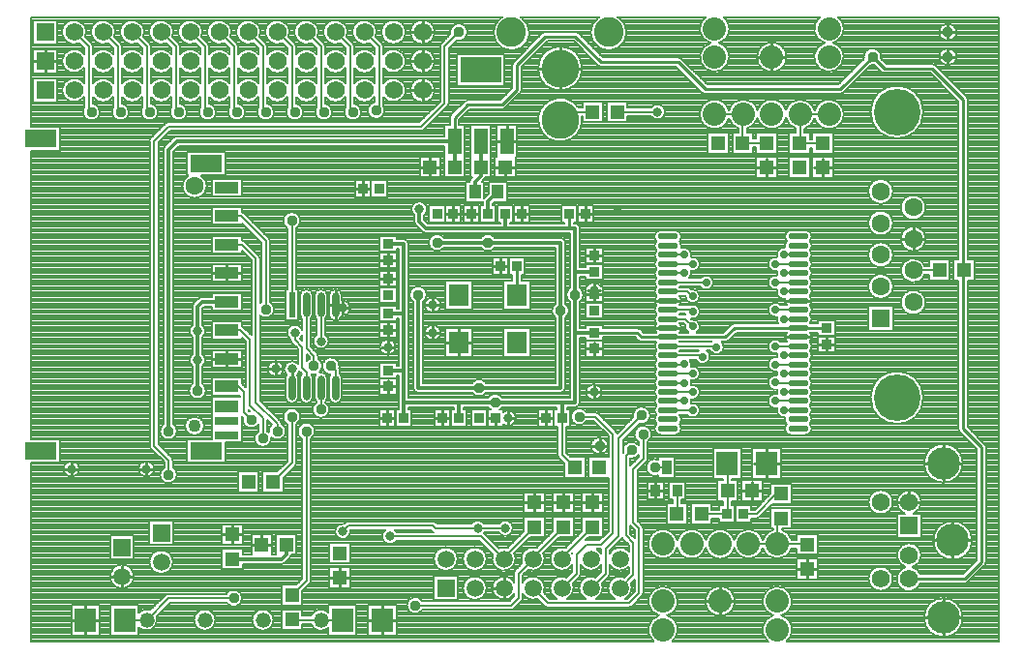
<source format=gbl>
G04 Layer_Physical_Order=2*
G04 Layer_Color=16711680*
%FSLAX23Y23*%
%MOIN*%
G70*
G01*
G75*
%ADD11R,0.050X0.050*%
%ADD12R,0.038X0.032*%
%ADD18R,0.050X0.050*%
%ADD19R,0.032X0.038*%
%ADD20R,0.048X0.088*%
%ADD21R,0.142X0.088*%
%ADD22R,0.040X0.048*%
%ADD30C,0.008*%
%ADD31C,0.012*%
%ADD32C,0.010*%
%ADD33R,0.063X0.063*%
%ADD34C,0.063*%
%ADD35C,0.160*%
%ADD36C,0.130*%
%ADD37C,0.102*%
%ADD38C,0.080*%
%ADD39R,0.059X0.059*%
%ADD40C,0.059*%
%ADD41R,0.062X0.062*%
%ADD42C,0.062*%
%ADD43R,0.062X0.062*%
%ADD44C,0.112*%
%ADD45C,0.043*%
%ADD46R,0.059X0.059*%
%ADD47C,0.052*%
%ADD48C,0.032*%
%ADD49C,0.037*%
%ADD50C,0.028*%
%ADD51C,0.008*%
%ADD52R,0.075X0.084*%
%ADD53R,0.070X0.078*%
%ADD54R,0.034X0.050*%
%ADD55R,0.034X0.040*%
%ADD56R,0.024X0.086*%
%ADD57O,0.024X0.086*%
%ADD58R,0.081X0.039*%
%ADD59R,0.081X0.028*%
%ADD60R,0.110X0.059*%
%ADD61O,0.071X0.022*%
D11*
X1984Y625D02*
D03*
X1900D02*
D03*
X2478Y1743D02*
D03*
X2394D02*
D03*
X3155Y1305D02*
D03*
X3239D02*
D03*
X2045Y1850D02*
D03*
X1961D02*
D03*
X1485Y1660D02*
D03*
X1401D02*
D03*
X1575D02*
D03*
X1659D02*
D03*
X2335Y465D02*
D03*
X2251D02*
D03*
X2509Y545D02*
D03*
X2425D02*
D03*
X905Y360D02*
D03*
X821D02*
D03*
X775Y575D02*
D03*
X859D02*
D03*
D12*
X2765Y1049D02*
D03*
Y1105D02*
D03*
X1255Y1339D02*
D03*
Y1395D02*
D03*
Y1276D02*
D03*
Y1220D02*
D03*
Y1099D02*
D03*
Y1155D02*
D03*
Y904D02*
D03*
Y960D02*
D03*
X1965Y1034D02*
D03*
Y1090D02*
D03*
Y1221D02*
D03*
Y1165D02*
D03*
Y1356D02*
D03*
Y1300D02*
D03*
D18*
X2674Y1742D02*
D03*
Y1658D02*
D03*
X2559D02*
D03*
Y1742D02*
D03*
X2754Y1658D02*
D03*
Y1742D02*
D03*
X2610Y450D02*
D03*
Y534D02*
D03*
X1960Y504D02*
D03*
Y420D02*
D03*
X1860D02*
D03*
Y504D02*
D03*
X1760Y420D02*
D03*
Y504D02*
D03*
X2700Y360D02*
D03*
Y276D02*
D03*
X1090Y330D02*
D03*
Y246D02*
D03*
X720Y310D02*
D03*
Y394D02*
D03*
X925Y185D02*
D03*
Y101D02*
D03*
D19*
X2424Y465D02*
D03*
X2480D02*
D03*
X1169Y1585D02*
D03*
X1225D02*
D03*
X1254Y795D02*
D03*
X1310D02*
D03*
X1444D02*
D03*
X1500D02*
D03*
X1626D02*
D03*
X1570D02*
D03*
X1799D02*
D03*
X1855D02*
D03*
X1481Y1500D02*
D03*
X1425D02*
D03*
X1544D02*
D03*
X1600D02*
D03*
X1716D02*
D03*
X1660D02*
D03*
X1936D02*
D03*
X1880D02*
D03*
X1644Y1318D02*
D03*
X1700D02*
D03*
D20*
X1665Y1750D02*
D03*
X1575D02*
D03*
X1485D02*
D03*
D21*
X1575Y1994D02*
D03*
D22*
X1634Y1575D02*
D03*
X1555D02*
D03*
D30*
X3214Y2125D02*
G03*
X3214Y2125I-30J0D01*
G01*
Y2040D02*
G03*
X3214Y2040I-30J0D01*
G01*
X3141Y2011D02*
G03*
X3130Y2016I-11J-11D01*
G01*
X2954Y2034D02*
G03*
X2954Y2040I-29J6D01*
G01*
D02*
G03*
X2896Y2034I-30J0D01*
G01*
X2826Y2137D02*
G03*
X2807Y2177I-51J0D01*
G01*
X2743D02*
G03*
X2761Y2088I32J-40D01*
G01*
X2788Y2088D02*
G03*
X2826Y2137I-13J49D01*
G01*
X2826Y2039D02*
G03*
X2788Y2088I-51J0D01*
G01*
X2761Y2088D02*
G03*
X2826Y2039I13J-49D01*
G01*
X3141Y2011D02*
G03*
X3130Y2016I-11J-11D01*
G01*
X2919Y2011D02*
G03*
X2931Y2011I6J29D01*
G01*
X2954Y1989D02*
G03*
X2965Y1984I11J11D01*
G01*
X2954Y1989D02*
G03*
X2965Y1984I11J11D01*
G01*
X3253Y1893D02*
G03*
X3248Y1904I-16J0D01*
G01*
X3253Y1893D02*
G03*
X3248Y1904I-16J0D01*
G01*
X3100Y1850D02*
G03*
X3100Y1850I-91J0D01*
G01*
X2813Y1912D02*
G03*
X2824Y1916I0J16D01*
G01*
X2813Y1912D02*
G03*
X2824Y1916I0J16D01*
G01*
X2826Y1842D02*
G03*
X2726Y1857I-51J0D01*
G01*
Y1827D02*
G03*
X2826Y1842I49J15D01*
G01*
X2725Y1857D02*
G03*
X2627Y1856I-49J-15D01*
G01*
X2691Y1793D02*
G03*
X2725Y1827I-15J49D01*
G01*
X2627Y1829D02*
G03*
X2661Y1793I49J13D01*
G01*
X2629Y2039D02*
G03*
X2629Y2039I-51J0D01*
G01*
X2432D02*
G03*
X2395Y2088I-51J0D01*
G01*
D02*
G03*
X2432Y2137I-13J49D01*
G01*
D02*
G03*
X2413Y2177I-51J0D01*
G01*
X2349D02*
G03*
X2368Y2088I32J-40D01*
G01*
D02*
G03*
X2432Y2039I13J-49D01*
G01*
X2430Y1857D02*
G03*
X2430Y1827I-49J-15D01*
G01*
X2627Y1856D02*
G03*
X2529Y1856I-49J-13D01*
G01*
Y1829D02*
G03*
X2627Y1829I49J13D01*
G01*
X2493Y1793D02*
G03*
X2529Y1829I-14J49D01*
G01*
X2431Y1827D02*
G03*
X2463Y1794I49J15D01*
G01*
X2529Y1856D02*
G03*
X2431Y1857I-49J-13D01*
G01*
X3108Y1521D02*
G03*
X3108Y1521I-43J0D01*
G01*
Y1413D02*
G03*
X3108Y1413I-43J0D01*
G01*
X2996Y1576D02*
G03*
X2996Y1576I-43J0D01*
G01*
Y1467D02*
G03*
X2996Y1467I-43J0D01*
G01*
Y1358D02*
G03*
X2996Y1358I-43J0D01*
G01*
X3104Y1320D02*
G03*
X3105Y1290I-39J-16D01*
G01*
X2996Y1249D02*
G03*
X2996Y1249I-43J0D01*
G01*
X3108Y1194D02*
G03*
X3108Y1194I-43J0D01*
G01*
X2716Y1421D02*
G03*
X2694Y1443I-22J0D01*
G01*
X2709Y1373D02*
G03*
X2716Y1389I-15J16D01*
G01*
D02*
G03*
X2709Y1405I-22J0D01*
G01*
X2716Y1358D02*
G03*
X2709Y1373I-22J0D01*
G01*
X2709Y1405D02*
G03*
X2716Y1421I-15J16D01*
G01*
X2645Y1443D02*
G03*
X2630Y1405I0J-22D01*
G01*
D02*
G03*
X2624Y1383I15J-16D01*
G01*
D02*
G03*
X2596Y1350I-4J-25D01*
G01*
X2709Y1310D02*
G03*
X2716Y1326I-15J16D01*
G01*
D02*
G03*
X2709Y1342I-22J0D01*
G01*
Y1279D02*
G03*
X2716Y1295I-15J16D01*
G01*
D02*
G03*
X2709Y1310I-22J0D01*
G01*
Y1342D02*
G03*
X2716Y1358I-15J16D01*
G01*
X2596Y1350D02*
G03*
X2596Y1302I-6J-24D01*
G01*
D02*
G03*
X2596Y1287I24J-7D01*
G01*
X2716Y1263D02*
G03*
X2709Y1279I-22J0D01*
G01*
Y1247D02*
G03*
X2716Y1263I-15J16D01*
G01*
X2377Y1262D02*
G03*
X2333Y1278I-25J0D01*
G01*
X2709Y1216D02*
G03*
X2716Y1232I-15J16D01*
G01*
D02*
G03*
X2709Y1247I-22J0D01*
G01*
X2716Y1200D02*
G03*
X2709Y1216I-22J0D01*
G01*
X2624Y1206D02*
G03*
X2630Y1184I21J-6D01*
G01*
X2716Y1169D02*
G03*
X2709Y1184I-22J0D01*
G01*
Y1184D02*
G03*
X2716Y1200I-15J16D01*
G01*
X2709Y1153D02*
G03*
X2716Y1169I-15J16D01*
G01*
Y1137D02*
G03*
X2709Y1153I-22J0D01*
G01*
X2630Y1184D02*
G03*
X2629Y1184I15J-16D01*
G01*
X2709Y1122D02*
G03*
X2716Y1137I-15J15D01*
G01*
Y1074D02*
G03*
X2709Y1090I-22J0D01*
G01*
X2629D02*
G03*
X2630Y1059I15J-15D01*
G01*
X2709D02*
G03*
X2716Y1074I-15J16D01*
G01*
X2596Y1287D02*
G03*
X2596Y1239I-6J-24D01*
G01*
X2331Y1248D02*
G03*
X2377Y1262I21J14D01*
G01*
X2596Y1239D02*
G03*
X2624Y1206I24J-8D01*
G01*
X2596Y1144D02*
G03*
X2600Y1122I24J-7D01*
G01*
X2609Y1184D02*
G03*
X2596Y1144I-19J-16D01*
G01*
X2449Y1122D02*
G03*
X2437Y1117I0J-16D01*
G01*
X2449Y1122D02*
G03*
X2437Y1117I0J-16D01*
G01*
X2630Y1059D02*
G03*
X2629Y1058I15J-16D01*
G01*
X2417Y1058D02*
G03*
X2429Y1063I0J16D01*
G01*
X2417Y1058D02*
G03*
X2429Y1063I0J16D01*
G01*
X2371Y1058D02*
G03*
X2370Y1058I17J-18D01*
G01*
X2078Y2124D02*
G03*
X2048Y2177I-62J0D01*
G01*
X2078Y2124D02*
G03*
X2048Y2177I-62J0D01*
G01*
X1983D02*
G03*
X2078Y2124I33J-53D01*
G01*
X1983Y2177D02*
G03*
X2078Y2124I33J-53D01*
G01*
X2266Y2033D02*
G03*
X2255Y2038I-11J-11D01*
G01*
X2266Y2033D02*
G03*
X2255Y2038I-11J-11D01*
G01*
X1978Y2011D02*
G03*
X1989Y2006I11J11D01*
G01*
X1978Y2011D02*
G03*
X1989Y2006I11J11D01*
G01*
X1913Y2121D02*
G03*
X1901Y2126I-11J-11D01*
G01*
X1913Y2121D02*
G03*
X1901Y2126I-11J-11D01*
G01*
X1798D02*
G03*
X1787Y2121I0J-16D01*
G01*
X1798Y2126D02*
G03*
X1787Y2121I0J-16D01*
G01*
X2338Y1916D02*
G03*
X2349Y1912I11J11D01*
G01*
X2338Y1916D02*
G03*
X2349Y1912I11J11D01*
G01*
X2211Y1850D02*
G03*
X2162Y1865I-27J0D01*
G01*
Y1835D02*
G03*
X2211Y1850I22J15D01*
G01*
X1925Y1823D02*
G03*
X1924Y1835I-76J0D01*
G01*
X1912Y1865D02*
G03*
X1925Y1823I-63J-42D01*
G01*
Y2000D02*
G03*
X1925Y2000I-76J0D01*
G01*
X1743Y2124D02*
G03*
X1714Y2177I-62J0D01*
G01*
X1743Y2124D02*
G03*
X1714Y2177I-62J0D01*
G01*
X1689Y2023D02*
G03*
X1684Y2012I11J-11D01*
G01*
X1689Y2023D02*
G03*
X1684Y2012I11J-11D01*
G01*
X1649Y2177D02*
G03*
X1743Y2124I33J-53D01*
G01*
X1649Y2177D02*
G03*
X1743Y2124I33J-53D01*
G01*
X1711Y1914D02*
G03*
X1716Y1925I-11J11D01*
G01*
X1711Y1914D02*
G03*
X1716Y1925I-11J11D01*
G01*
X1650Y1859D02*
G03*
X1661Y1864I0J16D01*
G01*
X1650Y1859D02*
G03*
X1661Y1864I0J16D01*
G01*
X1530Y1891D02*
G03*
X1519Y1886I0J-16D01*
G01*
X1530Y1891D02*
G03*
X1519Y1886I0J-16D01*
G01*
X1587Y1618D02*
G03*
X1591Y1624I-12J12D01*
G01*
X1587Y1618D02*
G03*
X1591Y1624I-12J12D01*
G01*
X1543Y1622D02*
G03*
X1538Y1610I12J-12D01*
G01*
X1543Y1622D02*
G03*
X1538Y1610I12J-12D01*
G01*
X1588Y1553D02*
G03*
X1586Y1551I12J-12D01*
G01*
X1588Y1553D02*
G03*
X1586Y1551I12J-12D01*
G01*
X2260Y1405D02*
G03*
X2267Y1421I-15J16D01*
G01*
D02*
G03*
X2245Y1443I-22J0D01*
G01*
X2265Y1381D02*
G03*
X2267Y1389I-20J8D01*
G01*
X2196Y1443D02*
G03*
X2181Y1405I0J-22D01*
G01*
X2267Y1389D02*
G03*
X2260Y1405I-22J0D01*
G01*
X2330Y1326D02*
G03*
X2299Y1350I-25J0D01*
G01*
D02*
G03*
X2300Y1358I-24J8D01*
G01*
X2299Y1302D02*
G03*
X2330Y1326I6J24D01*
G01*
X2300Y1358D02*
G03*
X2265Y1381I-25J0D01*
G01*
X2181Y1342D02*
G03*
X2181Y1310I15J-16D01*
G01*
Y1310D02*
G03*
X2181Y1279I15J-16D01*
G01*
Y1405D02*
G03*
X2181Y1373I15J-16D01*
G01*
D02*
G03*
X2181Y1342I15J-16D01*
G01*
X2300Y1294D02*
G03*
X2299Y1302I-25J0D01*
G01*
X2294Y1278D02*
G03*
X2300Y1294I-19J16D01*
G01*
X2299Y1242D02*
G03*
X2288Y1247I-11J-11D01*
G01*
X2299Y1242D02*
G03*
X2288Y1247I-11J-11D01*
G01*
X2181Y1279D02*
G03*
X2181Y1247I15J-16D01*
G01*
X2260D02*
G03*
X2261Y1248I-15J16D01*
G01*
Y1247D02*
G03*
X2260Y1247I-16J-15D01*
G01*
X1958Y1329D02*
G03*
X1972Y1329I7J26D01*
G01*
X1989Y1248D02*
G03*
X1941Y1248I-24J-12D01*
G01*
X2330Y1215D02*
G03*
X2301Y1240I-25J0D01*
G01*
X2280Y1217D02*
G03*
X2330Y1215I25J-2D01*
G01*
X2267Y1200D02*
G03*
X2260Y1216I-22J0D01*
G01*
X2330Y1162D02*
G03*
X2293Y1184I-25J0D01*
G01*
X2300Y1138D02*
G03*
X2330Y1162I5J24D01*
G01*
X2281Y1154D02*
G03*
X2282Y1152I24J8D01*
G01*
X2260Y1216D02*
G03*
X2261Y1217I-15J16D01*
G01*
X2260Y1184D02*
G03*
X2267Y1200I-15J16D01*
G01*
X2181Y1216D02*
G03*
X2181Y1184I15J-16D01*
G01*
Y1247D02*
G03*
X2181Y1216I15J-16D01*
G01*
X2260Y1153D02*
G03*
X2261Y1154I-15J16D01*
G01*
Y1184D02*
G03*
X2260Y1184I-16J-15D01*
G01*
X2261Y1152D02*
G03*
X2260Y1153I-16J-15D01*
G01*
X2181Y1184D02*
G03*
X2181Y1153I15J-16D01*
G01*
X2282Y1152D02*
G03*
X2279Y1152I-3J-15D01*
G01*
X2282Y1152D02*
G03*
X2279Y1152I-3J-15D01*
G01*
X2330Y1111D02*
G03*
X2301Y1136I-25J0D01*
G01*
X2280Y1115D02*
G03*
X2291Y1090I25J-4D01*
G01*
X2319D02*
G03*
X2330Y1111I-14J21D01*
G01*
X2267Y1106D02*
G03*
X2260Y1121I-22J0D01*
G01*
D02*
G03*
X2261Y1122I-15J16D01*
G01*
X2181Y1153D02*
G03*
X2181Y1121I15J-16D01*
G01*
X2261Y1090D02*
G03*
X2267Y1106I-15J15D01*
G01*
X2181Y1121D02*
G03*
X2181Y1090I15J-16D01*
G01*
X2125Y1101D02*
G03*
X2114Y1106I-11J-11D01*
G01*
X2125Y1101D02*
G03*
X2114Y1106I-11J-11D01*
G01*
X2118Y1063D02*
G03*
X2130Y1058I11J11D01*
G01*
X2118Y1063D02*
G03*
X2130Y1058I11J11D01*
G01*
X1917Y1450D02*
G03*
X1900Y1467I-17J0D01*
G01*
X1917Y1450D02*
G03*
X1900Y1467I-17J0D01*
G01*
X1867Y1400D02*
G03*
X1850Y1417I-17J0D01*
G01*
X1867Y1400D02*
G03*
X1850Y1417I-17J0D01*
G01*
X1624D02*
G03*
X1576Y1417I-24J-17D01*
G01*
Y1383D02*
G03*
X1624Y1383I24J17D01*
G01*
X1929Y1220D02*
G03*
X1917Y1244I-30J0D01*
G01*
Y1196D02*
G03*
X1929Y1220I-17J24D01*
G01*
X1883Y1244D02*
G03*
X1883Y1196I17J-24D01*
G01*
X1880Y1165D02*
G03*
X1867Y1189I-30J0D01*
G01*
Y1141D02*
G03*
X1880Y1165I-17J24D01*
G01*
X1833Y1189D02*
G03*
X1833Y1141I17J-24D01*
G01*
X2716Y1011D02*
G03*
X2709Y1027I-22J0D01*
G01*
X2716Y1043D02*
G03*
X2709Y1059I-22J0D01*
G01*
Y996D02*
G03*
X2716Y1011I-15J16D01*
G01*
X2709Y964D02*
G03*
X2716Y980I-15J16D01*
G01*
D02*
G03*
X2709Y996I-22J0D01*
G01*
X2716Y948D02*
G03*
X2709Y964I-22J0D01*
G01*
X2709Y933D02*
G03*
X2716Y948I-15J16D01*
G01*
Y917D02*
G03*
X2709Y933I-22J0D01*
G01*
X2716Y885D02*
G03*
X2709Y901I-22J0D01*
G01*
Y901D02*
G03*
X2716Y917I-15J16D01*
G01*
X2709Y870D02*
G03*
X2716Y885I-15J16D01*
G01*
X2709Y838D02*
G03*
X2716Y854I-15J16D01*
G01*
D02*
G03*
X2709Y870I-22J0D01*
G01*
X2716Y822D02*
G03*
X2709Y838I-22J0D01*
G01*
X3316Y695D02*
G03*
X3311Y706I-16J0D01*
G01*
X3316Y695D02*
G03*
X3311Y706I-16J0D01*
G01*
X3221Y758D02*
G03*
X3226Y747I16J0D01*
G01*
X3236Y640D02*
G03*
X3236Y640I-67J0D01*
G01*
X3221Y758D02*
G03*
X3226Y747I16J0D01*
G01*
X2716Y791D02*
G03*
X2709Y807I-22J0D01*
G01*
Y807D02*
G03*
X2716Y822I-15J16D01*
G01*
X2709Y775D02*
G03*
X2716Y791I-15J16D01*
G01*
X3100Y866D02*
G03*
X3100Y866I-91J0D01*
G01*
X2716Y759D02*
G03*
X2709Y775I-22J0D01*
G01*
X3093Y506D02*
G03*
X3035Y467I-42J0D01*
G01*
X2995Y506D02*
G03*
X2995Y506I-42J0D01*
G01*
X2709Y1027D02*
G03*
X2716Y1043I-15J16D01*
G01*
X2609Y1058D02*
G03*
X2596Y1018I-19J-16D01*
G01*
D02*
G03*
X2596Y1004I24J-6D01*
G01*
Y894D02*
G03*
X2596Y878I24J-8D01*
G01*
D02*
G03*
X2596Y830I-6J-24D01*
G01*
D02*
G03*
X2624Y798I24J-7D01*
G01*
X2596Y956D02*
G03*
X2596Y942I24J-8D01*
G01*
X2596Y1004D02*
G03*
X2596Y956I-6J-24D01*
G01*
X2596Y942D02*
G03*
X2596Y894I-6J-24D01*
G01*
X2624Y798D02*
G03*
X2630Y775I20J-8D01*
G01*
X2694Y737D02*
G03*
X2716Y759I0J22D01*
G01*
X2630Y775D02*
G03*
X2645Y737I15J-16D01*
G01*
X2413Y1040D02*
G03*
X2405Y1058I-25J0D01*
G01*
X2326Y1028D02*
G03*
X2324Y1026I14J-21D01*
G01*
X2366Y1028D02*
G03*
X2413Y1040I22J12D01*
G01*
X2365Y1007D02*
G03*
X2354Y1028I-25J0D01*
G01*
X2317Y996D02*
G03*
X2365Y1007I23J11D01*
G01*
X2261Y1026D02*
G03*
X2260Y1027I-16J-15D01*
G01*
D02*
G03*
X2261Y1028I-15J16D01*
G01*
X2330Y949D02*
G03*
X2299Y973I-25J0D01*
G01*
Y925D02*
G03*
X2330Y949I6J24D01*
G01*
X2299Y973D02*
G03*
X2300Y981I-24J8D01*
G01*
D02*
G03*
X2295Y996I-25J0D01*
G01*
X2299Y860D02*
G03*
X2330Y885I6J24D01*
G01*
X2300Y917D02*
G03*
X2299Y925I-25J0D01*
G01*
X2300Y854D02*
G03*
X2299Y860I-25J0D01*
G01*
X2330Y822D02*
G03*
X2299Y846I-25J0D01*
G01*
Y846D02*
G03*
X2300Y854I-24J8D01*
G01*
X2330Y885D02*
G03*
X2299Y909I-25J0D01*
G01*
D02*
G03*
X2300Y917I-24J8D01*
G01*
X2260Y807D02*
G03*
X2261Y807I-15J16D01*
G01*
X2285D02*
G03*
X2330Y822I20J15D01*
G01*
X2267Y791D02*
G03*
X2260Y807I-22J0D01*
G01*
X2267Y759D02*
G03*
X2260Y775I-22J0D01*
G01*
D02*
G03*
X2267Y791I-15J16D01*
G01*
X2245Y737D02*
G03*
X2267Y759I0J22D01*
G01*
X3066Y467D02*
G03*
X3093Y506I-16J39D01*
G01*
X3311Y289D02*
G03*
X3316Y300I-11J11D01*
G01*
X3311Y289D02*
G03*
X3316Y300I-11J11D01*
G01*
X3268Y374D02*
G03*
X3268Y374I-67J0D01*
G01*
X3242Y226D02*
G03*
X3253Y231I0J16D01*
G01*
X3242Y226D02*
G03*
X3253Y231I0J16D01*
G01*
X3236Y108D02*
G03*
X3236Y108I-67J0D01*
G01*
X3093Y323D02*
G03*
X3039Y282I-42J0D01*
G01*
X3062D02*
G03*
X3093Y323I-11J41D01*
G01*
X3089Y258D02*
G03*
X3062Y282I-39J-16D01*
G01*
X3039D02*
G03*
X3089Y226I11J-41D01*
G01*
X2995Y242D02*
G03*
X2995Y242I-42J0D01*
G01*
X2525Y450D02*
G03*
X2536Y454I0J15D01*
G01*
X2525Y450D02*
G03*
X2536Y454I0J15D01*
G01*
X2646Y377D02*
G03*
X2612Y411I-49J-15D01*
G01*
X2582D02*
G03*
X2548Y377I15J-49D01*
G01*
X2351Y375D02*
G03*
X2252Y375I-49J-13D01*
G01*
X2548Y347D02*
G03*
X2646Y347I49J15D01*
G01*
X2648Y165D02*
G03*
X2583Y116I-51J0D01*
G01*
X2629Y27D02*
G03*
X2648Y67I-32J40D01*
G01*
X2610Y116D02*
G03*
X2648Y165I-13J49D01*
G01*
X2648Y67D02*
G03*
X2610Y116I-51J0D01*
G01*
X2583Y116D02*
G03*
X2565Y27I13J-49D01*
G01*
X2547Y377D02*
G03*
X2449Y375I-49J-15D01*
G01*
X2449D02*
G03*
X2351Y375I-49J-13D01*
G01*
X2449Y348D02*
G03*
X2547Y347I49J13D01*
G01*
X2351Y348D02*
G03*
X2449Y348I49J13D01*
G01*
X2451Y165D02*
G03*
X2451Y165I-51J0D01*
G01*
X2252Y348D02*
G03*
X2351Y348I49J13D01*
G01*
X2254Y165D02*
G03*
X2190Y116I-51J0D01*
G01*
X2217Y116D02*
G03*
X2254Y165I-13J49D01*
G01*
X2181Y1058D02*
G03*
X2181Y1027I15J-15D01*
G01*
Y901D02*
G03*
X2181Y870I15J-16D01*
G01*
Y933D02*
G03*
X2181Y901I15J-16D01*
G01*
Y870D02*
G03*
X2181Y838I15J-16D01*
G01*
Y996D02*
G03*
X2181Y964I15J-16D01*
G01*
Y1027D02*
G03*
X2181Y996I15J-16D01*
G01*
Y964D02*
G03*
X2181Y933I15J-16D01*
G01*
Y838D02*
G03*
X2181Y807I15J-16D01*
G01*
Y807D02*
G03*
X2181Y775I15J-16D01*
G01*
D02*
G03*
X2196Y737I15J-16D01*
G01*
X2150Y715D02*
G03*
X2164Y740I-15J25D01*
G01*
X2123Y776D02*
G03*
X2159Y805I7J29D01*
G01*
D02*
G03*
X2101Y798I-30J0D01*
G01*
X2164Y740D02*
G03*
X2120Y715I-30J0D01*
G01*
X1981Y811D02*
G03*
X1970Y815I-11J-11D01*
G01*
X1981Y811D02*
G03*
X1970Y815I-11J-11D01*
G01*
X1992Y885D02*
G03*
X1992Y885I-27J0D01*
G01*
X2045Y741D02*
G03*
X2041Y751I-15J-1D01*
G01*
X2045Y741D02*
G03*
X2041Y751I-15J-1D01*
G01*
X2146Y644D02*
G03*
X2150Y655I-11J11D01*
G01*
X2146Y644D02*
G03*
X2150Y655I-11J11D01*
G01*
X2187Y652D02*
G03*
X2187Y598I-12J-27D01*
G01*
X2120Y701D02*
G03*
X2066Y678I-25J-16D01*
G01*
X2090Y656D02*
G03*
X2120Y669I5J29D01*
G01*
X2014Y700D02*
G03*
X2014Y700I-30J0D01*
G01*
X1900Y833D02*
G03*
X1917Y850I0J17D01*
G01*
X1900Y833D02*
G03*
X1917Y850I0J17D01*
G01*
X1850Y883D02*
G03*
X1867Y900I0J17D01*
G01*
X1850Y883D02*
G03*
X1867Y900I0J17D01*
G01*
X1594Y917D02*
G03*
X1546Y917I-24J-17D01*
G01*
Y883D02*
G03*
X1594Y883I24J17D01*
G01*
X1641Y825D02*
G03*
X1649Y833I-16J25D01*
G01*
Y867D02*
G03*
X1601Y867I-24J-17D01*
G01*
Y833D02*
G03*
X1609Y825I24J17D01*
G01*
X1940Y815D02*
G03*
X1940Y785I-25J-15D01*
G01*
X1840Y670D02*
G03*
X1844Y659I15J0D01*
G01*
X1840Y670D02*
G03*
X1844Y659I15J0D01*
G01*
X1697Y795D02*
G03*
X1653Y816I-27J0D01*
G01*
Y774D02*
G03*
X1697Y795I17J21D01*
G01*
X2135Y415D02*
G03*
X2131Y426I-15J0D01*
G01*
X2135Y415D02*
G03*
X2131Y426I-15J0D01*
G01*
X2063Y382D02*
G03*
X2064Y380I12J9D01*
G01*
X2063Y382D02*
G03*
X2064Y380I12J9D01*
G01*
X2061Y379D02*
G03*
X2063Y382I-11J11D01*
G01*
X2061Y379D02*
G03*
X2063Y382I-11J11D01*
G01*
X1940Y375D02*
G03*
X1936Y374I0J-15D01*
G01*
X1940Y375D02*
G03*
X1936Y374I0J-15D01*
G01*
X2252Y375D02*
G03*
X2252Y348I-49J-13D01*
G01*
X2020Y290D02*
G03*
X2085Y283I35J20D01*
G01*
Y337D02*
G03*
X2020Y330I-30J-27D01*
G01*
X2072Y173D02*
G03*
X2096Y210I-17J37D01*
G01*
D02*
G03*
X2092Y226I-41J0D01*
G01*
X2131Y182D02*
G03*
X2135Y193I-11J11D01*
G01*
X2131Y182D02*
G03*
X2135Y193I-11J11D01*
G01*
X2254Y67D02*
G03*
X2217Y116I-51J0D01*
G01*
X2190Y116D02*
G03*
X2171Y27I13J-49D01*
G01*
X2235D02*
G03*
X2254Y67I-32J40D01*
G01*
X2085Y143D02*
G03*
X2096Y147I0J15D01*
G01*
X2085Y143D02*
G03*
X2096Y147I0J15D01*
G01*
X2071Y247D02*
G03*
X2038Y173I-16J-37D01*
G01*
X2016Y249D02*
G03*
X2020Y260I-11J11D01*
G01*
X2016Y249D02*
G03*
X2020Y260I-11J11D01*
G01*
X1990Y330D02*
G03*
X1975Y345I-35J-20D01*
G01*
X1920Y290D02*
G03*
X1990Y290I35J20D01*
G01*
X1916Y249D02*
G03*
X1920Y260I-11J11D01*
G01*
X1916Y249D02*
G03*
X1920Y260I-11J11D01*
G01*
X1996Y210D02*
G03*
X1992Y226I-41J0D01*
G01*
X1971Y247D02*
G03*
X1938Y173I-16J-37D01*
G01*
X1972D02*
G03*
X1996Y210I-17J37D01*
G01*
X1796Y310D02*
G03*
X1791Y329I-41J0D01*
G01*
X1687Y416D02*
G03*
X1638Y431I-27J0D01*
G01*
Y401D02*
G03*
X1687Y416I22J15D01*
G01*
X1587Y399D02*
G03*
X1588Y401I-22J16D01*
G01*
X1588Y399D02*
G03*
X1587Y399I-11J-11D01*
G01*
X1587Y431D02*
G03*
X1543Y431I-22J-16D01*
G01*
X1588Y399D02*
G03*
X1587Y399I-11J-11D01*
G01*
X1667Y349D02*
G03*
X1639Y347I-12J-39D01*
G01*
X1696Y310D02*
G03*
X1691Y329I-41J0D01*
G01*
X1867Y349D02*
G03*
X1890Y290I-12J-39D01*
G01*
X1896Y210D02*
G03*
X1892Y226I-41J0D01*
G01*
X1872Y173D02*
G03*
X1896Y210I-17J37D01*
G01*
X1871Y247D02*
G03*
X1838Y173I-16J-37D01*
G01*
X1739Y273D02*
G03*
X1796Y310I16J37D01*
G01*
X1767Y349D02*
G03*
X1718Y294I-12J-39D01*
G01*
X1796Y210D02*
G03*
X1720Y230I-41J0D01*
G01*
X1796Y147D02*
G03*
X1807Y143I11J11D01*
G01*
X1796Y147D02*
G03*
X1807Y143I11J11D01*
G01*
X1792Y194D02*
G03*
X1796Y210I-37J16D01*
G01*
X1720Y190D02*
G03*
X1771Y173I35J20D01*
G01*
X1694Y271D02*
G03*
X1690Y260I11J-11D01*
G01*
X1694Y271D02*
G03*
X1690Y260I11J-11D01*
G01*
X1618Y326D02*
G03*
X1696Y310I37J-16D01*
G01*
X1690Y230D02*
G03*
X1690Y190I-35J-20D01*
G01*
X1716Y164D02*
G03*
X1720Y175I-11J11D01*
G01*
X1716Y164D02*
G03*
X1720Y175I-11J11D01*
G01*
X1680Y135D02*
G03*
X1691Y139I0J15D01*
G01*
X1680Y135D02*
G03*
X1691Y139I0J15D01*
G01*
X1530Y2125D02*
G03*
X1471Y2118I-30J0D01*
G01*
X1493Y2096D02*
G03*
X1530Y2125I7J29D01*
G01*
X1439Y2086D02*
G03*
X1435Y2075I11J-11D01*
G01*
X1417Y2125D02*
G03*
X1417Y2125I-42J0D01*
G01*
X1439Y2086D02*
G03*
X1435Y2075I11J-11D01*
G01*
X1317Y2125D02*
G03*
X1317Y2125I-42J0D01*
G01*
X1213Y2108D02*
G03*
X1217Y2125I-38J17D01*
G01*
X1317Y2025D02*
G03*
X1240Y2048I-42J0D01*
G01*
Y2075D02*
G03*
X1236Y2086I-15J0D01*
G01*
X1240Y2075D02*
G03*
X1236Y2086I-15J0D01*
G01*
X1210Y2048D02*
G03*
X1140Y2048I-35J-23D01*
G01*
X1417Y2025D02*
G03*
X1417Y2025I-42J0D01*
G01*
Y1925D02*
G03*
X1417Y1925I-42J0D01*
G01*
X1461Y1869D02*
G03*
X1465Y1880I-11J11D01*
G01*
X1461Y1869D02*
G03*
X1465Y1880I-11J11D01*
G01*
X1317Y1925D02*
G03*
X1240Y1948I-42J0D01*
G01*
Y2002D02*
G03*
X1317Y2025I35J23D01*
G01*
X1240Y1902D02*
G03*
X1317Y1925I35J23D01*
G01*
X1210Y1884D02*
G03*
X1245Y1855I5J-29D01*
G01*
D02*
G03*
X1240Y1871I-30J0D01*
G01*
X1217Y2125D02*
G03*
X1192Y2087I-42J0D01*
G01*
X1113Y2108D02*
G03*
X1117Y2125I-38J17D01*
G01*
D02*
G03*
X1092Y2087I-42J0D01*
G01*
X1017Y2125D02*
G03*
X992Y2087I-42J0D01*
G01*
X1013Y2108D02*
G03*
X1017Y2125I-38J17D01*
G01*
X1140Y2075D02*
G03*
X1136Y2086I-15J0D01*
G01*
X1140Y2075D02*
G03*
X1136Y2086I-15J0D01*
G01*
X1040Y2075D02*
G03*
X1036Y2086I-15J0D01*
G01*
X1040Y2075D02*
G03*
X1036Y2086I-15J0D01*
G01*
X913Y2108D02*
G03*
X917Y2125I-38J17D01*
G01*
D02*
G03*
X892Y2087I-42J0D01*
G01*
X940Y2075D02*
G03*
X936Y2086I-15J0D01*
G01*
X940Y2075D02*
G03*
X936Y2086I-15J0D01*
G01*
X840Y2075D02*
G03*
X836Y2086I-15J0D01*
G01*
X840Y2075D02*
G03*
X836Y2086I-15J0D01*
G01*
X1040Y2002D02*
G03*
X1110Y2002I35J23D01*
G01*
X1140D02*
G03*
X1210Y2002I35J23D01*
G01*
Y1948D02*
G03*
X1140Y1948I-35J-23D01*
G01*
X1110Y2048D02*
G03*
X1040Y2048I-35J-23D01*
G01*
X940Y2002D02*
G03*
X1010Y2002I35J23D01*
G01*
X1110Y1948D02*
G03*
X1040Y1948I-35J-23D01*
G01*
X1140Y1902D02*
G03*
X1210Y1902I35J23D01*
G01*
X1164Y1850D02*
G03*
X1140Y1879I-30J0D01*
G01*
X1110Y1866D02*
G03*
X1164Y1850I25J-16D01*
G01*
X1064D02*
G03*
X1040Y1879I-30J0D01*
G01*
Y1902D02*
G03*
X1110Y1902I35J23D01*
G01*
X1010Y1866D02*
G03*
X1064Y1850I25J-16D01*
G01*
X1010Y2048D02*
G03*
X940Y2048I-35J-23D01*
G01*
X1010Y1948D02*
G03*
X940Y1948I-35J-23D01*
G01*
X840Y2002D02*
G03*
X910Y2002I35J23D01*
G01*
Y2048D02*
G03*
X840Y2048I-35J-23D01*
G01*
X910Y1948D02*
G03*
X840Y1948I-35J-23D01*
G01*
X940Y1902D02*
G03*
X1010Y1902I35J23D01*
G01*
X965Y1850D02*
G03*
X940Y1879I-30J0D01*
G01*
X910Y1866D02*
G03*
X965Y1850I25J-16D01*
G01*
X840Y1902D02*
G03*
X910Y1902I35J23D01*
G01*
X864Y1850D02*
G03*
X840Y1879I-30J0D01*
G01*
X810Y1866D02*
G03*
X864Y1850I25J-16D01*
G01*
X1474Y1841D02*
G03*
X1469Y1830I11J-11D01*
G01*
X1474Y1841D02*
G03*
X1469Y1830I11J-11D01*
G01*
X1370Y1785D02*
G03*
X1381Y1789I0J15D01*
G01*
X1370Y1785D02*
G03*
X1381Y1789I0J15D01*
G01*
X1381Y1494D02*
G03*
X1391Y1515I-17J21D01*
G01*
D02*
G03*
X1347Y1494I-27J0D01*
G01*
X1449Y1417D02*
G03*
X1449Y1383I-24J-17D01*
G01*
X1373Y1438D02*
G03*
X1385Y1433I12J12D01*
G01*
X1373Y1438D02*
G03*
X1385Y1433I12J12D01*
G01*
X1347Y1471D02*
G03*
X1352Y1459I17J0D01*
G01*
X1347Y1471D02*
G03*
X1352Y1459I17J0D01*
G01*
X1327Y1395D02*
G03*
X1310Y1412I-17J0D01*
G01*
X1327Y1395D02*
G03*
X1310Y1412I-17J0D01*
G01*
X940Y1450D02*
G03*
X955Y1475I-15J25D01*
G01*
D02*
G03*
X910Y1450I-30J0D01*
G01*
X1098Y1216D02*
G03*
X1052Y1216I-23J0D01*
G01*
X850Y1405D02*
G03*
X846Y1416I-15J0D01*
G01*
X850Y1405D02*
G03*
X846Y1416I-15J0D01*
G01*
X1048Y1216D02*
G03*
X1002Y1216I-23J0D01*
G01*
X998D02*
G03*
X952Y1216I-23J0D01*
G01*
X813Y2108D02*
G03*
X817Y2125I-38J17D01*
G01*
D02*
G03*
X792Y2087I-42J0D01*
G01*
X713Y2108D02*
G03*
X717Y2125I-38J17D01*
G01*
D02*
G03*
X692Y2087I-42J0D01*
G01*
X740Y2075D02*
G03*
X736Y2086I-15J0D01*
G01*
X740Y2075D02*
G03*
X736Y2086I-15J0D01*
G01*
X640Y2075D02*
G03*
X636Y2086I-15J0D01*
G01*
X640Y2075D02*
G03*
X636Y2086I-15J0D01*
G01*
X613Y2108D02*
G03*
X617Y2125I-38J17D01*
G01*
D02*
G03*
X592Y2087I-42J0D01*
G01*
X513Y2108D02*
G03*
X517Y2125I-38J17D01*
G01*
D02*
G03*
X492Y2087I-42J0D01*
G01*
X413Y2108D02*
G03*
X417Y2125I-38J17D01*
G01*
X540Y2075D02*
G03*
X536Y2086I-15J0D01*
G01*
X540Y2075D02*
G03*
X536Y2086I-15J0D01*
G01*
X440Y2075D02*
G03*
X436Y2086I-15J0D01*
G01*
X440Y2075D02*
G03*
X436Y2086I-15J0D01*
G01*
X810Y2048D02*
G03*
X740Y2048I-35J-23D01*
G01*
Y2002D02*
G03*
X810Y2002I35J23D01*
G01*
X710Y2048D02*
G03*
X640Y2048I-35J-23D01*
G01*
Y2002D02*
G03*
X710Y2002I35J23D01*
G01*
X810Y1948D02*
G03*
X740Y1948I-35J-23D01*
G01*
Y1902D02*
G03*
X810Y1902I35J23D01*
G01*
X640D02*
G03*
X710Y1902I35J23D01*
G01*
Y1948D02*
G03*
X640Y1948I-35J-23D01*
G01*
X610Y2048D02*
G03*
X540Y2048I-35J-23D01*
G01*
Y2002D02*
G03*
X610Y2002I35J23D01*
G01*
X510Y2048D02*
G03*
X440Y2048I-35J-23D01*
G01*
Y2002D02*
G03*
X510Y2002I35J23D01*
G01*
X610Y1948D02*
G03*
X540Y1948I-35J-23D01*
G01*
Y1902D02*
G03*
X610Y1902I35J23D01*
G01*
X510Y1948D02*
G03*
X440Y1948I-35J-23D01*
G01*
Y1902D02*
G03*
X510Y1902I35J23D01*
G01*
X417Y2125D02*
G03*
X392Y2087I-42J0D01*
G01*
X313Y2108D02*
G03*
X317Y2125I-38J17D01*
G01*
D02*
G03*
X292Y2087I-42J0D01*
G01*
X340Y2075D02*
G03*
X336Y2086I-15J0D01*
G01*
X340Y2075D02*
G03*
X336Y2086I-15J0D01*
G01*
X410Y2048D02*
G03*
X340Y2048I-35J-23D01*
G01*
X240Y2075D02*
G03*
X236Y2086I-15J0D01*
G01*
X240Y2075D02*
G03*
X236Y2086I-15J0D01*
G01*
X310Y2048D02*
G03*
X240Y2048I-35J-23D01*
G01*
X217Y2125D02*
G03*
X192Y2087I-42J0D01*
G01*
X213Y2108D02*
G03*
X217Y2125I-38J17D01*
G01*
X340Y2002D02*
G03*
X410Y2002I35J23D01*
G01*
Y1948D02*
G03*
X340Y1948I-35J-23D01*
G01*
X240Y2002D02*
G03*
X310Y2002I35J23D01*
G01*
X210Y2048D02*
G03*
X210Y2002I-35J-23D01*
G01*
X310Y1948D02*
G03*
X240Y1948I-35J-23D01*
G01*
X340Y1902D02*
G03*
X410Y1902I35J23D01*
G01*
X240D02*
G03*
X310Y1902I35J23D01*
G01*
X210Y1948D02*
G03*
X210Y1902I-35J-23D01*
G01*
X765Y1850D02*
G03*
X740Y1879I-30J0D01*
G01*
X710Y1866D02*
G03*
X765Y1850I25J-16D01*
G01*
X664D02*
G03*
X640Y1879I-30J0D01*
G01*
X610Y1866D02*
G03*
X664Y1850I25J-16D01*
G01*
X759Y1502D02*
G03*
X752Y1506I-11J-11D01*
G01*
X759Y1502D02*
G03*
X752Y1506I-11J-11D01*
G01*
X564Y1850D02*
G03*
X540Y1879I-30J0D01*
G01*
X530Y1767D02*
G03*
X518Y1762I0J-17D01*
G01*
X510Y1866D02*
G03*
X564Y1850I25J-16D01*
G01*
X500Y1815D02*
G03*
X489Y1811I0J-15D01*
G01*
X530Y1767D02*
G03*
X518Y1762I0J-17D01*
G01*
X500Y1815D02*
G03*
X489Y1811I0J-15D01*
G01*
X633Y1594D02*
G03*
X613Y1631I-43J0D01*
G01*
X633Y1594D02*
G03*
X613Y1631I-43J0D01*
G01*
X568D02*
G03*
X633Y1594I22J-36D01*
G01*
X568Y1631D02*
G03*
X633Y1594I22J-36D01*
G01*
X815Y1345D02*
G03*
X811Y1356I-15J0D01*
G01*
X815Y1345D02*
G03*
X811Y1356I-15J0D01*
G01*
X763Y1403D02*
G03*
X752Y1408I-11J-11D01*
G01*
X763Y1403D02*
G03*
X752Y1408I-11J-11D01*
G01*
X616Y1213D02*
G03*
X604Y1208I0J-17D01*
G01*
X616Y1213D02*
G03*
X604Y1208I0J-17D01*
G01*
X465Y1850D02*
G03*
X440Y1879I-30J0D01*
G01*
X410Y1866D02*
G03*
X465Y1850I25J-16D01*
G01*
X439Y1761D02*
G03*
X435Y1750I11J-11D01*
G01*
X488Y1732D02*
G03*
X483Y1720I12J-12D01*
G01*
X488Y1732D02*
G03*
X483Y1720I12J-12D01*
G01*
X439Y1761D02*
G03*
X435Y1750I11J-11D01*
G01*
X364Y1850D02*
G03*
X340Y1879I-30J0D01*
G01*
X310Y1866D02*
G03*
X364Y1850I25J-16D01*
G01*
X264D02*
G03*
X240Y1879I-30J0D01*
G01*
X210Y1866D02*
G03*
X264Y1850I25J-16D01*
G01*
X1437Y1185D02*
G03*
X1437Y1185I-27J0D01*
G01*
X1377Y1196D02*
G03*
X1390Y1220I-17J24D01*
G01*
D02*
G03*
X1343Y1196I-30J0D01*
G01*
X1437Y1090D02*
G03*
X1437Y1090I-27J0D01*
G01*
X1343Y900D02*
G03*
X1360Y883I17J0D01*
G01*
X1343Y900D02*
G03*
X1360Y883I17J0D01*
G01*
X1282Y1040D02*
G03*
X1282Y1040I-27J0D01*
G01*
X1127Y1175D02*
G03*
X1098Y1202I-27J0D01*
G01*
X1097Y1148D02*
G03*
X1127Y1175I3J27D01*
G01*
X1052Y1154D02*
G03*
X1097Y1148I23J0D01*
G01*
X1040Y1137D02*
G03*
X1048Y1154I-15J17D01*
G01*
X1002D02*
G03*
X1010Y1137I23J0D01*
G01*
X1052Y1060D02*
G03*
X1040Y1082I-27J0D01*
G01*
X1010D02*
G03*
X1052Y1060I15J-22D01*
G01*
X1015Y1010D02*
G03*
X1011Y1021I-15J0D01*
G01*
X1015Y1010D02*
G03*
X1011Y1021I-15J0D01*
G01*
X990Y1137D02*
G03*
X998Y1154I-15J17D01*
G01*
X952D02*
G03*
X960Y1137I23J0D01*
G01*
X952Y1069D02*
G03*
X960Y1080I-17J21D01*
G01*
Y1100D02*
G03*
X920Y1068I-25J-10D01*
G01*
X1090Y960D02*
G03*
X1088Y967I-15J0D01*
G01*
D02*
G03*
X1089Y975I-28J8D01*
G01*
X1090Y960D02*
G03*
X1088Y967I-15J0D01*
G01*
X1098Y931D02*
G03*
X1090Y948I-23J0D01*
G01*
X1057Y946D02*
G03*
X1052Y931I18J-15D01*
G01*
X1089Y975D02*
G03*
X1057Y946I-30J0D01*
G01*
X1048Y931D02*
G03*
X1020Y953I-23J0D01*
G01*
X1052Y869D02*
G03*
X1098Y869I23J0D01*
G01*
X1054Y825D02*
G03*
X1040Y850I-30J0D01*
G01*
X1010D02*
G03*
X1054Y825I15J-25D01*
G01*
X1040Y852D02*
G03*
X1048Y869I-15J17D01*
G01*
X1030Y975D02*
G03*
X1015Y1000I-30J0D01*
G01*
X1020Y953D02*
G03*
X1030Y975I-20J22D01*
G01*
X992Y947D02*
G03*
X1008Y947I8J28D01*
G01*
X1008Y947D02*
G03*
X1002Y931I17J-16D01*
G01*
X998D02*
G03*
X992Y947I-23J0D01*
G01*
X985Y1000D02*
G03*
X975Y991I15J-25D01*
G01*
X959Y948D02*
G03*
X952Y931I16J-17D01*
G01*
X948D02*
G03*
X943Y945I-23J0D01*
G01*
D02*
G03*
X951Y956I-18J20D01*
G01*
X1002Y869D02*
G03*
X1010Y852I23J0D01*
G01*
X952Y869D02*
G03*
X998Y869I23J0D01*
G01*
X902D02*
G03*
X948Y869I23J0D01*
G01*
X1421Y436D02*
G03*
X1410Y440I-11J-11D01*
G01*
X1421Y436D02*
G03*
X1410Y440I-11J-11D01*
G01*
X1408Y405D02*
G03*
X1412Y403I11J11D01*
G01*
X1408Y405D02*
G03*
X1412Y403I11J11D01*
G01*
X1285D02*
G03*
X1279Y410I-22J-15D01*
G01*
X1120Y440D02*
G03*
X1109Y436I0J-15D01*
G01*
X1120Y440D02*
G03*
X1109Y436I0J-15D01*
G01*
X1127Y405D02*
G03*
X1127Y410I-27J0D01*
G01*
X1596Y310D02*
G03*
X1596Y310I-41J0D01*
G01*
X1496D02*
G03*
X1496Y310I-41J0D01*
G01*
X1596Y210D02*
G03*
X1596Y210I-41J0D01*
G01*
X1247Y410D02*
G03*
X1285Y373I16J-22D01*
G01*
X1375Y165D02*
G03*
X1375Y135I-25J-15D01*
G01*
X1105Y431D02*
G03*
X1127Y405I-5J-26D01*
G01*
X940Y775D02*
G03*
X955Y800I-15J25D01*
G01*
X990Y725D02*
G03*
X1005Y750I-15J25D01*
G01*
D02*
G03*
X960Y725I-30J0D01*
G01*
X955Y800D02*
G03*
X910Y775I-30J0D01*
G01*
X991Y85D02*
G03*
X1051Y74I34J15D01*
G01*
Y126D02*
G03*
X991Y115I-26J-26D01*
G01*
X986Y224D02*
G03*
X990Y235I-11J11D01*
G01*
X986Y224D02*
G03*
X990Y235I-11J11D01*
G01*
X820Y1195D02*
G03*
X815Y1192I15J-25D01*
G01*
X864Y1170D02*
G03*
X850Y1195I-30J0D01*
G01*
X815Y1148D02*
G03*
X864Y1170I20J22D01*
G01*
X920Y1065D02*
G03*
X924Y1054I15J0D01*
G01*
X920Y1065D02*
G03*
X924Y1054I15J0D01*
G01*
X758Y1108D02*
G03*
X752Y1112I-11J-11D01*
G01*
X758Y1108D02*
G03*
X752Y1112I-11J-11D01*
G01*
X617Y1074D02*
G03*
X627Y1095I-17J21D01*
G01*
X907Y945D02*
G03*
X902Y931I18J-14D01*
G01*
X945Y983D02*
G03*
X907Y945I-20J-18D01*
G01*
X896Y965D02*
G03*
X896Y965I-27J0D01*
G01*
X890Y775D02*
G03*
X886Y786I-15J-0D01*
G01*
X890Y775D02*
G03*
X886Y786I-15J-0D01*
G01*
X905Y750D02*
G03*
X890Y775I-30J0D01*
G01*
X856Y773D02*
G03*
X846Y746I19J-23D01*
G01*
X780Y819D02*
G03*
X778Y819I5J-29D01*
G01*
X790Y761D02*
G03*
X810Y774I-5J29D01*
G01*
X756Y797D02*
G03*
X780Y761I29J-7D01*
G01*
X588Y1192D02*
G03*
X583Y1180I12J-12D01*
G01*
X588Y1192D02*
G03*
X583Y1180I12J-12D01*
G01*
X627Y1095D02*
G03*
X617Y1116I-27J0D01*
G01*
X583D02*
G03*
X583Y1074I17J-21D01*
G01*
X627Y995D02*
G03*
X617Y1016I-27J0D01*
G01*
X583D02*
G03*
X583Y974I17J-21D01*
G01*
X617D02*
G03*
X627Y995I-17J21D01*
G01*
X629Y890D02*
G03*
X617Y914I-30J0D01*
G01*
X583D02*
G03*
X629Y890I17J-24D01*
G01*
X623Y768D02*
G03*
X623Y768I-33J0D01*
G01*
D02*
G03*
X623Y768I-33J0D01*
G01*
X483Y774D02*
G03*
X530Y750I17J-24D01*
G01*
D02*
G03*
X517Y774I-30J0D01*
G01*
X854Y729D02*
G03*
X905Y750I21J21D01*
G01*
X854Y725D02*
G03*
X854Y729I-30J0D01*
G01*
X810Y750D02*
G03*
X854Y725I15J-25D01*
G01*
X846Y746D02*
G03*
X840Y750I-21J-21D01*
G01*
X936Y630D02*
G03*
X940Y641I-11J11D01*
G01*
X936Y630D02*
G03*
X940Y641I-11J11D01*
G01*
X780Y761D02*
G03*
X790Y761I5J14D01*
G01*
X530Y600D02*
G03*
X515Y625I-30J0D01*
G01*
Y650D02*
G03*
X511Y661I-15J0D01*
G01*
X515Y650D02*
G03*
X511Y661I-15J0D01*
G01*
X917Y312D02*
G03*
X922Y324I-12J12D01*
G01*
X917Y312D02*
G03*
X922Y324I-12J12D01*
G01*
X891Y293D02*
G03*
X903Y298I0J17D01*
G01*
X891Y293D02*
G03*
X903Y298I0J17D01*
G01*
X862Y100D02*
G03*
X862Y100I-37J0D01*
G01*
X700Y160D02*
G03*
X754Y175I25J15D01*
G01*
D02*
G03*
X700Y190I-30J0D01*
G01*
X662Y100D02*
G03*
X662Y100I-37J0D01*
G01*
X435Y700D02*
G03*
X439Y689I15J0D01*
G01*
X435Y700D02*
G03*
X439Y689I15J0D01*
G01*
X485Y625D02*
G03*
X530Y600I15J-25D01*
G01*
X451Y620D02*
G03*
X451Y620I-27J0D01*
G01*
X193D02*
G03*
X193Y620I-27J0D01*
G01*
X516Y300D02*
G03*
X516Y300I-41J0D01*
G01*
X500Y190D02*
G03*
X489Y186I0J-15D01*
G01*
X500Y190D02*
G03*
X489Y186I0J-15D01*
G01*
X381Y250D02*
G03*
X381Y250I-41J0D01*
G01*
X438Y135D02*
G03*
X398Y126I-13J-35D01*
G01*
X462Y100D02*
G03*
X460Y113I-37J0D01*
G01*
X398Y74D02*
G03*
X462Y100I26J26D01*
G01*
X3208Y2142D02*
X3360D01*
X3200Y2150D02*
X3360D01*
X3213Y2126D02*
X3360D01*
X3212Y2134D02*
X3360D01*
X3213Y2118D02*
X3360D01*
X3209Y2110D02*
X3360D01*
X3202Y2102D02*
X3360D01*
X3204Y2062D02*
X3360D01*
X2810Y2174D02*
X3360D01*
X2807Y2177D02*
X3360D01*
X2822Y2158D02*
X3360D01*
X2817Y2166D02*
X3360D01*
X2824Y2150D02*
X3168D01*
X2812Y2102D02*
X3166D01*
X2802Y2094D02*
X3360D01*
X2795Y2086D02*
X3360D01*
X2808Y2078D02*
X3360D01*
X2815Y2070D02*
X3360D01*
X2945Y2062D02*
X3164D01*
X3212Y2030D02*
X3360D01*
X3207Y2022D02*
X3360D01*
X3198Y2014D02*
X3360D01*
X3187Y1966D02*
X3360D01*
X3213Y2046D02*
X3360D01*
X3210Y2054D02*
X3360D01*
X3213Y2038D02*
X3360D01*
X3227Y1926D02*
X3360D01*
X3219Y1934D02*
X3360D01*
X3235Y1918D02*
X3360D01*
X3203Y1950D02*
X3360D01*
X3195Y1958D02*
X3360D01*
X3211Y1942D02*
X3360D01*
X3147Y2006D02*
X3360D01*
X3163Y1990D02*
X3360D01*
X3155Y1998D02*
X3360D01*
X3138Y2014D02*
X3170D01*
X3179Y1974D02*
X3360D01*
X3171Y1982D02*
X3360D01*
X3069Y1918D02*
X3189D01*
X3044Y1934D02*
X3173D01*
X2850Y1942D02*
X3165D01*
X3059Y1926D02*
X3181D01*
X2826Y2134D02*
X3156D01*
X2826Y2142D02*
X3160D01*
X2954Y2046D02*
X3155D01*
X2951Y2054D02*
X3158D01*
X2954Y2038D02*
X3155D01*
X2825Y2046D02*
X2896D01*
X2826Y2038D02*
X2896D01*
X2966Y2022D02*
X3161D01*
X2958Y2030D02*
X3156D01*
X2954Y2034D02*
X2972Y2016D01*
X2825Y2126D02*
X3155D01*
X2822Y2118D02*
X3155D01*
X2820Y2062D02*
X2905D01*
X2818Y2110D02*
X3159D01*
X2824Y2054D02*
X2899D01*
X2806Y1944D02*
X2896Y2034D01*
X2825Y2030D02*
X2892D01*
X2823Y2022D02*
X2884D01*
X2972Y2016D02*
X3130D01*
X3141Y2011D02*
X3141Y2011D01*
X2898Y1990D02*
X2952D01*
X2914Y2006D02*
X2936D01*
X2906Y1998D02*
X2944D01*
X2965Y1984D02*
X3123D01*
X2890Y1982D02*
X3125D01*
X2954Y1989D02*
X2954Y1989D01*
X2931Y2011D02*
X2954Y1989D01*
X2882Y1974D02*
X3133D01*
X2819Y2014D02*
X2876D01*
X2874Y1966D02*
X3141D01*
X2866Y1958D02*
X3149D01*
X2814Y2006D02*
X2868D01*
X2805Y1998D02*
X2860D01*
X2789Y1990D02*
X2852D01*
X2858Y1950D02*
X3157D01*
X2842Y1934D02*
X2974D01*
X2834Y1926D02*
X2959D01*
X2826Y1918D02*
X2949D01*
X2824Y1916D02*
X2919Y2011D01*
X2824Y1916D02*
X2824Y1916D01*
X3253Y1894D02*
X3360D01*
X3250Y1902D02*
X3360D01*
X3253Y1870D02*
X3360D01*
X3253Y1886D02*
X3360D01*
X3248Y1904D02*
X3248Y1904D01*
X3253Y1878D02*
X3360D01*
X3253Y1854D02*
X3360D01*
X3253Y1862D02*
X3360D01*
X3253Y1846D02*
X3360D01*
X3253Y1838D02*
X3360D01*
X3253Y1341D02*
Y1893D01*
Y1830D02*
X3360D01*
X3141Y2011D02*
X3248Y1904D01*
X3123Y1984D02*
X3221Y1886D01*
X3243Y1910D02*
X3360D01*
X3096Y1878D02*
X3221D01*
X3093Y1886D02*
X3221D01*
X3098Y1870D02*
X3221D01*
Y1341D02*
Y1886D01*
X3099Y1838D02*
X3221D01*
X3096Y1822D02*
X3221D01*
X3100Y1854D02*
X3221D01*
X3099Y1862D02*
X3221D01*
X3100Y1846D02*
X3221D01*
X3253Y1790D02*
X3360D01*
X3253Y1798D02*
X3360D01*
X3253Y1774D02*
X3360D01*
X3253Y1782D02*
X3360D01*
X3253Y1814D02*
X3360D01*
X3253Y1822D02*
X3360D01*
X3253Y1806D02*
X3360D01*
X3253Y1734D02*
X3360D01*
X3253Y1742D02*
X3360D01*
X3253Y1726D02*
X3360D01*
X3253Y1758D02*
X3360D01*
X3253Y1766D02*
X3360D01*
X3253Y1750D02*
X3360D01*
X3253Y1694D02*
X3360D01*
X3253Y1702D02*
X3360D01*
X3253Y1678D02*
X3360D01*
X3253Y1686D02*
X3360D01*
X3253Y1718D02*
X3360D01*
X3093Y1814D02*
X3221D01*
X3253Y1710D02*
X3360D01*
X3253Y1662D02*
X3360D01*
X3253Y1670D02*
X3360D01*
X3253Y1654D02*
X3360D01*
X3253Y1646D02*
X3360D01*
X2790Y1654D02*
X3221D01*
X2790Y1638D02*
X3221D01*
X3084Y1902D02*
X3205D01*
X3077Y1910D02*
X3197D01*
X3089Y1894D02*
X3213D01*
X2822Y1862D02*
X2919D01*
X2826Y1846D02*
X2918D01*
X2824Y1854D02*
X2918D01*
X2826Y1838D02*
X2919D01*
X3098Y1830D02*
X3221D01*
X3089Y1806D02*
X3221D01*
X3084Y1798D02*
X3221D01*
X2824Y1830D02*
X2920D01*
X2822Y1822D02*
X2922D01*
X2801Y1886D02*
X2925D01*
X2818Y1870D02*
X2920D01*
X2811Y1878D02*
X2922D01*
X2723Y1862D02*
X2728D01*
X2725Y1857D02*
X2726D01*
X2817Y1814D02*
X2925D01*
X2811Y1806D02*
X2929D01*
X2725Y1827D02*
X2726D01*
X2723Y1822D02*
X2728D01*
X3077Y1790D02*
X3221D01*
X3069Y1782D02*
X3221D01*
X3059Y1774D02*
X3221D01*
X3044Y1766D02*
X3221D01*
X2800Y1798D02*
X2934D01*
X2790Y1774D02*
X2959D01*
X2790Y1766D02*
X2974D01*
X2790Y1750D02*
X3221D01*
X2790Y1758D02*
X3221D01*
X2790Y1742D02*
X3221D01*
X2790Y1734D02*
X3221D01*
X2790Y1706D02*
Y1778D01*
Y1726D02*
X3221D01*
X2790Y1670D02*
X3221D01*
X2790Y1678D02*
X3221D01*
X2790Y1662D02*
X3221D01*
X2790Y1710D02*
X3221D01*
X2790Y1718D02*
X3221D01*
X2790Y1686D02*
X3221D01*
X2790Y1622D02*
Y1694D01*
Y1646D02*
X3221D01*
X2611Y2078D02*
X2742D01*
X2598Y2086D02*
X2755D01*
X2624Y2062D02*
X2729D01*
X2618Y2070D02*
X2734D01*
X2629Y2046D02*
X2724D01*
X2627Y2054D02*
X2726D01*
X2629Y2038D02*
X2724D01*
X2617Y2006D02*
X2736D01*
X2608Y1998D02*
X2745D01*
X2592Y1990D02*
X2761D01*
X2628Y2030D02*
X2725D01*
X2626Y2022D02*
X2727D01*
X2622Y2014D02*
X2730D01*
X2417Y2174D02*
X2739D01*
X2413Y2177D02*
X2743D01*
X2428Y2158D02*
X2728D01*
X2423Y2166D02*
X2733D01*
X2432Y2142D02*
X2724D01*
X2431Y2150D02*
X2725D01*
X2432Y2134D02*
X2724D01*
X2418Y2102D02*
X2738D01*
X2408Y2094D02*
X2748D01*
X2318Y1982D02*
X2844D01*
X2431Y2126D02*
X2725D01*
X2428Y2118D02*
X2728D01*
X2424Y2110D02*
X2732D01*
X2702Y1886D02*
X2749D01*
X2719Y1870D02*
X2732D01*
X2713Y1878D02*
X2739D01*
X2621Y1870D02*
X2634D01*
X2614Y1878D02*
X2640D01*
X2625Y1822D02*
X2630D01*
X2719Y1814D02*
X2732D01*
X2712Y1806D02*
X2739D01*
X2702Y1798D02*
X2749D01*
X2621Y1814D02*
X2634D01*
X2334Y1966D02*
X2828D01*
X2326Y1974D02*
X2836D01*
X2342Y1958D02*
X2820D01*
X1708Y1910D02*
X2941D01*
X2356Y1944D02*
X2806D01*
X2350Y1950D02*
X2812D01*
X2349Y1912D02*
X2813D01*
X1875Y1894D02*
X2929D01*
X1700Y1902D02*
X2934D01*
X2493Y1790D02*
X2661D01*
X2614Y1806D02*
X2640D01*
X2604Y1886D02*
X2650D01*
X2604Y1798D02*
X2651D01*
X2422Y2070D02*
X2538D01*
X2430Y2054D02*
X2529D01*
X2427Y2062D02*
X2532D01*
X2432Y2046D02*
X2527D01*
X2426Y2014D02*
X2534D01*
X2432Y2038D02*
X2527D01*
X2431Y2030D02*
X2528D01*
X2429Y2022D02*
X2530D01*
X2414Y2078D02*
X2545D01*
X2401Y2086D02*
X2558D01*
X2065D02*
X2361D01*
X2420Y2006D02*
X2539D01*
X2411Y1998D02*
X2548D01*
X2395Y1990D02*
X2564D01*
X2310D02*
X2367D01*
X2506Y1886D02*
X2552D01*
X2625Y1862D02*
X2629D01*
X2516Y1878D02*
X2542D01*
X2527Y1862D02*
X2531D01*
X2522Y1870D02*
X2535D01*
X2526Y1822D02*
X2531D01*
X2516Y1806D02*
X2542D01*
X2505Y1798D02*
X2552D01*
X2522Y1814D02*
X2535D01*
X2407Y1886D02*
X2454D01*
X2417Y1878D02*
X2443D01*
X2428Y1862D02*
X2433D01*
X2424Y1870D02*
X2437D01*
X2430Y1857D02*
X2431D01*
X2417Y1806D02*
X2444D01*
X2407Y1798D02*
X2454D01*
X1917Y1790D02*
X2463D01*
X2430Y1827D02*
X2431D01*
X2428Y1822D02*
X2433D01*
X2424Y1814D02*
X2437D01*
X2691Y1782D02*
X2949D01*
X2691Y1790D02*
X2941D01*
X2718Y1778D02*
X2790D01*
X2710Y1774D02*
X2718D01*
X2710Y1758D02*
X2718D01*
X2710Y1766D02*
X2718D01*
X2710Y1757D02*
X2718D01*
Y1778D01*
X2710Y1727D02*
X2718D01*
X2710Y1726D02*
X2718D01*
Y1706D02*
Y1727D01*
X2710Y1757D02*
Y1778D01*
Y1706D02*
Y1727D01*
X2691Y1778D02*
Y1793D01*
X2661Y1778D02*
Y1793D01*
X2691Y1778D02*
X2710D01*
X2493Y1782D02*
X2661D01*
X2638Y1778D02*
X2661D01*
X2523D02*
X2595D01*
Y1774D02*
X2638D01*
Y1706D02*
Y1778D01*
X2595Y1742D02*
X2638D01*
X2595Y1734D02*
X2638D01*
X2595Y1758D02*
X2638D01*
X2595Y1766D02*
X2638D01*
X2595Y1750D02*
X2638D01*
X2710Y1710D02*
X2718D01*
X2710Y1718D02*
X2718D01*
Y1694D02*
X2790D01*
X2718Y1706D02*
X2790D01*
X2710Y1686D02*
X2718D01*
X2638Y1694D02*
X2710D01*
Y1678D02*
X2718D01*
X2710Y1662D02*
X2718D01*
X2710Y1670D02*
X2718D01*
X2710Y1654D02*
X2718D01*
Y1622D02*
Y1694D01*
X2710Y1622D02*
Y1694D01*
Y1646D02*
X2718D01*
X2638Y1706D02*
X2710D01*
X2595Y1718D02*
X2638D01*
X1700Y1702D02*
X3221D01*
X1695Y1694D02*
X3221D01*
X2595Y1710D02*
X2638D01*
X2595Y1726D02*
X2638D01*
X2595Y1686D02*
X2638D01*
Y1622D02*
Y1694D01*
X2595Y1654D02*
X2638D01*
X2595Y1646D02*
X2638D01*
X2595Y1670D02*
X2638D01*
X2595Y1678D02*
X2638D01*
X2595Y1662D02*
X2638D01*
X2514Y1774D02*
X2523D01*
X2493Y1779D02*
X2514D01*
Y1758D02*
X2523D01*
X2514Y1766D02*
X2523D01*
X2493Y1779D02*
Y1793D01*
X2463Y1779D02*
Y1794D01*
X2514Y1758D02*
Y1779D01*
X2595Y1706D02*
Y1778D01*
X2523Y1758D02*
Y1778D01*
X2514Y1758D02*
X2523D01*
Y1706D02*
Y1728D01*
X2442Y1707D02*
Y1779D01*
X2514Y1728D02*
X2523D01*
X2442Y1779D02*
X2463D01*
X1913Y1782D02*
X2463D01*
X2430Y1766D02*
X2442D01*
X2430Y1774D02*
X2442D01*
X2358Y1779D02*
X2430D01*
X1907Y1774D02*
X2358D01*
X2430Y1758D02*
X2442D01*
X2430Y1742D02*
X2442D01*
X2430Y1750D02*
X2442D01*
X2430Y1734D02*
X2442D01*
X2430Y1707D02*
Y1779D01*
X2358Y1707D02*
Y1779D01*
X1870Y1750D02*
X2358D01*
X2514Y1710D02*
X2523D01*
X2514Y1718D02*
X2523D01*
Y1694D02*
X2595D01*
X2523Y1706D02*
X2595D01*
X2514Y1726D02*
X2523D01*
X2514Y1707D02*
Y1728D01*
X2442Y1707D02*
X2514D01*
X2595Y1622D02*
Y1694D01*
X2523Y1622D02*
Y1694D01*
X2430Y1718D02*
X2442D01*
X2430Y1726D02*
X2442D01*
X1695Y1686D02*
X2523D01*
X2430Y1710D02*
X2442D01*
X1700Y1726D02*
X2358D01*
Y1707D02*
X2430D01*
X1695Y1646D02*
X2523D01*
X1695Y1654D02*
X2523D01*
X1695Y1638D02*
X2523D01*
X1695Y1670D02*
X2523D01*
X1695Y1678D02*
X2523D01*
X1695Y1662D02*
X2523D01*
X3253Y1606D02*
X3360D01*
X3253Y1614D02*
X3360D01*
X3253Y1590D02*
X3360D01*
X3253Y1598D02*
X3360D01*
X3253Y1630D02*
X3360D01*
X3253Y1638D02*
X3360D01*
X3253Y1622D02*
X3360D01*
X3253Y1534D02*
X3360D01*
X3253Y1542D02*
X3360D01*
X3253Y1518D02*
X3360D01*
X3253Y1574D02*
X3360D01*
X3253Y1582D02*
X3360D01*
X3253Y1566D02*
X3360D01*
X2995Y1582D02*
X3221D01*
X2993Y1590D02*
X3221D01*
X2995Y1574D02*
X3221D01*
X2994Y1566D02*
X3221D01*
X2983Y1606D02*
X3221D01*
X2972Y1614D02*
X3221D01*
X2989Y1598D02*
X3221D01*
X3253Y1550D02*
X3360D01*
X3253Y1558D02*
X3360D01*
X3253Y1526D02*
X3360D01*
X3106Y1510D02*
X3221D01*
X3106Y1534D02*
X3221D01*
X3253Y1510D02*
X3360D01*
X3253Y1470D02*
X3360D01*
X3253Y1478D02*
X3360D01*
X3253Y1454D02*
X3360D01*
X3253Y1462D02*
X3360D01*
X3253Y1494D02*
X3360D01*
X3253Y1502D02*
X3360D01*
X3253Y1486D02*
X3360D01*
X3253Y1358D02*
X3360D01*
X3253Y1422D02*
X3360D01*
X3275Y1334D02*
X3360D01*
X3253Y1438D02*
X3360D01*
X3253Y1446D02*
X3360D01*
X3253Y1430D02*
X3360D01*
X3253Y1406D02*
X3360D01*
X3253Y1414D02*
X3360D01*
X3253Y1390D02*
X3360D01*
X3253Y1398D02*
X3360D01*
X3103Y1502D02*
X3221D01*
X3097Y1494D02*
X3221D01*
X3088Y1486D02*
X3221D01*
X3253Y1374D02*
X3360D01*
X3253Y1382D02*
X3360D01*
X3253Y1366D02*
X3360D01*
X3253Y1342D02*
X3360D01*
X3253Y1350D02*
X3360D01*
X3253Y1341D02*
X3275D01*
X3097Y1550D02*
X3221D01*
X3087Y1558D02*
X3221D01*
X3107Y1526D02*
X3221D01*
X3102Y1542D02*
X3221D01*
X3107Y1518D02*
X3221D01*
X2995Y1470D02*
X3221D01*
X3074Y1454D02*
X3221D01*
X2995Y1462D02*
X3221D01*
X3091Y1446D02*
X3221D01*
X3099Y1438D02*
X3221D01*
X2991Y1558D02*
X3043D01*
X2987Y1550D02*
X3033D01*
X2986Y1494D02*
X3033D01*
X2978Y1542D02*
X3028D01*
X2960Y1534D02*
X3024D01*
X2977Y1502D02*
X3027D01*
X2994Y1478D02*
X3221D01*
X2991Y1486D02*
X3042D01*
X2993Y1454D02*
X3056D01*
X2990Y1446D02*
X3039D01*
X2984Y1438D02*
X3031D01*
X3106Y1422D02*
X3221D01*
X3104Y1430D02*
X3221D01*
X3107Y1414D02*
X3221D01*
X3101Y1390D02*
X3221D01*
X3107Y1406D02*
X3221D01*
X3105Y1398D02*
X3221D01*
X3095Y1382D02*
X3221D01*
X3083Y1374D02*
X3221D01*
X3083Y1342D02*
X3221D01*
X3203Y1341D02*
X3221D01*
X3119D02*
X3191D01*
Y1334D02*
X3203D01*
X2988Y1382D02*
X3035D01*
X2992Y1374D02*
X3047D01*
X2974Y1430D02*
X3026D01*
X2967Y1398D02*
X3025D01*
X2981Y1390D02*
X3029D01*
X2996Y1358D02*
X3221D01*
X2995Y1366D02*
X3221D01*
X2995Y1350D02*
X3221D01*
X2992Y1342D02*
X3047D01*
X2988Y1334D02*
X3035D01*
X3275Y1294D02*
X3360D01*
X3275Y1302D02*
X3360D01*
X3275Y1278D02*
X3360D01*
X3275Y1286D02*
X3360D01*
X3275Y1318D02*
X3360D01*
X3275Y1326D02*
X3360D01*
X3275Y1310D02*
X3360D01*
X3275Y1270D02*
X3360D01*
X3253Y1262D02*
X3360D01*
X3253Y1214D02*
X3360D01*
X3275Y1269D02*
Y1341D01*
X3253Y1269D02*
X3275D01*
X3253Y1222D02*
X3360D01*
X3203Y1269D02*
X3221D01*
X3074Y1262D02*
X3221D01*
X3253Y1246D02*
X3360D01*
X3253Y1254D02*
X3360D01*
X2995Y1246D02*
X3221D01*
X2995Y1254D02*
X3221D01*
X2994Y1238D02*
X3221D01*
X3253Y1230D02*
X3360D01*
X3253Y1238D02*
X3360D01*
X3253Y1206D02*
X3360D01*
X3097Y1222D02*
X3221D01*
X3088Y1230D02*
X3221D01*
X3103Y1214D02*
X3221D01*
X3253Y1166D02*
X3360D01*
X3253Y1174D02*
X3360D01*
X3253Y1150D02*
X3360D01*
X3253Y1158D02*
X3360D01*
X3253Y1190D02*
X3360D01*
X3253Y1198D02*
X3360D01*
X3253Y1182D02*
X3360D01*
X3253Y1102D02*
X3360D01*
X3253Y1118D02*
X3360D01*
X3253Y1078D02*
X3360D01*
X3253Y1134D02*
X3360D01*
X3253Y1142D02*
X3360D01*
X3253Y1126D02*
X3360D01*
X3106Y1182D02*
X3221D01*
X3087Y1158D02*
X3221D01*
X3253Y1110D02*
X3360D01*
X2996Y1150D02*
X3221D01*
X2996Y1126D02*
X3221D01*
X2996Y1142D02*
X3221D01*
X2996Y1110D02*
X3221D01*
X3253Y1062D02*
X3360D01*
X3253Y1070D02*
X3360D01*
X3253Y1054D02*
X3360D01*
X3253Y1094D02*
X3360D01*
X2996Y1102D02*
X3221D01*
X3253Y1086D02*
X3360D01*
X3191Y1318D02*
X3203D01*
X3191Y1326D02*
X3203D01*
X3191Y1294D02*
X3203D01*
X3191Y1310D02*
X3203D01*
X3119Y1320D02*
Y1341D01*
X3104Y1320D02*
X3119D01*
X3191Y1302D02*
X3203D01*
Y1269D02*
Y1341D01*
X3191Y1286D02*
X3203D01*
X3191Y1278D02*
X3203D01*
X3191Y1269D02*
Y1341D01*
X3105Y1290D02*
X3119D01*
Y1269D02*
Y1290D01*
X3101Y1326D02*
X3119D01*
X3095Y1334D02*
X3119D01*
X3104Y1286D02*
X3119D01*
X2981Y1326D02*
X3029D01*
X2967Y1318D02*
X3025D01*
X2974Y1286D02*
X3026D01*
X3099Y1278D02*
X3119D01*
X3091Y1270D02*
X3119D01*
X2984Y1278D02*
X3031D01*
X2990Y1270D02*
X3039D01*
X3107Y1198D02*
X3221D01*
X3106Y1206D02*
X3221D01*
X3107Y1190D02*
X3221D01*
X3102Y1174D02*
X3221D01*
X3191Y1270D02*
X3203D01*
X3119Y1269D02*
X3191D01*
X2996Y1182D02*
X3024D01*
X3097Y1166D02*
X3221D01*
X2996Y1118D02*
X3221D01*
X2996Y1166D02*
X3033D01*
X2996Y1097D02*
Y1183D01*
Y1158D02*
X3043D01*
X2993Y1262D02*
X3056D01*
X2991Y1230D02*
X3042D01*
X2986Y1222D02*
X3033D01*
X2977Y1214D02*
X3027D01*
X2911Y1183D02*
X2996D01*
Y1174D02*
X3028D01*
X2996Y1134D02*
X3221D01*
X2795Y1126D02*
X2911D01*
Y1097D02*
X2996D01*
X2911D02*
Y1183D01*
X2795Y1078D02*
Y1132D01*
Y1102D02*
X2911D01*
X2790Y1622D02*
X3221D01*
X2790Y1630D02*
X3221D01*
X1963Y1518D02*
X3023D01*
X1963Y1526D02*
X3023D01*
X2710Y1622D02*
X2718D01*
X2710Y1630D02*
X2718D01*
Y1622D02*
X2790D01*
X1963Y1502D02*
X2929D01*
X1963Y1510D02*
X3024D01*
X1963Y1494D02*
X2920D01*
X1963Y1478D02*
X2912D01*
X1963Y1486D02*
X2915D01*
X1963Y1470D02*
X2911D01*
X1665Y1606D02*
X2923D01*
X1583Y1614D02*
X2934D01*
X1665Y1590D02*
X2913D01*
X1665Y1598D02*
X2917D01*
X1665Y1574D02*
X2911D01*
X1665Y1582D02*
X2911D01*
X1665Y1566D02*
X2912D01*
X1665Y1542D02*
X2928D01*
X1665Y1550D02*
X2919D01*
X1617Y1534D02*
X2947D01*
X1912Y1462D02*
X2911D01*
X1665Y1558D02*
X2914D01*
X1917Y1454D02*
X2913D01*
X2716Y1422D02*
X3024D01*
X2715Y1414D02*
X3023D01*
X2716Y1390D02*
X2925D01*
X2715Y1382D02*
X2918D01*
X2716Y1358D02*
X2911D01*
X2714Y1350D02*
X2911D01*
X2714Y1334D02*
X2918D01*
X2715Y1302D02*
X3023D01*
X2714Y1318D02*
X2939D01*
X2716Y1294D02*
X3024D01*
X2716Y1326D02*
X2925D01*
X2715Y1270D02*
X2916D01*
X2716Y1262D02*
X2913D01*
X2714Y1430D02*
X2932D01*
X2707Y1438D02*
X2922D01*
X2714Y1398D02*
X2939D01*
X2710Y1406D02*
X3023D01*
X2710Y1374D02*
X2914D01*
X1917Y1446D02*
X2916D01*
X2714Y1366D02*
X2911D01*
X2714Y1286D02*
X2932D01*
X2710Y1310D02*
X3023D01*
X2710Y1278D02*
X2922D01*
X2714Y1254D02*
X2911D01*
X2709Y1342D02*
X2914D01*
X2711Y1246D02*
X2911D01*
X2710Y1638D02*
X2718D01*
X2638Y1622D02*
X2710D01*
X2645Y1443D02*
X2694D01*
X2595Y1630D02*
X2638D01*
X2595Y1638D02*
X2638D01*
X2595Y1622D02*
X2638D01*
X2265Y1430D02*
X2625D01*
X2259Y1438D02*
X2631D01*
X2267Y1422D02*
X2623D01*
X2266Y1414D02*
X2624D01*
X1695Y1630D02*
X2523D01*
X1590Y1622D02*
X2523D01*
Y1622D02*
X2595D01*
X2265Y1398D02*
X2625D01*
X2261Y1406D02*
X2629D01*
X2282Y1382D02*
X2613D01*
X2267Y1390D02*
X2623D01*
X2294Y1374D02*
X2601D01*
X2371Y1278D02*
X2570D01*
X2377Y1262D02*
X2565D01*
X2376Y1270D02*
X2566D01*
X2376Y1254D02*
X2567D01*
X2300Y1358D02*
X2595D01*
X2299Y1366D02*
X2596D01*
X2312Y1350D02*
X2583D01*
X2329Y1334D02*
X2566D01*
X2324Y1342D02*
X2571D01*
X2330Y1326D02*
X2565D01*
X2312Y1302D02*
X2583D01*
X2300Y1294D02*
X2595D01*
X2359Y1286D02*
X2580D01*
X2329Y1318D02*
X2566D01*
X2324Y1310D02*
X2571D01*
X2715Y1206D02*
X3024D01*
X2714Y1222D02*
X2920D01*
X2716Y1198D02*
X3023D01*
X2713Y1190D02*
X3023D01*
X2716Y1230D02*
X2915D01*
X2715Y1238D02*
X2912D01*
X2711Y1182D02*
X2911D01*
X2715Y1142D02*
X2911D01*
X2712Y1150D02*
X2911D01*
X2716Y1134D02*
X2911D01*
X2716Y1166D02*
X2911D01*
X2715Y1174D02*
X2911D01*
X2713Y1158D02*
X2911D01*
X2711Y1214D02*
X2929D01*
X2795Y1094D02*
X3221D01*
X2795Y1118D02*
X2911D01*
X2795Y1078D02*
X3221D01*
X2795Y1086D02*
X3221D01*
X2735Y1132D02*
X2795D01*
X2735Y1122D02*
Y1132D01*
X2795Y1110D02*
X2911D01*
X2795Y1070D02*
X3221D01*
X2735Y1078D02*
X2795D01*
Y1062D02*
X3221D01*
X2735Y1078D02*
X2795D01*
X2735D02*
Y1090D01*
Y1076D02*
X2795D01*
X2713Y1126D02*
X2735D01*
X2709Y1122D02*
X2735D01*
X2712Y1086D02*
X2735D01*
X2709Y1090D02*
X2735D01*
X2716Y1078D02*
X2735D01*
X2715Y1070D02*
X2735D01*
X2712Y1062D02*
X2735D01*
X2713Y1054D02*
X2735D01*
X2590Y1238D02*
X2596D01*
X2620Y1206D02*
X2624D01*
X2330Y1214D02*
X2602D01*
X2371Y1246D02*
X2572D01*
X2359Y1238D02*
X2590D01*
X2602Y1190D02*
X2626D01*
X2609Y1184D02*
X2629D01*
X2329Y1222D02*
X2597D01*
X2325Y1230D02*
X2595D01*
X2328Y1206D02*
X2620D01*
X2323Y1198D02*
X2623D01*
X2320Y1182D02*
X2569D01*
X2305Y1190D02*
X2578D01*
X2327Y1174D02*
X2566D01*
X2320Y1142D02*
X2596D01*
X2315Y1134D02*
X2595D01*
X2325Y1126D02*
X2598D01*
X2330Y1158D02*
X2567D01*
X2330Y1166D02*
X2565D01*
X2327Y1150D02*
X2573D01*
X2455Y1090D02*
X2629D01*
X2452Y1086D02*
X2626D01*
X2444Y1078D02*
X2623D01*
X2436Y1070D02*
X2623D01*
X2449Y1122D02*
X2600D01*
X2437Y1117D02*
X2437Y1117D01*
X2605Y1062D02*
X2627D01*
X2609Y1058D02*
X2629D01*
X2429Y1063D02*
X2455Y1090D01*
X2429Y1063D02*
X2429Y1063D01*
X2428Y1062D02*
X2575D01*
X2411Y1090D02*
X2437Y1117D01*
X2329Y1118D02*
X2438D01*
X2330Y1110D02*
X2430D01*
X2328Y1102D02*
X2422D01*
X2323Y1094D02*
X2414D01*
X2319Y1090D02*
X2411D01*
X2405Y1058D02*
X2417D01*
X2261D02*
X2371D01*
X2261Y1058D02*
X2370D01*
X2053Y2174D02*
X2346D01*
X2048Y2177D02*
X2349D01*
X2068Y2158D02*
X2334D01*
X2062Y2166D02*
X2339D01*
X2075Y2142D02*
X2330D01*
X2072Y2150D02*
X2332D01*
X2077Y2134D02*
X2330D01*
X2074Y2102D02*
X2344D01*
X2070Y2094D02*
X2354D01*
X2058Y2078D02*
X2348D01*
X2078Y2126D02*
X2331D01*
X2078Y2118D02*
X2334D01*
X2076Y2110D02*
X2338D01*
X1964Y2070D02*
X1985D01*
X1718Y2174D02*
X1979D01*
X1948Y2086D02*
X1967D01*
X1727Y2166D02*
X1970D01*
X1956Y2078D02*
X1974D01*
X2047Y2070D02*
X2341D01*
X2020Y2062D02*
X2336D01*
X1913Y2121D02*
X1996Y2038D01*
X1895Y2094D02*
X1978Y2011D01*
X2255Y2038D02*
X2330D01*
X2270Y2030D02*
X2331D01*
X2266Y2033D02*
X2266Y2033D01*
X1996Y2038D02*
X2255D01*
X1996D02*
X2255D01*
X2294Y2006D02*
X2342D01*
X2286Y2014D02*
X2337D01*
X2302Y1998D02*
X2351D01*
X2278Y2022D02*
X2333D01*
X1989Y2006D02*
X2248D01*
X1989D02*
X2248D01*
X1980Y2054D02*
X2332D01*
X1972Y2062D02*
X2011D01*
X1988Y2046D02*
X2331D01*
X1923Y2014D02*
X1975D01*
X1921Y2022D02*
X1967D01*
X1978Y2011D02*
X1978Y2011D01*
X1924Y1990D02*
X2264D01*
X1922Y1982D02*
X2272D01*
X1920Y1974D02*
X2280D01*
X1924Y2006D02*
X1989D01*
X1924Y1998D02*
X2256D01*
X1901Y2126D02*
X1954D01*
X1916Y2118D02*
X1954D01*
X1913Y2121D02*
X1913Y2121D01*
X1798Y2126D02*
X1901D01*
X1798D02*
X1901D01*
X1932Y2102D02*
X1958D01*
X1924Y2110D02*
X1955D01*
X1940Y2094D02*
X1961D01*
X1805D02*
X1895D01*
X1805D02*
X1895D01*
X1797Y2086D02*
X1903D01*
X1738Y2150D02*
X1959D01*
X1733Y2158D02*
X1964D01*
X1743Y2134D02*
X1954D01*
X1741Y2142D02*
X1956D01*
X1743Y2126D02*
X1798D01*
X1787Y2121D02*
X1787Y2121D01*
X1743Y2118D02*
X1783D01*
X1716Y2005D02*
X1805Y2094D01*
X1742Y2110D02*
X1775D01*
X1739Y2102D02*
X1767D01*
X1736Y2094D02*
X1759D01*
X1878Y2070D02*
X1919D01*
X1789Y2078D02*
X1911D01*
X1902Y2054D02*
X1935D01*
X1892Y2062D02*
X1927D01*
X1781Y2070D02*
X1819D01*
X1773Y2062D02*
X1805D01*
X1765Y2054D02*
X1795D01*
X1914Y2038D02*
X1951D01*
X1909Y2046D02*
X1943D01*
X1918Y2030D02*
X1959D01*
X1757Y2046D02*
X1788D01*
X1749Y2038D02*
X1783D01*
X1741Y2030D02*
X1779D01*
X1730Y2086D02*
X1751D01*
X1723Y2078D02*
X1743D01*
X1733Y2022D02*
X1776D01*
X1725Y2014D02*
X1774D01*
X1716Y1982D02*
X1775D01*
X1716Y1974D02*
X1777D01*
X1717Y2006D02*
X1773D01*
X1716Y1998D02*
X1773D01*
X1716Y1990D02*
X1773D01*
X2266Y2033D02*
X2356Y1944D01*
X2081Y1886D02*
X2355D01*
X2338Y1916D02*
X2338Y1916D01*
X2248Y2006D02*
X2338Y1916D01*
X2009Y1886D02*
X2081D01*
Y1878D02*
X2345D01*
X2202Y1870D02*
X2338D01*
X2081Y1865D02*
Y1886D01*
X2009D02*
X2081D01*
Y1870D02*
X2166D01*
X1906Y1950D02*
X2304D01*
X1898Y1942D02*
X2312D01*
X1886Y1934D02*
X2320D01*
X1866Y1926D02*
X2328D01*
X1916Y1966D02*
X2288D01*
X1912Y1958D02*
X2296D01*
X1997Y1886D02*
X2009D01*
Y1814D02*
Y1886D01*
X1997Y1878D02*
X2009D01*
X1997Y1870D02*
X2009D01*
X1997Y1814D02*
Y1886D01*
X1925D02*
X1997D01*
X1925D02*
X1997D01*
X2211Y1854D02*
X2332D01*
X2208Y1862D02*
X2334D01*
X2208Y1838D02*
X2330D01*
X2202Y1830D02*
X2332D01*
X2211Y1846D02*
X2330D01*
X2081Y1865D02*
X2162D01*
X2081Y1835D02*
X2162D01*
X2081Y1822D02*
X2334D01*
X2081Y1814D02*
X2339D01*
X2081Y1830D02*
X2166D01*
X2081Y1814D02*
Y1835D01*
X2009Y1814D02*
X2081D01*
X1997Y1830D02*
X2009D01*
X1997Y1838D02*
X2009D01*
Y1814D02*
X2081D01*
X1997Y1822D02*
X2009D01*
X1997Y1854D02*
X2009D01*
X1997Y1862D02*
X2009D01*
X1997Y1846D02*
X2009D01*
X1920Y1798D02*
X2356D01*
X1899Y1766D02*
X2358D01*
X1888Y1758D02*
X2358D01*
X1997Y1814D02*
X2009D01*
X1925D02*
X1997D01*
X1923Y1806D02*
X2345D01*
X1925Y1865D02*
Y1886D01*
X1901Y1878D02*
X1925D01*
X1912Y1865D02*
X1925D01*
X1908Y1870D02*
X1925D01*
X1924Y1835D02*
X1925D01*
X1924Y1830D02*
X1925D01*
Y1814D02*
X1997D01*
X1909Y1530D02*
X1963D01*
Y1500D02*
Y1530D01*
X1925Y1814D02*
Y1835D01*
X1925Y1822D02*
X1925D01*
X1924Y1814D02*
X1925D01*
X1716Y1942D02*
X1799D01*
X1716Y1926D02*
X1831D01*
X1716Y1934D02*
X1811D01*
X1716Y1958D02*
X1785D01*
X1716Y1966D02*
X1781D01*
X1716Y1950D02*
X1791D01*
X1891Y1886D02*
X1925D01*
X1743Y1500D02*
Y1530D01*
X1716Y1925D02*
Y2005D01*
X1853Y1500D02*
Y1530D01*
X1907Y1518D02*
X1909D01*
X1907Y1526D02*
X1909D01*
Y1500D02*
Y1530D01*
X1907Y1500D02*
Y1530D01*
Y1510D02*
X1909D01*
X1853Y1530D02*
X1907D01*
X1743Y1526D02*
X1853D01*
X1907Y1502D02*
X1909D01*
X1743Y1510D02*
X1853D01*
X1743Y1518D02*
X1853D01*
X1743Y1502D02*
X1853D01*
Y1470D02*
Y1500D01*
X1714Y2177D02*
X1983D01*
X1689Y2023D02*
X1787Y2121D01*
X1712Y2070D02*
X1735D01*
X1686Y2062D02*
X1727D01*
X1657Y2046D02*
X1711D01*
X1689Y2023D02*
X1689Y2023D01*
X1684Y1932D02*
Y2012D01*
X1657Y1982D02*
X1684D01*
X1657Y1974D02*
X1684D01*
X1657Y2030D02*
X1695D01*
X1657Y2038D02*
X1703D01*
X1657Y2014D02*
X1684D01*
X1657Y2022D02*
X1688D01*
X1657Y2006D02*
X1684D01*
X1657Y1950D02*
X1684D01*
X1657Y1958D02*
X1684D01*
X1657Y1942D02*
X1684D01*
X1657Y1990D02*
X1684D01*
X1657Y1998D02*
X1684D01*
X1657Y1966D02*
X1684D01*
X1714Y1918D02*
X2336D01*
X1700Y1798D02*
X1777D01*
X1700Y1782D02*
X1784D01*
X1700Y1790D02*
X1780D01*
X1711Y1914D02*
X1711Y1914D01*
X1700Y1718D02*
X2358D01*
X1700Y1734D02*
X2358D01*
X1700Y1710D02*
X2358D01*
X1700Y1758D02*
X1809D01*
X1700Y1774D02*
X1790D01*
X1700Y1742D02*
X2358D01*
X1692Y1894D02*
X1822D01*
X1684Y1886D02*
X1806D01*
X1676Y1878D02*
X1796D01*
X1668Y1870D02*
X1789D01*
X1661Y1864D02*
X1711Y1914D01*
X1643Y1891D02*
X1684Y1932D01*
X1659Y1862D02*
X1783D01*
X1700Y1766D02*
X1798D01*
X1532Y1854D02*
X1779D01*
X1700Y1750D02*
X1827D01*
X1630Y1805D02*
X1700D01*
X1524Y1846D02*
X1776D01*
X1661Y1864D02*
X1661Y1864D01*
X1657Y1939D02*
Y2049D01*
X1540Y1805D02*
X1610D01*
X1537Y1859D02*
X1650D01*
X1610Y1798D02*
X1630D01*
X1610Y1790D02*
X1630D01*
X1610Y1782D02*
X1630D01*
X1610Y1696D02*
Y1805D01*
X1540Y1696D02*
Y1805D01*
X1630Y1696D02*
Y1805D01*
X1525Y2110D02*
X1621D01*
X1524Y2142D02*
X1622D01*
X1530Y1891D02*
X1643D01*
X1518Y2102D02*
X1623D01*
X1529Y2126D02*
X1619D01*
X1528Y2134D02*
X1620D01*
X1529Y2118D02*
X1619D01*
X1520Y1798D02*
X1540D01*
X1520Y1790D02*
X1540D01*
X1519Y1886D02*
X1519Y1886D01*
X1520Y1696D02*
Y1805D01*
X1610Y1766D02*
X1630D01*
X1610Y1774D02*
X1630D01*
X1610Y1758D02*
X1630D01*
X1610Y1742D02*
X1630D01*
X1610Y1750D02*
X1630D01*
X1610Y1734D02*
X1630D01*
X1610Y1718D02*
X1630D01*
X1610Y1726D02*
X1630D01*
X1610Y1710D02*
X1630D01*
X1623Y1696D02*
X1630D01*
X1610Y1702D02*
X1630D01*
X1610Y1696D02*
X1611D01*
X1520Y1750D02*
X1540D01*
X1520Y1758D02*
X1540D01*
X1520Y1742D02*
X1540D01*
X1520Y1774D02*
X1540D01*
X1520Y1782D02*
X1540D01*
X1520Y1766D02*
X1540D01*
X1520Y1702D02*
X1540D01*
X1520Y1710D02*
X1540D01*
X1539Y1696D02*
X1540D01*
X1520Y1726D02*
X1540D01*
X1520Y1734D02*
X1540D01*
X1520Y1718D02*
X1540D01*
X1700Y1695D02*
Y1805D01*
X1695Y1695D02*
Y1696D01*
Y1695D02*
X1700D01*
X1611Y1678D02*
X1623D01*
X1611Y1694D02*
X1623D01*
X1611Y1670D02*
X1623D01*
X1695Y1624D02*
Y1695D01*
X1623Y1624D02*
X1695D01*
X1665Y1540D02*
Y1610D01*
X1623Y1624D02*
Y1696D01*
X1611Y1646D02*
X1623D01*
X1611Y1654D02*
X1623D01*
X1611Y1630D02*
X1623D01*
X1611Y1638D02*
X1623D01*
X1611Y1686D02*
X1623D01*
X1610Y1695D02*
Y1696D01*
X1611Y1662D02*
X1623D01*
X1611Y1624D02*
Y1696D01*
X1591Y1624D02*
X1611D01*
X1603Y1610D02*
X1665D01*
X1586Y1598D02*
X1603D01*
X1586Y1606D02*
X1603D01*
X1586Y1590D02*
X1603D01*
X1689Y1500D02*
Y1530D01*
X1743D01*
X1687Y1518D02*
X1689D01*
X1687Y1526D02*
X1689D01*
X1687Y1510D02*
X1689D01*
X1633Y1530D02*
X1687D01*
Y1502D02*
X1689D01*
X1687Y1500D02*
Y1530D01*
X1633Y1500D02*
Y1530D01*
X1689Y1470D02*
Y1500D01*
X1623Y1540D02*
X1665D01*
X1617Y1534D02*
X1623Y1540D01*
X1627Y1526D02*
X1633D01*
X1617Y1530D02*
X1627D01*
X1586Y1574D02*
X1603D01*
X1586Y1582D02*
X1603D01*
X1617Y1530D02*
Y1534D01*
X1627Y1510D02*
X1633D01*
X1627Y1518D02*
X1633D01*
X1627Y1502D02*
X1633D01*
X1627Y1470D02*
Y1500D01*
Y1530D01*
X1633Y1470D02*
Y1500D01*
X1543Y1622D02*
X1545Y1624D01*
X1539D02*
X1545D01*
X1540Y1695D02*
Y1696D01*
X1539Y1624D02*
Y1696D01*
X1543Y1622D02*
X1543Y1622D01*
X1587Y1618D02*
X1587Y1618D01*
X1579Y1610D02*
X1587Y1618D01*
X1586Y1551D02*
Y1610D01*
X1579D02*
X1586D01*
X1521Y1686D02*
X1539D01*
X1521Y1694D02*
X1539D01*
X1521Y1662D02*
X1539D01*
X1521Y1678D02*
X1539D01*
X1520Y1696D02*
X1521D01*
X1520Y1695D02*
Y1696D01*
X1521Y1670D02*
X1539D01*
X1521Y1646D02*
X1539D01*
X1521Y1654D02*
X1539D01*
X1521Y1638D02*
X1539D01*
X1521Y1630D02*
X1539D01*
X1521Y1624D02*
Y1696D01*
X1524Y1540D02*
Y1610D01*
X1603Y1568D02*
Y1610D01*
X1588Y1553D02*
X1603Y1568D01*
X1586Y1558D02*
X1593D01*
X1586Y1566D02*
X1601D01*
X1588Y1553D02*
X1588Y1553D01*
X1583Y1530D02*
Y1540D01*
Y1541D01*
X1573Y1530D02*
X1583D01*
X1573Y1500D02*
Y1530D01*
X1571Y1518D02*
X1573D01*
Y1470D02*
Y1500D01*
X1571Y1526D02*
X1573D01*
X1524Y1540D02*
X1583D01*
X1571Y1502D02*
X1573D01*
X1524Y1610D02*
X1538D01*
X1517Y1530D02*
X1571D01*
Y1510D02*
X1573D01*
X1571Y1470D02*
Y1530D01*
X1517Y1470D02*
Y1530D01*
X2266Y1382D02*
X2268D01*
X2196Y1443D02*
X2245D01*
X1917Y1406D02*
X2180D01*
X1917Y1430D02*
X2176D01*
X1995Y1374D02*
X2180D01*
X1995Y1382D02*
X2175D01*
X1917Y1414D02*
X2175D01*
X1995Y1366D02*
X2176D01*
X1995Y1342D02*
X2181D01*
X1995Y1310D02*
X2180D01*
X1995Y1334D02*
X2176D01*
X1995Y1350D02*
X2176D01*
X1995Y1318D02*
X2176D01*
X2299Y1286D02*
X2345D01*
X2294Y1278D02*
X2333D01*
X2293Y1246D02*
X2333D01*
X2261Y1248D02*
X2331D01*
X2299Y1242D02*
X2301Y1240D01*
X2315Y1238D02*
X2345D01*
X2299Y1242D02*
X2299Y1242D01*
X2299Y1242D01*
X1995Y1278D02*
X2180D01*
X1985Y1254D02*
X2176D01*
X1995Y1286D02*
X2176D01*
X1995Y1302D02*
X2175D01*
X1917Y1270D02*
X2175D01*
X2261Y1247D02*
X2288D01*
X1995Y1246D02*
X2179D01*
X1995Y1230D02*
X2174D01*
X1995Y1238D02*
X2175D01*
X1995Y1222D02*
X2176D01*
X1995Y1358D02*
X2174D01*
X1963Y1470D02*
Y1500D01*
X1995Y1329D02*
Y1383D01*
X1972Y1329D02*
X1995D01*
Y1326D02*
X2174D01*
X1965Y1327D02*
X1995D01*
Y1273D02*
Y1327D01*
X1935Y1383D02*
X1995D01*
X1917Y1422D02*
X2174D01*
X1917Y1342D02*
X1935D01*
X1917Y1350D02*
X1935D01*
X1917Y1334D02*
X1935D01*
Y1329D02*
X1958D01*
X1935Y1327D02*
X1965D01*
X1935Y1329D02*
Y1383D01*
X1917Y1317D02*
Y1450D01*
X1935Y1317D02*
Y1327D01*
X1995Y1294D02*
X2174D01*
X1965Y1273D02*
X1995D01*
X1989Y1248D02*
X1995D01*
X1972Y1262D02*
X2174D01*
X1935Y1273D02*
X1965D01*
X1935D02*
Y1283D01*
Y1248D02*
X1941D01*
X1917Y1278D02*
X1935D01*
X1917Y1283D02*
X1935D01*
X1917Y1262D02*
X1958D01*
X1917Y1318D02*
X1935D01*
X1917Y1326D02*
X1935D01*
X1917Y1317D02*
X1935D01*
X1917Y1246D02*
X1935D01*
X1917Y1254D02*
X1945D01*
X1923Y1238D02*
X1935D01*
X1928Y1230D02*
X1935D01*
X1917Y1244D02*
Y1283D01*
X1929Y1222D02*
X1935D01*
X2267Y1198D02*
X2287D01*
X2266Y1206D02*
X2282D01*
X2261Y1217D02*
X2280D01*
X2262Y1214D02*
X2280D01*
X2264Y1190D02*
X2305D01*
X2261Y1184D02*
X2293D01*
X2261Y1154D02*
X2281D01*
X1995Y1214D02*
X2179D01*
X1995Y1182D02*
X2179D01*
X1995Y1158D02*
X2177D01*
X2300Y1138D02*
X2301Y1136D01*
X2273Y1122D02*
X2280Y1115D01*
X2261Y1122D02*
X2273D01*
X2261Y1152D02*
X2279D01*
X2263Y1118D02*
X2277D01*
X2267Y1102D02*
X2282D01*
X2267Y1110D02*
X2280D01*
X2264Y1094D02*
X2287D01*
X1995Y1150D02*
X2178D01*
X2133Y1094D02*
X2178D01*
X2261Y1090D02*
X2291D01*
X2136D02*
X2181D01*
X2130Y1058D02*
X2181D01*
X1995Y1206D02*
X2175D01*
X1995Y1194D02*
Y1248D01*
Y1190D02*
X2177D01*
X1995Y1198D02*
X2174D01*
X1965Y1192D02*
X1995D01*
X1935D02*
X1965D01*
X1995Y1166D02*
X2174D01*
X1995Y1174D02*
X2175D01*
X1995Y1142D02*
X2175D01*
X1995Y1138D02*
Y1192D01*
X1965Y1138D02*
X1995D01*
Y1106D02*
Y1117D01*
X1929Y1214D02*
X1935D01*
X1926Y1206D02*
X1935D01*
Y1194D02*
X1995D01*
X1920Y1198D02*
X1935D01*
Y1194D02*
Y1248D01*
X1917Y1174D02*
X1935D01*
X1917Y1166D02*
X1935D01*
Y1138D02*
X1965D01*
X1917Y1150D02*
X1935D01*
X1917Y1134D02*
X2174D01*
X1935Y1138D02*
Y1192D01*
X1917Y1158D02*
X1935D01*
X1917Y1142D02*
X1935D01*
X1995Y1110D02*
X2175D01*
X2125Y1101D02*
X2136Y1090D01*
X2125Y1102D02*
X2174D01*
X2125Y1101D02*
X2125Y1101D01*
X1995Y1074D02*
X2107D01*
X2118Y1063D02*
X2118Y1063D01*
X2107Y1074D02*
X2118Y1063D01*
X1995Y1063D02*
Y1074D01*
Y1070D02*
X2111D01*
X1965Y1117D02*
X1995D01*
X1935D02*
X1965D01*
X1995Y1106D02*
X2114D01*
X1935Y1107D02*
Y1117D01*
X1917Y1073D02*
X1935D01*
X1917Y1070D02*
X1935D01*
X1965Y1063D02*
X1995D01*
X1917Y1062D02*
X2119D01*
X1935Y1061D02*
X1995D01*
X1935Y1063D02*
X1965D01*
X1935D02*
Y1073D01*
X1917Y1054D02*
X1935D01*
X1907Y1486D02*
X1909D01*
X1907Y1494D02*
X1909D01*
Y1470D02*
X1963D01*
X1909D02*
X1963D01*
X1909D02*
Y1500D01*
X1907Y1478D02*
X1909D01*
X1907Y1470D02*
X1909D01*
X1917Y1438D02*
X2183D01*
X1907Y1470D02*
Y1500D01*
X1896Y1470D02*
X1907D01*
X1896Y1467D02*
Y1470D01*
X1853D02*
X1864D01*
X1743Y1486D02*
X1853D01*
X1896Y1470D02*
X1907D01*
X1853D02*
X1864D01*
X1743Y1478D02*
X1853D01*
X1743Y1494D02*
X1853D01*
X1743Y1470D02*
X1853D01*
X1896Y1467D02*
X1900D01*
X1880Y1433D02*
X1883D01*
Y1300D02*
Y1433D01*
X1864Y1467D02*
Y1470D01*
X1677Y1467D02*
X1864D01*
X1620Y1422D02*
X1883D01*
X1917Y1390D02*
X2174D01*
X1917Y1398D02*
X2176D01*
X1917Y1374D02*
X1935D01*
X1917Y1382D02*
X1935D01*
X1867Y1390D02*
X1883D01*
X1867Y1398D02*
X1883D01*
X1867Y1382D02*
X1883D01*
X1917Y1358D02*
X1935D01*
X1917Y1366D02*
X1935D01*
X1867Y1318D02*
X1883D01*
X1867Y1302D02*
X1883D01*
X1867Y1310D02*
X1883D01*
X1867Y1294D02*
X1883D01*
X1860Y1414D02*
X1883D01*
X1867Y1374D02*
X1883D01*
X1866Y1406D02*
X1883D01*
X1624Y1417D02*
X1850D01*
X1623Y1382D02*
X1833D01*
X1867Y1334D02*
X1883D01*
X1867Y1342D02*
X1883D01*
X1867Y1326D02*
X1883D01*
X1867Y1358D02*
X1883D01*
X1867Y1366D02*
X1883D01*
X1867Y1350D02*
X1883D01*
X1743Y1470D02*
Y1500D01*
X1687Y1486D02*
X1689D01*
Y1470D02*
X1743D01*
X1689D02*
X1743D01*
X1687Y1478D02*
X1689D01*
X1687Y1494D02*
X1689D01*
X1687Y1470D02*
X1689D01*
X1687D02*
Y1500D01*
X1677Y1470D02*
X1687D01*
X1677D02*
X1687D01*
X1643Y1467D02*
Y1470D01*
X1633D02*
X1643D01*
X1677Y1467D02*
Y1470D01*
X1627Y1486D02*
X1633D01*
X1627Y1494D02*
X1633D01*
X1627Y1470D02*
X1633D01*
X1627Y1478D02*
X1633D01*
X1571Y1486D02*
X1573D01*
X1571Y1494D02*
X1573D01*
X1571Y1478D02*
X1573D01*
Y1470D02*
X1627D01*
X1573D02*
X1627D01*
X1633D02*
X1643D01*
X1571D02*
X1573D01*
X1517D02*
X1571D01*
X1727Y1342D02*
X1833D01*
X1673Y1348D02*
X1727D01*
Y1326D02*
X1833D01*
X1727Y1334D02*
X1833D01*
X1671D02*
X1673D01*
X1671Y1342D02*
X1673D01*
X1671Y1326D02*
X1673D01*
X1727Y1310D02*
X1833D01*
X1727Y1318D02*
X1833D01*
X1727Y1302D02*
X1833D01*
X1727Y1294D02*
X1833D01*
X1673Y1288D02*
Y1348D01*
Y1288D02*
X1684D01*
X1624Y1383D02*
X1833D01*
X1614Y1374D02*
X1833D01*
X1671Y1318D02*
X1673D01*
X1617Y1348D02*
X1671D01*
Y1302D02*
X1673D01*
X1671Y1310D02*
X1673D01*
X1671Y1294D02*
X1673D01*
X1883Y1244D02*
Y1300D01*
X1867Y1254D02*
X1883D01*
X1867Y1246D02*
X1883D01*
X1867Y1270D02*
X1883D01*
X1867Y1278D02*
X1883D01*
X1867Y1262D02*
X1883D01*
X1917Y1107D02*
Y1196D01*
X1883Y1090D02*
Y1196D01*
X1867Y1189D02*
Y1400D01*
Y1190D02*
X1883D01*
X1867Y1238D02*
X1877D01*
X1867Y1286D02*
X1883D01*
X1867Y1222D02*
X1871D01*
X1867Y1230D02*
X1872D01*
X1716Y1278D02*
X1833D01*
X1716Y1286D02*
X1833D01*
X1746Y1270D02*
X1833D01*
X1867Y1206D02*
X1874D01*
X1867Y1214D02*
X1871D01*
X1867Y1198D02*
X1880D01*
X1746Y1214D02*
X1833D01*
X1746Y1222D02*
X1833D01*
X1746Y1206D02*
X1833D01*
X1917Y1182D02*
X1935D01*
X1917Y1190D02*
X1935D01*
X1878Y1174D02*
X1883D01*
X1874Y1182D02*
X1883D01*
X1879Y1166D02*
X1883D01*
X1879Y1158D02*
X1883D01*
X1917Y1118D02*
X2178D01*
X1917Y1126D02*
X2177D01*
X1917Y1107D02*
X1935D01*
X1875Y1150D02*
X1883D01*
X1868Y1142D02*
X1883D01*
X1917Y1110D02*
X1935D01*
X1867D02*
X1883D01*
X1867Y1118D02*
X1883D01*
X1867Y1094D02*
X1883D01*
X1867Y1102D02*
X1883D01*
X1867Y1134D02*
X1883D01*
X1867Y1126D02*
X1883D01*
X1867Y1078D02*
X1883D01*
X1867Y1086D02*
X1883D01*
X1867Y1062D02*
X1883D01*
X1746Y1086D02*
X1833D01*
X1746Y1094D02*
X1833D01*
X1867Y1070D02*
X1883D01*
X1727Y1288D02*
Y1348D01*
X1716Y1270D02*
X1746D01*
Y1262D02*
X1833D01*
X1716Y1270D02*
X1746D01*
X1716D02*
Y1288D01*
X1684Y1270D02*
Y1288D01*
X1716D02*
X1727D01*
X1746Y1246D02*
X1833D01*
X1746Y1254D02*
X1833D01*
X1746Y1238D02*
X1833D01*
Y1189D02*
Y1383D01*
X1746Y1170D02*
Y1270D01*
Y1230D02*
X1833D01*
X1671Y1288D02*
Y1348D01*
X1617Y1288D02*
X1671D01*
X1654Y1270D02*
X1684D01*
X1654D02*
X1684D01*
X1617Y1288D02*
Y1348D01*
X1546Y1270D02*
X1654D01*
X1546Y1262D02*
X1654D01*
X1546Y1246D02*
X1654D01*
X1546Y1254D02*
X1654D01*
X1546Y1238D02*
X1654D01*
Y1170D02*
Y1270D01*
X1546Y1170D02*
Y1270D01*
Y1230D02*
X1654D01*
X1746Y1190D02*
X1833D01*
X1746Y1198D02*
X1833D01*
X1746Y1182D02*
X1826D01*
X1746Y1174D02*
X1822D01*
X1546Y1206D02*
X1654D01*
Y1170D02*
X1746D01*
Y1062D02*
X1833D01*
X1746Y1070D02*
X1833D01*
X1746Y1054D02*
X1833D01*
X1746Y1102D02*
X1833D01*
X1654Y1105D02*
X1746D01*
Y1078D02*
X1833D01*
X1546Y1182D02*
X1654D01*
X1546Y1190D02*
X1654D01*
X1546Y1174D02*
X1654D01*
X1546Y1214D02*
X1654D01*
X1546Y1222D02*
X1654D01*
X1546Y1198D02*
X1654D01*
X1546Y1070D02*
X1654D01*
X1546Y1078D02*
X1654D01*
X1546Y1062D02*
X1654D01*
X1546Y1094D02*
X1654D01*
X1546Y1102D02*
X1654D01*
X1546Y1086D02*
X1654D01*
X3253Y1014D02*
X3360D01*
X3253Y1022D02*
X3360D01*
X3253Y998D02*
X3360D01*
X3253Y1006D02*
X3360D01*
X3253Y1038D02*
X3360D01*
X3253Y1046D02*
X3360D01*
X3253Y1030D02*
X3360D01*
X3253Y950D02*
X3360D01*
X3253Y958D02*
X3360D01*
X3253Y942D02*
X3360D01*
X3253Y982D02*
X3360D01*
X3253Y990D02*
X3360D01*
X3253Y974D02*
X3360D01*
X2795Y1022D02*
X3221D01*
X2795Y1030D02*
X3221D01*
X2716Y1014D02*
X3221D01*
X2715Y1006D02*
X3221D01*
X2795Y1046D02*
X3221D01*
X2795Y1054D02*
X3221D01*
X2795Y1038D02*
X3221D01*
X2715Y974D02*
X3221D01*
X2711Y966D02*
X3221D01*
X3253D02*
X3360D01*
X3044Y950D02*
X3221D01*
X2714Y958D02*
X3221D01*
X3059Y942D02*
X3221D01*
X3253Y894D02*
X3360D01*
X3253Y902D02*
X3360D01*
X3253Y878D02*
X3360D01*
X3253Y886D02*
X3360D01*
X3253Y926D02*
X3360D01*
X3253Y934D02*
X3360D01*
X3253Y910D02*
X3360D01*
X3253Y830D02*
X3360D01*
X3253Y846D02*
X3360D01*
X3253Y822D02*
X3360D01*
X3253Y862D02*
X3360D01*
X3253Y870D02*
X3360D01*
X3253Y854D02*
X3360D01*
X3077Y926D02*
X3221D01*
X3069Y934D02*
X3221D01*
X3253Y918D02*
X3360D01*
X3084D02*
X3221D01*
X3100Y870D02*
X3221D01*
X3099Y878D02*
X3221D01*
X3100Y862D02*
X3221D01*
X3099Y854D02*
X3221D01*
X3098Y846D02*
X3221D01*
X3253Y838D02*
X3360D01*
X3093Y830D02*
X3221D01*
X3089Y822D02*
X3221D01*
X3084Y814D02*
X3221D01*
X2795Y1022D02*
Y1076D01*
X2716Y1046D02*
X2735D01*
X2715Y1038D02*
X2735D01*
X2716Y950D02*
X2974D01*
X2716Y982D02*
X3221D01*
X2715Y942D02*
X2959D01*
X2735Y1022D02*
X2795D01*
X2735D02*
Y1076D01*
Y1022D02*
X2795D01*
X2713D02*
X2735D01*
X2712Y1030D02*
X2735D01*
X2713Y990D02*
X3221D01*
X2711Y998D02*
X3221D01*
X2711Y934D02*
X2949D01*
X3093Y902D02*
X3221D01*
X3089Y910D02*
X3221D01*
X3098Y886D02*
X3221D01*
X3096Y894D02*
X3221D01*
X2716Y918D02*
X2934D01*
X2715Y910D02*
X2929D01*
X2716Y886D02*
X2920D01*
X3096Y838D02*
X3221D01*
X2714Y830D02*
X2925D01*
X2716Y822D02*
X2929D01*
X2716Y854D02*
X2919D01*
X2715Y878D02*
X2919D01*
X2714Y846D02*
X2920D01*
X2714Y926D02*
X2941D01*
X2710Y902D02*
X2925D01*
X2714Y894D02*
X2922D01*
X2710Y870D02*
X2918D01*
X2714Y862D02*
X2918D01*
X2709Y838D02*
X2922D01*
X2714Y814D02*
X2934D01*
X3292Y726D02*
X3360D01*
X3284Y734D02*
X3360D01*
X3308Y710D02*
X3360D01*
X3300Y718D02*
X3360D01*
X3311Y706D02*
X3311Y706D01*
X3314Y702D02*
X3360D01*
X3316Y686D02*
X3360D01*
X3316Y694D02*
X3360D01*
X3316Y678D02*
X3360D01*
Y27D02*
Y2177D01*
X3316Y300D02*
Y695D01*
X3253Y782D02*
X3360D01*
X3253Y790D02*
X3360D01*
X3253Y766D02*
X3360D01*
X3253Y774D02*
X3360D01*
X3253Y806D02*
X3360D01*
X3253Y814D02*
X3360D01*
X3253Y798D02*
X3360D01*
X3268Y750D02*
X3360D01*
X3260Y758D02*
X3360D01*
X3276Y742D02*
X3360D01*
X3253Y765D02*
X3311Y706D01*
X3226Y747D02*
X3284Y688D01*
X3217Y686D02*
X3284D01*
X3316Y638D02*
X3360D01*
X3316Y646D02*
X3360D01*
X3316Y622D02*
X3360D01*
X3316Y630D02*
X3360D01*
X3316Y662D02*
X3360D01*
X3316Y670D02*
X3360D01*
X3316Y654D02*
X3360D01*
X3316Y542D02*
X3360D01*
X3316Y590D02*
X3360D01*
X3316Y534D02*
X3360D01*
X3316Y606D02*
X3360D01*
X3316Y614D02*
X3360D01*
X3316Y598D02*
X3360D01*
X3228Y670D02*
X3284D01*
X3224Y678D02*
X3284D01*
X3316Y574D02*
X3360D01*
X3316Y582D02*
X3360D01*
X3232Y662D02*
X3284D01*
X3202Y582D02*
X3284D01*
X3180Y574D02*
X3284D01*
X3316Y518D02*
X3360D01*
X3316Y526D02*
X3360D01*
X3316Y510D02*
X3360D01*
X3316Y558D02*
X3360D01*
X3316Y566D02*
X3360D01*
X3316Y550D02*
X3360D01*
X3253Y765D02*
Y1269D01*
X3077Y806D02*
X3221D01*
X3069Y798D02*
X3221D01*
Y758D02*
Y1269D01*
X3059Y790D02*
X3221D01*
X3044Y782D02*
X3221D01*
X3194Y702D02*
X3270D01*
X3208Y694D02*
X3278D01*
X3226Y747D02*
X3226Y747D01*
X2715Y798D02*
X2949D01*
X2710Y806D02*
X2941D01*
X2716Y790D02*
X2959D01*
X2714Y782D02*
X2974D01*
X2715Y766D02*
X3221D01*
X2710Y774D02*
X3221D01*
X2714Y750D02*
X3223D01*
X2716Y758D02*
X3221D01*
X3235Y646D02*
X3284D01*
X3234Y654D02*
X3284D01*
X3236Y638D02*
X3284D01*
X3233Y622D02*
X3284D01*
X3235Y630D02*
X3284D01*
X3230Y614D02*
X3284D01*
X3226Y606D02*
X3284D01*
X3221Y598D02*
X3284D01*
Y307D02*
Y688D01*
X3213Y590D02*
X3284D01*
X3082Y534D02*
X3284D01*
X3072Y542D02*
X3284D01*
X3087Y526D02*
X3284D01*
X2984Y534D02*
X3019D01*
X2974Y542D02*
X3029D01*
X2989Y526D02*
X3014D01*
X3091Y518D02*
X3284D01*
X2993D02*
X3010D01*
X2994Y510D02*
X3009D01*
X2365Y1006D02*
X2596D01*
X2411Y1030D02*
X2568D01*
X2405Y1022D02*
X2575D01*
X2364Y1014D02*
X2595D01*
X2363Y998D02*
X2573D01*
X2328Y958D02*
X2578D01*
X2330Y950D02*
X2595D01*
X2329Y942D02*
X2583D01*
X2325Y934D02*
X2571D01*
X2323Y966D02*
X2569D01*
X2323Y902D02*
X2571D01*
X2330Y886D02*
X2595D01*
X2328Y894D02*
X2583D01*
X2329Y878D02*
X2583D01*
X2325Y870D02*
X2571D01*
X2324Y838D02*
X2571D01*
X2329Y830D02*
X2583D01*
X2312Y798D02*
X2620D01*
X2707Y742D02*
X3230D01*
X2620Y798D02*
X2624D01*
X2330Y822D02*
X2595D01*
X2329Y814D02*
X2597D01*
X2324Y806D02*
X2602D01*
X2609Y686D02*
X3120D01*
X2609Y678D02*
X3113D01*
X2645Y737D02*
X2694D01*
X2511Y693D02*
X2609D01*
X2265Y782D02*
X2625D01*
X2261Y774D02*
X2629D01*
X2265Y750D02*
X2625D01*
X2259Y742D02*
X2631D01*
X2267Y790D02*
X2623D01*
X2266Y766D02*
X2624D01*
X2267Y758D02*
X2623D01*
X2161Y726D02*
X3246D01*
X2155Y718D02*
X3254D01*
X2150Y710D02*
X3262D01*
X2164Y734D02*
X3238D01*
X2150Y702D02*
X3143D01*
X2150Y694D02*
X3129D01*
X2409Y1054D02*
X2568D01*
X2413Y1038D02*
X2565D01*
X2412Y1046D02*
X2565D01*
X2354Y1028D02*
X2366D01*
X2360Y1022D02*
X2371D01*
X2358Y990D02*
X2567D01*
X2340Y982D02*
X2565D01*
X2315Y926D02*
X2566D01*
X2261Y1026D02*
X2324D01*
X2261Y1028D02*
X2326D01*
X2300Y982D02*
X2340D01*
X2298Y990D02*
X2322D01*
X2295Y996D02*
X2317D01*
X2305Y974D02*
X2566D01*
X2299D02*
X2305D01*
X2300Y918D02*
X2565D01*
X2299Y910D02*
X2566D01*
X2316Y862D02*
X2566D01*
X2300Y854D02*
X2565D01*
X2473Y686D02*
X2511D01*
X2312Y846D02*
X2566D01*
X2473Y678D02*
X2511D01*
X2375Y693D02*
X2473D01*
X2266Y798D02*
X2298D01*
X2261Y807D02*
X2285D01*
X2261Y806D02*
X2286D01*
X2150Y686D02*
X2375D01*
X2609Y662D02*
X3105D01*
X2609Y670D02*
X3109D01*
X2609Y622D02*
X3104D01*
X2609Y654D02*
X3103D01*
X2609Y638D02*
X3102D01*
X2609Y646D02*
X3102D01*
X2609Y630D02*
X3102D01*
X2609Y598D02*
X3116D01*
X2609Y606D02*
X3111D01*
X2609Y590D02*
X3124D01*
X2609Y587D02*
Y693D01*
Y614D02*
X3107D01*
X2473Y662D02*
X2511D01*
X2473Y646D02*
X2511D01*
X2473Y670D02*
X2511D01*
X2473Y638D02*
X2511D01*
Y587D02*
Y693D01*
X2473Y598D02*
X2511D01*
X2473Y590D02*
X2511D01*
X2473Y614D02*
X2511D01*
X2473Y622D02*
X2511D01*
X2473Y606D02*
X2511D01*
X2646Y558D02*
X3284D01*
X2646Y566D02*
X3284D01*
X2646Y542D02*
X2931D01*
X2646Y550D02*
X3284D01*
X2574Y570D02*
X2646D01*
X2574Y535D02*
Y570D01*
X2646Y534D02*
X2921D01*
X2646Y518D02*
X2912D01*
X2646Y526D02*
X2916D01*
X2646Y510D02*
X2911D01*
X2646Y498D02*
Y570D01*
X2545Y509D02*
Y581D01*
Y510D02*
X2549D01*
X2511Y587D02*
X2609D01*
X2441Y582D02*
X3135D01*
X2545Y550D02*
X2574D01*
X2545Y574D02*
X3157D01*
X2545Y566D02*
X2574D01*
X2473Y581D02*
X2545D01*
Y558D02*
X2574D01*
X2545Y542D02*
X2574D01*
X2519Y480D02*
X2574Y535D01*
X2545Y534D02*
X2573D01*
X2545Y526D02*
X2565D01*
X2545Y518D02*
X2557D01*
X2473Y654D02*
X2511D01*
X2473Y587D02*
Y693D01*
Y630D02*
X2511D01*
X2441Y587D02*
X2473D01*
X2375D02*
X2411D01*
X2375D02*
Y693D01*
X2441Y581D02*
Y587D01*
X2461Y509D02*
Y581D01*
X2441D02*
X2461D01*
X2473Y509D02*
Y581D01*
X2411D02*
Y587D01*
X2389Y581D02*
X2411D01*
X2389Y509D02*
Y581D01*
X2243Y646D02*
X2375D01*
X2243Y654D02*
X2375D01*
X2243Y630D02*
X2375D01*
X2243Y638D02*
X2375D01*
X2150Y670D02*
X2375D01*
X2150Y678D02*
X2375D01*
X2150Y662D02*
X2375D01*
X2243Y590D02*
X2375D01*
X2243Y598D02*
X2375D01*
X2115Y582D02*
X2411D01*
X2243Y614D02*
X2375D01*
X2243Y622D02*
X2375D01*
X2243Y606D02*
X2375D01*
X2461Y566D02*
X2473D01*
X2461Y558D02*
X2473D01*
X2461Y574D02*
X2473D01*
X2280Y558D02*
X2389D01*
X2461Y550D02*
X2473D01*
X2461Y542D02*
X2473D01*
X2461Y534D02*
X2473D01*
X2461Y518D02*
X2473D01*
X2461Y526D02*
X2473D01*
X2461Y510D02*
X2473D01*
X2280Y542D02*
X2389D01*
X2280Y550D02*
X2389D01*
X2280Y534D02*
X2389D01*
X2280Y574D02*
X2389D01*
X2224Y577D02*
X2280D01*
Y566D02*
X2389D01*
X2280Y518D02*
X2389D01*
X2280Y526D02*
X2389D01*
X2267Y510D02*
X2389D01*
X2280Y515D02*
Y577D01*
X2267Y515D02*
X2280D01*
X2267Y501D02*
Y515D01*
X3316Y470D02*
X3360D01*
X3316Y478D02*
X3360D01*
X3316Y454D02*
X3360D01*
X3316Y462D02*
X3360D01*
X3316Y494D02*
X3360D01*
X3316Y502D02*
X3360D01*
X3316Y486D02*
X3360D01*
X3316Y438D02*
X3360D01*
X3316Y446D02*
X3360D01*
X3316Y430D02*
X3360D01*
X3247Y422D02*
X3284D01*
X3237Y430D02*
X3284D01*
X3316Y422D02*
X3360D01*
X3087Y486D02*
X3284D01*
X3082Y478D02*
X3284D01*
X3093Y462D02*
X3284D01*
X3072Y470D02*
X3284D01*
X3092Y502D02*
X3284D01*
X3092Y510D02*
X3284D01*
X3091Y494D02*
X3284D01*
X3093Y446D02*
X3284D01*
X3093Y454D02*
X3284D01*
X3220Y438D02*
X3284D01*
X3093D02*
X3181D01*
X3093Y430D02*
X3164D01*
X3316Y406D02*
X3360D01*
X3316Y414D02*
X3360D01*
X3316Y390D02*
X3360D01*
X3316Y398D02*
X3360D01*
X3316Y374D02*
X3360D01*
X3316Y382D02*
X3360D01*
X3268Y374D02*
X3284D01*
X3316Y334D02*
X3360D01*
X3316Y342D02*
X3360D01*
X3316Y326D02*
X3360D01*
X3316Y358D02*
X3360D01*
X3316Y366D02*
X3360D01*
X3316Y350D02*
X3360D01*
X3259Y406D02*
X3284D01*
X3254Y414D02*
X3284D01*
X3266Y390D02*
X3284D01*
X3263Y398D02*
X3284D01*
X3267Y382D02*
X3284D01*
X3259Y342D02*
X3284D01*
X3254Y334D02*
X3284D01*
X3247Y326D02*
X3284D01*
X3267Y366D02*
X3284D01*
X3266Y358D02*
X3284D01*
X3263Y350D02*
X3284D01*
X2984Y478D02*
X3019D01*
X2994Y502D02*
X3009D01*
X2993Y494D02*
X3010D01*
X2989Y486D02*
X3014D01*
X3093Y422D02*
X3154D01*
X3066Y467D02*
X3093D01*
Y414D02*
X3147D01*
X3009Y467D02*
X3035D01*
X3009Y383D02*
Y467D01*
X3093Y383D02*
Y467D01*
X2974Y470D02*
X3029D01*
X2646D02*
X2931D01*
X2646Y454D02*
X3009D01*
X2646Y462D02*
X3009D01*
X2646Y486D02*
X2916D01*
X2646Y502D02*
X2911D01*
X2646Y478D02*
X2921D01*
X2646Y438D02*
X3009D01*
X2646Y446D02*
X3009D01*
X2646Y430D02*
X3009D01*
X2646Y422D02*
X3009D01*
X2646Y414D02*
Y486D01*
Y414D02*
X3009D01*
X3093Y398D02*
X3138D01*
X3093Y406D02*
X3142D01*
X3093Y390D02*
X3135D01*
X2736Y382D02*
X3134D01*
X3009Y383D02*
X3093D01*
X2736Y390D02*
X3009D01*
X2736Y374D02*
X3134D01*
X3091Y334D02*
X3147D01*
X3088Y342D02*
X3142D01*
X3092Y326D02*
X3154D01*
X3074Y358D02*
X3135D01*
X2736Y324D02*
Y396D01*
X3083Y350D02*
X3138D01*
X2736Y366D02*
X3134D01*
X2664Y396D02*
X2736D01*
Y358D02*
X3027D01*
X2664Y377D02*
Y396D01*
X2644Y382D02*
X2664D01*
X2646Y377D02*
X2664D01*
X2736Y342D02*
X3013D01*
X2736Y350D02*
X3018D01*
X2736Y334D02*
X3010D01*
X2646Y347D02*
X2664D01*
X2644Y342D02*
X2664D01*
X2736Y326D02*
X3009D01*
X3316Y310D02*
X3360D01*
X3316Y318D02*
X3360D01*
X3316Y302D02*
X3360D01*
X3315Y294D02*
X3360D01*
X3311Y289D02*
X3311Y289D01*
X3285Y262D02*
X3360D01*
X3277Y254D02*
X3360D01*
X3269Y246D02*
X3360D01*
X3309Y286D02*
X3360D01*
X3301Y278D02*
X3360D01*
X3293Y270D02*
X3360D01*
X3237Y318D02*
X3284D01*
X3220Y310D02*
X3284D01*
X3087Y302D02*
X3279D01*
X3081Y294D02*
X3271D01*
X3070Y286D02*
X3263D01*
X3072Y278D02*
X3255D01*
X3253Y231D02*
X3311Y289D01*
X3235Y258D02*
X3284Y307D01*
X3261Y238D02*
X3360D01*
X3087Y262D02*
X3239D01*
X3082Y270D02*
X3247D01*
X3253Y231D02*
X3253Y231D01*
X3253Y230D02*
X3360D01*
X3226Y142D02*
X3360D01*
X3235Y118D02*
X3360D01*
X3230Y134D02*
X3360D01*
X3233Y126D02*
X3360D01*
X3232Y86D02*
X3360D01*
X3228Y78D02*
X3360D01*
X3224Y70D02*
X3360D01*
X3236Y110D02*
X3360D01*
X3235Y102D02*
X3360D01*
X3234Y94D02*
X3360D01*
X3072Y206D02*
X3360D01*
X2645Y182D02*
X3360D01*
X3202Y166D02*
X3360D01*
X3180Y174D02*
X3360D01*
X3089Y226D02*
X3242D01*
X3087Y222D02*
X3360D01*
X3082Y214D02*
X3360D01*
X3221Y150D02*
X3360D01*
X3213Y158D02*
X3360D01*
X3217Y62D02*
X3360D01*
X3208Y54D02*
X3360D01*
X3194Y46D02*
X3360D01*
X3092Y318D02*
X3164D01*
X3090Y310D02*
X3181D01*
X2736D02*
X3011D01*
X2736Y302D02*
X3014D01*
X2974Y278D02*
X3029D01*
X2736Y240D02*
Y312D01*
X2984Y270D02*
X3019D01*
X2736Y294D02*
X3020D01*
X2664Y324D02*
X2736D01*
Y278D02*
X2931D01*
X2736Y286D02*
X3031D01*
X2664Y312D02*
X2736D01*
X2664Y324D02*
Y347D01*
X2736Y270D02*
X2921D01*
X2736Y262D02*
X2916D01*
X2664Y240D02*
Y312D01*
X3089Y258D02*
X3235D01*
X2989Y262D02*
X3014D01*
X2993Y254D02*
X3010D01*
X2989Y222D02*
X3014D01*
X2994Y238D02*
X3009D01*
X2994Y246D02*
X3009D01*
X2993Y230D02*
X3010D01*
X2984Y214D02*
X3019D01*
X2974Y206D02*
X3029D01*
X2648Y166D02*
X3135D01*
X2647Y174D02*
X3157D01*
X2647Y158D02*
X3124D01*
X2736Y246D02*
X2911D01*
X2736Y254D02*
X2912D01*
X2664Y240D02*
X2736D01*
X2648Y62D02*
X3120D01*
X2646Y150D02*
X3116D01*
X2646Y54D02*
X3129D01*
X2647Y78D02*
X3109D01*
X2644Y86D02*
X3105D01*
X2648Y70D02*
X3113D01*
X2579Y498D02*
X2646D01*
X2575Y494D02*
X2912D01*
X2574Y486D02*
X2646D01*
X2574D02*
X2646D01*
X2567D02*
X2574D01*
X2559Y478D02*
X2574D01*
X2551Y470D02*
X2574D01*
Y414D02*
Y486D01*
X2536Y454D02*
X2579Y498D01*
X2543Y462D02*
X2574D01*
X2536Y454D02*
X2536Y454D01*
X2536Y454D02*
X2536Y454D01*
X2473Y509D02*
X2545D01*
X2441Y502D02*
X2541D01*
X2507Y486D02*
X2525D01*
X2507Y494D02*
X2533D01*
X2453Y495D02*
X2507D01*
X2441Y509D02*
X2461D01*
X2507Y480D02*
Y495D01*
X2535Y454D02*
X2574D01*
X2507Y480D02*
X2519D01*
X2451Y454D02*
X2453D01*
X2507Y450D02*
X2525D01*
X2612Y414D02*
X2646D01*
X2612Y411D02*
Y414D01*
X2622Y406D02*
X3009D01*
X2612Y414D02*
X2646D01*
X2582Y411D02*
Y414D01*
X2574D02*
X2582D01*
X2574D02*
X2582D01*
X2633Y398D02*
X3009D01*
X2639Y390D02*
X2664D01*
X2545Y382D02*
X2550D01*
X2547Y377D02*
X2548D01*
X2507Y438D02*
X2574D01*
X2507Y446D02*
X2574D01*
X2371Y430D02*
X2574D01*
X2135Y414D02*
X2574D01*
X2507Y435D02*
Y450D01*
X2453Y435D02*
X2507D01*
X2133Y422D02*
X2574D01*
X2534Y398D02*
X2561D01*
X2524Y406D02*
X2571D01*
X2541Y390D02*
X2554D01*
X2436Y398D02*
X2462D01*
X2426Y406D02*
X2473D01*
X2443Y390D02*
X2456D01*
X2441Y495D02*
X2451D01*
X2441D02*
Y509D01*
X2451Y486D02*
X2453D01*
X2451Y494D02*
X2453D01*
X2411Y495D02*
Y509D01*
X2389D02*
X2411D01*
X2397Y495D02*
X2411D01*
X2453Y435D02*
Y495D01*
X2451Y478D02*
X2453D01*
X2451Y470D02*
X2453D01*
X2451Y435D02*
Y495D01*
X2397Y480D02*
Y495D01*
X2371Y486D02*
X2397D01*
X2299Y501D02*
X2371D01*
X2267Y502D02*
X2411D01*
X2371Y480D02*
X2397D01*
X2371Y494D02*
X2397D01*
X2287D02*
X2299D01*
X2267Y501D02*
X2287D01*
Y486D02*
X2299D01*
X2371Y480D02*
Y501D01*
X2287Y478D02*
X2299D01*
X2287Y470D02*
X2299D01*
Y429D02*
Y501D01*
X2287Y429D02*
Y501D01*
Y462D02*
X2299D01*
X2451Y446D02*
X2453D01*
X2451Y462D02*
X2453D01*
X2451Y438D02*
X2453D01*
X2397Y435D02*
X2451D01*
X2371Y446D02*
X2397D01*
X2371Y450D02*
X2397D01*
X2371Y438D02*
X2397D01*
Y435D02*
Y450D01*
X2371Y429D02*
Y450D01*
X2447Y382D02*
X2452D01*
X2344Y390D02*
X2357D01*
X2338Y398D02*
X2364D01*
X2348Y382D02*
X2353D01*
X2287Y446D02*
X2299D01*
X2287Y454D02*
X2299D01*
Y429D02*
X2371D01*
X2287Y430D02*
X2299D01*
X2287Y438D02*
X2299D01*
X2215Y429D02*
X2287D01*
X2327Y406D02*
X2374D01*
X2229D02*
X2276D01*
X2246Y390D02*
X2259D01*
X2239Y398D02*
X2266D01*
X2250Y382D02*
X2255D01*
X2640Y334D02*
X2664D01*
X2633Y326D02*
X2664D01*
X2623Y318D02*
X3009D01*
X2541Y334D02*
X2554D01*
X2535Y326D02*
X2561D01*
X2524Y318D02*
X2571D01*
X2627Y206D02*
X2931D01*
X2611Y214D02*
X2921D01*
X2636Y198D02*
X3360D01*
X2430Y206D02*
X2567D01*
X2439Y198D02*
X2558D01*
X2135Y278D02*
X2664D01*
X2135Y286D02*
X2664D01*
X2135Y262D02*
X2664D01*
X2135Y270D02*
X2664D01*
X2135Y302D02*
X2664D01*
X2135Y310D02*
X2664D01*
X2135Y294D02*
X2664D01*
X2135Y230D02*
X2912D01*
X2135Y238D02*
X2911D01*
X2135Y222D02*
X2916D01*
X2135Y246D02*
X2664D01*
X2135Y254D02*
X2664D01*
X2414Y214D02*
X2583D01*
X2642Y142D02*
X3111D01*
X2641Y190D02*
X3360D01*
X2637Y134D02*
X3107D01*
X2630Y126D02*
X3104D01*
X2624Y110D02*
X3102D01*
X2617Y118D02*
X3102D01*
X2634Y102D02*
X3102D01*
X2639Y38D02*
X3360D01*
X2632Y30D02*
X3360D01*
X2629Y27D02*
X3360D01*
X2640Y94D02*
X3103D01*
X2644Y46D02*
X3143D01*
X2433Y126D02*
X2564D01*
X2420Y118D02*
X2577D01*
X2230Y110D02*
X2570D01*
X2444Y190D02*
X2552D01*
X2440Y134D02*
X2556D01*
X2240Y102D02*
X2560D01*
X2235Y27D02*
X2565D01*
X2246Y94D02*
X2554D01*
X2245Y38D02*
X2555D01*
X2239Y30D02*
X2561D01*
X2547Y347D02*
X2548D01*
X2545Y342D02*
X2550D01*
X2443Y334D02*
X2456D01*
X2447Y342D02*
X2451D01*
X2349D02*
X2353D01*
X2436Y326D02*
X2462D01*
X2426Y318D02*
X2472D01*
X2344Y334D02*
X2357D01*
X2338Y326D02*
X2364D01*
X2328Y318D02*
X2374D01*
X2229D02*
X2276D01*
X2250Y342D02*
X2255D01*
X2246Y334D02*
X2259D01*
X2239Y326D02*
X2265D01*
X2233Y206D02*
X2370D01*
X2217Y214D02*
X2386D01*
X2242Y198D02*
X2361D01*
X2248Y190D02*
X2356D01*
X2450Y174D02*
X2547D01*
X2448Y182D02*
X2549D01*
X2451Y166D02*
X2546D01*
X2451Y158D02*
X2546D01*
X2254Y166D02*
X2349D01*
X2449Y150D02*
X2548D01*
X2446Y142D02*
X2551D01*
X2254Y62D02*
X2546D01*
X2254Y158D02*
X2349D01*
X2254Y70D02*
X2546D01*
X2249Y142D02*
X2354D01*
X2244Y134D02*
X2360D01*
X2236Y126D02*
X2367D01*
X2253Y174D02*
X2350D01*
X2251Y182D02*
X2352D01*
X2252Y150D02*
X2351D01*
X2253Y54D02*
X2547D01*
X2250Y86D02*
X2550D01*
X2250Y46D02*
X2550D01*
X2223Y118D02*
X2380D01*
X2253Y78D02*
X2547D01*
X1995Y1054D02*
X2177D01*
X1995Y1022D02*
X2177D01*
X1995Y1030D02*
X2178D01*
X1995Y1038D02*
X2175D01*
X1995Y1046D02*
X2174D01*
X1995Y1014D02*
X2174D01*
X1917Y958D02*
X2176D01*
X1917Y966D02*
X2179D01*
X1975Y910D02*
X2175D01*
X1917Y934D02*
X2179D01*
X1917Y942D02*
X2175D01*
X1917Y950D02*
X2174D01*
X1917Y918D02*
X2174D01*
X1990Y894D02*
X2176D01*
X1986Y902D02*
X2180D01*
X1987Y870D02*
X2180D01*
X1992Y886D02*
X2174D01*
X1991Y878D02*
X2175D01*
X1979Y862D02*
X2176D01*
X2158Y814D02*
X2176D01*
X2159Y806D02*
X2180D01*
X2159Y798D02*
X2175D01*
X2154Y822D02*
X2174D01*
X2155Y790D02*
X2174D01*
X2164Y742D02*
X2183D01*
X2196Y737D02*
X2245D01*
X2163Y750D02*
X2176D01*
X2158Y758D02*
X2174D01*
X2148Y782D02*
X2176D01*
X2146Y830D02*
X2176D01*
X2149Y766D02*
X2175D01*
X2120Y774D02*
X2180D01*
X2112Y766D02*
X2121D01*
X2065Y719D02*
X2123Y776D01*
X2111Y710D02*
X2120D01*
X2104Y758D02*
X2112D01*
X2072Y726D02*
X2109D01*
X2065Y718D02*
X2115D01*
X1995Y1007D02*
Y1061D01*
X1975Y814D02*
X2102D01*
X1981Y811D02*
X1981Y811D01*
X2041Y751D01*
X1981Y811D02*
X1981Y811D01*
X1935Y1007D02*
X1995D01*
X1917Y910D02*
X1955D01*
X1935Y1007D02*
Y1061D01*
X1917Y1046D02*
X1935D01*
X1917Y894D02*
X1940D01*
X1935Y822D02*
X2106D01*
X1917Y870D02*
X1943D01*
X1917Y878D02*
X1939D01*
X1940Y815D02*
X1970D01*
X2096Y750D02*
X2107D01*
X2033Y758D02*
X2062D01*
X2045Y742D02*
X2046D01*
X2041Y750D02*
X2054D01*
X2041Y751D02*
X2041Y751D01*
X2041Y751D01*
X2088Y742D02*
X2106D01*
X2045Y741D02*
X2101Y798D01*
X2080Y734D02*
X2106D01*
X2065Y710D02*
X2079D01*
X1993Y798D02*
X2101D01*
X1985Y806D02*
X2101D01*
X2001Y790D02*
X2094D01*
X1940Y785D02*
X1964D01*
X1938Y782D02*
X1967D01*
X2009D02*
X2086D01*
X2025Y766D02*
X2070D01*
X2017Y774D02*
X2078D01*
X2008Y718D02*
X2015D01*
X1964Y785D02*
X2015Y734D01*
X1929Y774D02*
X1975D01*
X1999Y726D02*
X2015D01*
X2187Y661D02*
X2243D01*
X2187Y652D02*
Y661D01*
X2180Y654D02*
X2187D01*
X2150D02*
X2170D01*
X2150Y655D02*
Y715D01*
X2147Y646D02*
X2154D01*
X2243Y589D02*
Y661D01*
X2187Y589D02*
X2243D01*
X2150Y577D02*
X2206D01*
X2187Y589D02*
Y598D01*
X2187Y598D02*
X2187D01*
X2150Y515D02*
Y577D01*
X2139Y638D02*
X2149D01*
X2131Y630D02*
X2146D01*
X2123Y622D02*
X2146D01*
X2146Y644D02*
X2146Y644D01*
X2146Y644D02*
X2146Y644D01*
X2115Y598D02*
X2163D01*
X2115Y590D02*
X2187D01*
X2115Y614D02*
X2148D01*
X2115Y614D02*
X2146Y644D01*
X2115Y606D02*
X2152D01*
X2206Y566D02*
X2224D01*
X2206Y574D02*
X2224D01*
X2206Y550D02*
X2224D01*
X2206Y558D02*
X2224D01*
X2206Y542D02*
X2224D01*
X2206Y534D02*
X2224D01*
X2237Y501D02*
Y515D01*
X2206Y518D02*
X2224D01*
Y515D02*
X2237D01*
X2224D02*
Y577D01*
X2206Y515D02*
Y577D01*
Y526D02*
X2224D01*
X2115Y566D02*
X2150D01*
X2115Y574D02*
X2150D01*
X2115Y550D02*
X2150D01*
X2115Y558D02*
X2150D01*
X2115Y542D02*
X2150D01*
Y515D02*
X2206D01*
X2115Y510D02*
X2237D01*
X2115Y526D02*
X2150D01*
X2115Y534D02*
X2150D01*
X2115Y518D02*
X2150D01*
X2120Y701D02*
Y715D01*
X2119Y702D02*
X2120D01*
X2065D02*
X2071D01*
X2065Y686D02*
X2066D01*
X2065Y694D02*
X2067D01*
X2065Y678D02*
X2066D01*
X2120Y661D02*
Y669D01*
X2090Y631D02*
X2120Y661D01*
X2065Y676D02*
X2066Y678D01*
X2065Y676D02*
Y719D01*
X2113Y662D02*
X2120D01*
X2014Y702D02*
X2015D01*
X2013Y710D02*
X2015D01*
X2014Y694D02*
X2015D01*
X2011Y686D02*
X2015D01*
Y661D02*
Y734D01*
X2005Y678D02*
X2015D01*
X1948Y661D02*
X2015D01*
X1948Y589D02*
Y661D01*
X2090Y654D02*
X2113D01*
X2090Y631D02*
Y656D01*
Y638D02*
X2097D01*
X2090Y646D02*
X2105D01*
X1996Y534D02*
X2015D01*
X1948Y589D02*
X2015D01*
X1996Y526D02*
X2015D01*
X2115Y441D02*
Y614D01*
X1996Y518D02*
X2015D01*
X1996Y510D02*
X2015D01*
Y406D02*
Y589D01*
X1996Y468D02*
Y540D01*
X1936Y622D02*
X1948D01*
X1936Y630D02*
X1948D01*
X1936Y614D02*
X1948D01*
X1936Y646D02*
X1948D01*
X1936Y654D02*
X1948D01*
X1936Y638D02*
X1948D01*
X1936Y598D02*
X1948D01*
X1936Y606D02*
X1948D01*
X1924Y540D02*
X1996D01*
X1936Y590D02*
X1948D01*
X1936Y589D02*
Y661D01*
X1924Y468D02*
Y540D01*
X1917Y1030D02*
X1935D01*
X1917Y1038D02*
X1935D01*
X1917Y1006D02*
X2175D01*
X1917Y1022D02*
X1935D01*
X1867D02*
X1883D01*
X1867Y1046D02*
X1883D01*
X1917Y1014D02*
X1935D01*
X1917Y990D02*
X2177D01*
X1917Y998D02*
X2179D01*
X1917Y974D02*
X2175D01*
X1917Y850D02*
Y1073D01*
X1883Y867D02*
Y1090D01*
X1917Y982D02*
X2174D01*
X1867Y1006D02*
X1883D01*
X1867Y1014D02*
X1883D01*
X1867Y990D02*
X1883D01*
X1867Y998D02*
X1883D01*
X1867Y1038D02*
X1883D01*
X1867Y1054D02*
X1883D01*
X1867Y1030D02*
X1883D01*
X1867Y950D02*
X1883D01*
X1867Y958D02*
X1883D01*
X1867Y942D02*
X1883D01*
X1867Y974D02*
X1883D01*
X1867Y982D02*
X1883D01*
X1867Y966D02*
X1883D01*
X1917Y854D02*
X2174D01*
X1917Y926D02*
X2176D01*
X1917Y846D02*
X2176D01*
X1912Y838D02*
X2181D01*
X1917Y886D02*
X1938D01*
X1917Y902D02*
X1944D01*
X1917Y862D02*
X1951D01*
X1872Y833D02*
X1900D01*
X1882Y822D02*
X1895D01*
X1872Y825D02*
X1882D01*
Y814D02*
X1889D01*
X1867Y902D02*
X1883D01*
X1867Y910D02*
X1883D01*
X1866Y894D02*
X1883D01*
X1860Y886D02*
X1883D01*
X1867Y926D02*
X1883D01*
X1867Y934D02*
X1883D01*
X1867Y918D02*
X1883D01*
X1647Y870D02*
X1883D01*
X1634Y878D02*
X1883D01*
X1872Y830D02*
X2114D01*
X1855Y867D02*
X1883D01*
X1872Y825D02*
Y833D01*
X1746Y1038D02*
X1833D01*
X1746Y1046D02*
X1833D01*
X1746Y1022D02*
X1833D01*
X1746Y1030D02*
X1833D01*
X1746Y1014D02*
X1833D01*
X1746Y1005D02*
Y1105D01*
Y1006D02*
X1833D01*
X1867Y900D02*
Y1141D01*
X1594Y883D02*
X1850D01*
X1833Y917D02*
Y1141D01*
X1654Y1005D02*
Y1105D01*
Y1005D02*
X1746D01*
X1546Y1022D02*
X1654D01*
X1546Y1030D02*
X1654D01*
X1546Y1006D02*
X1654D01*
X1546Y1014D02*
X1654D01*
X1546Y1046D02*
X1654D01*
X1546Y1054D02*
X1654D01*
X1546Y1038D02*
X1654D01*
X1593Y918D02*
X1833D01*
X1584Y926D02*
X1833D01*
X1594Y917D02*
X1833D01*
X1546Y1005D02*
Y1105D01*
X1649Y833D02*
X1838D01*
X1649Y867D02*
X1855D01*
X1828Y825D02*
X1838D01*
X1647Y830D02*
X1838D01*
Y825D02*
Y833D01*
X1772Y825D02*
X1826D01*
Y822D02*
X1828D01*
X1670D02*
X1772D01*
X1826Y814D02*
X1828D01*
X1653Y822D02*
X1670D01*
X1653Y816D02*
Y825D01*
X1689Y814D02*
X1772D01*
X1590Y878D02*
X1616D01*
X1641Y825D02*
X1653D01*
X1517Y830D02*
X1603D01*
X1599Y825D02*
X1609D01*
X1597Y814D02*
X1599D01*
X1597Y822D02*
X1599D01*
X1597Y806D02*
X1599D01*
X1543Y825D02*
X1597D01*
X1527Y822D02*
X1543D01*
X1527Y814D02*
X1543D01*
X1882Y790D02*
X1887D01*
X1882Y774D02*
X1901D01*
X1882Y782D02*
X1892D01*
X1882Y806D02*
X1886D01*
X1882Y795D02*
Y825D01*
Y798D02*
X1886D01*
X1882Y766D02*
X1983D01*
X1870Y758D02*
X1991D01*
X1870Y750D02*
X1999D01*
X1882Y765D02*
Y795D01*
X1870Y676D02*
Y765D01*
Y726D02*
X1971D01*
X1826Y782D02*
X1828D01*
X1826Y790D02*
X1828D01*
X1826Y766D02*
X1828D01*
X1826Y774D02*
X1828D01*
Y795D02*
Y825D01*
X1826Y806D02*
X1828D01*
X1826Y798D02*
X1828D01*
X1870Y742D02*
X2007D01*
X1870Y765D02*
X1882D01*
X1870Y734D02*
X2015D01*
X1840Y670D02*
Y765D01*
X1828D02*
Y795D01*
Y765D02*
X1840D01*
X1870Y686D02*
X1959D01*
X1870Y718D02*
X1962D01*
X1884Y662D02*
X2015D01*
X1876Y670D02*
X2015D01*
X1870Y702D02*
X1956D01*
X1870Y710D02*
X1957D01*
X1885Y661D02*
X1936D01*
X1896Y526D02*
X1924D01*
X1896Y534D02*
X1924D01*
X1896Y518D02*
X1924D01*
X1896Y468D02*
Y540D01*
X1870Y676D02*
X1885Y661D01*
X1896Y510D02*
X1924D01*
X1870Y678D02*
X1965D01*
X1870Y694D02*
X1956D01*
X1844Y659D02*
X1844Y659D01*
X1844Y659D02*
X1844Y659D01*
X1864Y589D02*
X1936D01*
X1844Y659D02*
X1864Y640D01*
X1824Y540D02*
X1896D01*
X1864Y589D02*
Y640D01*
X1697Y798D02*
X1772D01*
X1695Y806D02*
X1772D01*
X1826Y765D02*
Y825D01*
X1697Y790D02*
X1772D01*
Y765D02*
Y825D01*
X1597Y795D02*
Y825D01*
X1527Y806D02*
X1543D01*
X1597Y798D02*
X1599D01*
X1543Y795D02*
Y825D01*
X1527Y795D02*
Y825D01*
Y798D02*
X1543D01*
X1599Y765D02*
Y825D01*
X1543Y765D02*
Y795D01*
X1527Y765D02*
Y795D01*
X1597Y765D02*
Y795D01*
X1772Y765D02*
X1826D01*
X1724Y540D02*
X1796D01*
Y526D02*
X1824D01*
X1796Y534D02*
X1824D01*
X1694Y782D02*
X1772D01*
X1653Y765D02*
Y774D01*
X1687Y774D02*
X1772D01*
X1824Y468D02*
Y540D01*
X1796Y518D02*
X1824D01*
X1796Y510D02*
X1824D01*
X1796Y468D02*
Y540D01*
X1724Y468D02*
Y540D01*
X1597Y782D02*
X1599D01*
X1597Y790D02*
X1599D01*
X1653Y774D02*
X1653D01*
X1527Y782D02*
X1543D01*
X1527Y790D02*
X1543D01*
X1597Y774D02*
X1599D01*
X1653Y766D02*
X1772D01*
X1597D02*
X1599D01*
Y765D02*
X1653D01*
X1527Y766D02*
X1543D01*
X1527Y774D02*
X1543D01*
Y765D02*
X1597D01*
X2215Y501D02*
X2237D01*
X2115Y470D02*
X2215D01*
X2115Y454D02*
X2215D01*
X2115Y462D02*
X2215D01*
Y429D02*
Y501D01*
X2118Y438D02*
X2215D01*
X2126Y430D02*
X2215D01*
X2135Y406D02*
X2178D01*
X2131Y426D02*
X2131Y426D01*
X2131Y426D01*
X2115Y494D02*
X2215D01*
X2115Y502D02*
X2237D01*
X2115Y478D02*
X2215D01*
X2115Y486D02*
X2215D01*
X2115Y441D02*
X2131Y426D01*
X2115Y446D02*
X2215D01*
X2090Y422D02*
X2092D01*
X2090Y406D02*
X2105D01*
X2090Y424D02*
X2105Y409D01*
X2090Y398D02*
X2105D01*
X2090Y414D02*
X2100D01*
X2090Y397D02*
Y424D01*
X2105Y382D02*
Y409D01*
X2135Y390D02*
X2161D01*
X2135Y398D02*
X2167D01*
X2135Y374D02*
X2154D01*
X2135Y382D02*
X2156D01*
X2097Y390D02*
X2105D01*
X2090Y397D02*
X2105Y382D01*
X2064Y380D02*
X2064Y380D01*
X2135Y350D02*
X2154D01*
X2135Y366D02*
X2152D01*
X2135Y342D02*
X2156D01*
X2135Y358D02*
X2152D01*
X2064Y380D02*
X2085Y360D01*
X2080Y342D02*
X2085D01*
X2064Y380D02*
X2064Y380D01*
X2063Y382D02*
X2063D01*
X2061Y379D02*
X2061Y379D01*
X2047Y366D02*
X2079D01*
X2039Y358D02*
X2085D01*
X2062Y350D02*
X2085D01*
X2055Y374D02*
X2071D01*
X1996Y494D02*
X2015D01*
X1996Y502D02*
X2015D01*
X1996Y478D02*
X2015D01*
X1996Y486D02*
X2015D01*
X1996Y454D02*
X2015D01*
X1996Y470D02*
X2015D01*
X1996Y446D02*
X2015D01*
X1996Y438D02*
X2015D01*
X1996Y387D02*
Y456D01*
Y430D02*
X2015D01*
X1896Y470D02*
X1924D01*
X1896Y478D02*
X1924D01*
Y456D02*
X1996D01*
X1924Y468D02*
X1996D01*
X1896Y494D02*
X1924D01*
X1896Y502D02*
X1924D01*
X1896Y486D02*
X1924D01*
X1896Y446D02*
X1924D01*
X1896Y454D02*
X1924D01*
X1896Y438D02*
X1924D01*
Y405D02*
Y456D01*
X1896Y384D02*
Y456D01*
Y430D02*
X1924D01*
X1996Y414D02*
X2015D01*
X1996Y422D02*
X2015D01*
X1996Y406D02*
X2015D01*
X1996Y387D02*
X2015Y406D01*
X1996Y390D02*
X1999D01*
X1996Y398D02*
X2007D01*
X1993Y384D02*
X1996Y387D01*
X2061Y379D02*
X2061Y379D01*
X2020Y339D02*
X2061Y379D01*
X2031Y350D02*
X2048D01*
X2023Y342D02*
X2030D01*
X1984Y375D02*
X1993Y384D01*
X1980Y342D02*
X1990D01*
X1896Y414D02*
X1924D01*
X1896Y422D02*
X1924D01*
X1945Y384D02*
X1993D01*
X1896Y398D02*
X1917D01*
X1896Y406D02*
X1924D01*
X1896Y390D02*
X1909D01*
X1943Y382D02*
X1991D01*
X1940Y375D02*
X1984D01*
X1975Y345D02*
X1990D01*
X1936Y374D02*
X1945Y384D01*
X2135Y334D02*
X2160D01*
X2135Y318D02*
X2177D01*
X2135Y326D02*
X2167D01*
X2104Y238D02*
X2105D01*
X2096Y230D02*
X2105D01*
X2094Y222D02*
X2105D01*
X2135Y214D02*
X2189D01*
X2135Y193D02*
Y415D01*
Y206D02*
X2173D01*
X2105Y199D02*
Y239D01*
X2095Y214D02*
X2105D01*
X2095Y206D02*
X2105D01*
X2085Y261D02*
Y283D01*
X2062Y270D02*
X2085D01*
X2020Y262D02*
X2085D01*
Y337D02*
Y360D01*
X2080Y278D02*
X2085D01*
X2092Y226D02*
X2105Y239D01*
X2079Y173D02*
X2105Y199D01*
X2071Y247D02*
X2085Y261D01*
X2019Y254D02*
X2078D01*
X2135Y198D02*
X2164D01*
X2135Y190D02*
X2159D01*
X2131Y182D02*
X2131Y182D01*
X2131Y182D02*
X2131Y182D01*
X2130Y182D02*
X2155D01*
X2122Y174D02*
X2153D01*
X2114Y166D02*
X2152D01*
X2094Y198D02*
X2104D01*
X2090Y190D02*
X2096D01*
X2106Y158D02*
X2153D01*
X2098Y150D02*
X2154D01*
X2084Y182D02*
X2088D01*
X2074Y174D02*
X2080D01*
X2072Y173D02*
X2079D01*
X2096Y147D02*
X2131Y182D01*
X2096Y147D02*
X2096Y147D01*
X2096Y147D02*
X2096Y147D01*
X2020Y334D02*
X2022D01*
X2020Y330D02*
Y339D01*
Y278D02*
X2030D01*
X2020Y286D02*
X2022D01*
X1990Y330D02*
Y345D01*
X1988Y334D02*
X1990D01*
X1988Y286D02*
X1990D01*
X2020Y270D02*
X2048D01*
X2020Y260D02*
Y290D01*
X1990Y266D02*
Y290D01*
X1980Y278D02*
X1990D01*
X1962Y270D02*
X1990D01*
X1920Y278D02*
X1930D01*
X1920Y286D02*
X1922D01*
X1920Y270D02*
X1948D01*
X1971Y247D02*
X1990Y266D01*
X1920Y262D02*
X1986D01*
X1919Y254D02*
X1978D01*
X1920Y260D02*
Y290D01*
X2012Y246D02*
X2036D01*
X2004Y238D02*
X2026D01*
X1996Y230D02*
X2020D01*
X2016Y249D02*
X2016Y249D01*
X2016Y249D02*
X2016Y249D01*
X1992Y226D02*
X2016Y249D01*
X1994Y198D02*
X2016D01*
X1994Y222D02*
X2016D01*
X1990Y190D02*
X2020D01*
X1995Y214D02*
X2015D01*
X1995Y206D02*
X2015D01*
X1912Y246D02*
X1936D01*
X1904Y238D02*
X1926D01*
X1896Y230D02*
X1920D01*
X1916Y249D02*
X1916Y249D01*
X1916Y249D02*
X1916Y249D01*
X1984Y182D02*
X2026D01*
X1974Y174D02*
X2036D01*
X1972Y173D02*
X2038D01*
X1895Y214D02*
X1915D01*
X1796Y494D02*
X1824D01*
X1796Y502D02*
X1824D01*
X1796Y478D02*
X1824D01*
X1796Y486D02*
X1824D01*
X1796Y470D02*
X1824D01*
Y456D02*
X1896D01*
X1824Y468D02*
X1896D01*
X1867Y349D02*
X1924Y405D01*
X1824D02*
Y456D01*
X1796Y384D02*
Y456D01*
Y414D02*
X1824D01*
X1796Y454D02*
X1824D01*
X1724Y456D02*
X1796D01*
Y438D02*
X1824D01*
X1796Y446D02*
X1824D01*
X1724Y468D02*
X1796D01*
Y422D02*
X1824D01*
X1796Y430D02*
X1824D01*
X1796Y406D02*
X1824D01*
X1796Y398D02*
X1817D01*
X1767Y349D02*
X1824Y405D01*
X1796Y390D02*
X1809D01*
X1845Y384D02*
X1896D01*
X1843Y382D02*
X1901D01*
X1835Y374D02*
X1893D01*
X1827Y366D02*
X1885D01*
X1862Y350D02*
X1869D01*
X1819Y358D02*
X1877D01*
X1811Y350D02*
X1848D01*
X1891Y329D02*
X1891Y329D01*
X1803Y342D02*
X1830D01*
X1796Y310D02*
X1814D01*
X1745Y384D02*
X1796D01*
X1743Y382D02*
X1801D01*
X1795Y334D02*
X1822D01*
X1735Y374D02*
X1793D01*
X1727Y366D02*
X1785D01*
X1719Y358D02*
X1777D01*
X1762Y350D02*
X1769D01*
X1792Y326D02*
X1818D01*
X1791Y329D02*
X1845Y384D01*
X1792Y294D02*
X1818D01*
X1795Y318D02*
X1815D01*
X1795Y302D02*
X1815D01*
X1676Y438D02*
X1724D01*
X1686Y422D02*
X1724D01*
X1683Y430D02*
X1724D01*
X1687Y414D02*
X1724D01*
X1685Y406D02*
X1724D01*
Y405D02*
Y456D01*
X1667Y349D02*
X1724Y405D01*
X1691Y329D02*
X1745Y384D01*
X1680Y398D02*
X1717D01*
X1667Y390D02*
X1709D01*
X1587Y431D02*
X1638D01*
X1579Y438D02*
X1644D01*
X1588Y401D02*
X1638D01*
X1588Y399D02*
X1588Y399D01*
X1588Y398D02*
X1640D01*
X1588Y399D02*
X1639Y347D01*
X1596Y390D02*
X1653D01*
X1588Y399D02*
X1588Y399D01*
X1711Y350D02*
X1748D01*
X1628Y358D02*
X1677D01*
X1703Y342D02*
X1730D01*
X1695Y334D02*
X1722D01*
X1662Y350D02*
X1669D01*
X1636D02*
X1648D01*
X1695Y318D02*
X1715D01*
X1692Y326D02*
X1718D01*
X1692Y294D02*
X1718D01*
X1696Y310D02*
X1714D01*
X1695Y302D02*
X1715D01*
X1612Y374D02*
X1693D01*
X1604Y382D02*
X1701D01*
X1620Y366D02*
X1685D01*
X1580Y342D02*
X1602D01*
X1562Y350D02*
X1594D01*
X1588Y334D02*
X1610D01*
X1592Y326D02*
X1618D01*
X1571Y373D02*
X1618Y326D01*
X1592Y294D02*
X1618D01*
X1596Y310D02*
X1614D01*
X1595Y318D02*
X1615D01*
X1595Y302D02*
X1615D01*
X1890Y266D02*
Y290D01*
X1892Y226D02*
X1916Y249D01*
X1871Y247D02*
X1890Y266D01*
X1888Y286D02*
X1890D01*
X1880Y278D02*
X1890D01*
X1862Y270D02*
X1890D01*
X1894Y222D02*
X1916D01*
X1794D02*
X1816D01*
X1795Y214D02*
X1815D01*
X1788Y286D02*
X1822D01*
X1780Y278D02*
X1830D01*
X1762Y270D02*
X1848D01*
X1728Y262D02*
X1886D01*
X1736Y270D02*
X1748D01*
X1774Y246D02*
X1836D01*
X1720Y254D02*
X1878D01*
X1784Y238D02*
X1826D01*
X1720Y254D02*
X1739Y273D01*
X1790Y230D02*
X1820D01*
X1894Y198D02*
X1916D01*
X1890Y190D02*
X1920D01*
X1884Y182D02*
X1926D01*
X1874Y174D02*
X1936D01*
X1895Y206D02*
X1915D01*
X1804Y182D02*
X1826D01*
X1812Y174D02*
X1836D01*
X1872Y173D02*
X1938D01*
X1813D02*
X1838D01*
X1807Y143D02*
X2085D01*
X1796Y147D02*
X1796Y147D01*
X1795Y206D02*
X1815D01*
X1794Y198D02*
X1816D01*
X1796Y190D02*
X1820D01*
X1792Y194D02*
X1813Y173D01*
X1717Y166D02*
X1778D01*
X1796Y147D02*
X1796Y147D01*
X1693Y142D02*
X2158D01*
X1771Y173D02*
X1796Y147D01*
X1709Y158D02*
X1786D01*
X1701Y150D02*
X1794D01*
X1694Y271D02*
X1718Y294D01*
X1688Y286D02*
X1710D01*
X1694Y271D02*
X1694Y271D01*
X1680Y278D02*
X1702D01*
X1694Y271D02*
X1694Y271D01*
X1720Y246D02*
X1736D01*
X1720Y230D02*
Y254D01*
Y238D02*
X1726D01*
X1690Y230D02*
Y260D01*
X1684Y238D02*
X1690D01*
X1662Y270D02*
X1694D01*
X1674Y246D02*
X1690D01*
X1562Y270D02*
X1648D01*
X1588Y286D02*
X1622D01*
X1580Y278D02*
X1630D01*
X1574Y246D02*
X1636D01*
X1584Y238D02*
X1626D01*
X1594Y222D02*
X1616D01*
X1590Y230D02*
X1620D01*
X1595Y214D02*
X1615D01*
X1720Y182D02*
X1726D01*
X1720Y175D02*
Y190D01*
X1720Y174D02*
X1736D01*
X1690Y181D02*
Y190D01*
X1716Y164D02*
X1716Y164D01*
X1716Y164D02*
X1716Y164D01*
X1691Y139D02*
X1716Y164D01*
X1691Y139D02*
X1691Y139D01*
X1691Y139D02*
X1691Y139D01*
X1684Y182D02*
X1690D01*
X1584D02*
X1626D01*
X1595Y206D02*
X1615D01*
X1594Y198D02*
X1616D01*
X1590Y190D02*
X1620D01*
X1674Y165D02*
X1690Y181D01*
X1674Y174D02*
X1683D01*
X1574D02*
X1636D01*
X1516Y2150D02*
X1625D01*
X1490Y2094D02*
X1627D01*
X1417Y2126D02*
X1471D01*
X1416Y2134D02*
X1472D01*
X1416Y2118D02*
X1471D01*
X1465Y2069D02*
X1493Y2096D01*
X1439Y2086D02*
X1471Y2118D01*
X1482Y2086D02*
X1632D01*
X1439Y2086D02*
X1439Y2086D01*
X1401Y2158D02*
X1629D01*
X1384Y2166D02*
X1635D01*
X1413Y2142D02*
X1476D01*
X1409Y2150D02*
X1484D01*
X1414Y2110D02*
X1464D01*
X1410Y2102D02*
X1456D01*
X1403Y2094D02*
X1448D01*
X1391Y2086D02*
X1440D01*
X1466Y2070D02*
X1650D01*
X1465Y2062D02*
X1677D01*
X1493Y2049D02*
X1657D01*
X1465Y2054D02*
X1719D01*
X1439Y2086D02*
X1439Y2086D01*
X1474Y2078D02*
X1639D01*
X1465Y2014D02*
X1493D01*
X1465Y2022D02*
X1493D01*
X1465Y2006D02*
X1493D01*
X1465Y2038D02*
X1493D01*
X1465Y2046D02*
X1493D01*
X1465Y2030D02*
X1493D01*
X1240Y2070D02*
X1435D01*
X1240Y2078D02*
X1435D01*
X1405Y2054D02*
X1435D01*
X1395Y2062D02*
X1435D01*
X1415Y2038D02*
X1435D01*
X1411Y2046D02*
X1435D01*
X1417Y2030D02*
X1435D01*
X1417Y2022D02*
X1435D01*
X1416Y2014D02*
X1435D01*
X1407Y1998D02*
X1435D01*
X1412Y2006D02*
X1435D01*
X1301Y2158D02*
X1349D01*
X1284Y2166D02*
X1366D01*
X1313Y2142D02*
X1337D01*
X1309Y2150D02*
X1341D01*
X1317Y2126D02*
X1333D01*
X1316Y2134D02*
X1334D01*
X1316Y2118D02*
X1334D01*
X1314Y2110D02*
X1336D01*
X1310Y2102D02*
X1340D01*
X1303Y2094D02*
X1347D01*
X1227D02*
X1247D01*
X1235Y2086D02*
X1259D01*
X1201Y2158D02*
X1249D01*
X1184Y2166D02*
X1266D01*
X1213Y2142D02*
X1237D01*
X1209Y2150D02*
X1241D01*
X1217Y2126D02*
X1233D01*
X1216Y2134D02*
X1234D01*
X1216Y2118D02*
X1234D01*
X1214Y2110D02*
X1236D01*
X1213Y2108D02*
X1236Y2086D01*
X1219Y2102D02*
X1240D01*
X1192Y2087D02*
X1210Y2069D01*
X1191Y2086D02*
X1193D01*
X1295Y2062D02*
X1355D01*
X1291Y2086D02*
X1359D01*
X1311Y2046D02*
X1339D01*
X1305Y2054D02*
X1345D01*
X1240D02*
X1245D01*
X1240Y2062D02*
X1255D01*
X1315Y2038D02*
X1335D01*
X1316Y2014D02*
X1334D01*
X1312Y2006D02*
X1338D01*
X1317Y2030D02*
X1333D01*
X1317Y2022D02*
X1333D01*
X1236Y2086D02*
X1236Y2086D01*
X1236Y2086D02*
X1236Y2086D01*
X1195Y2062D02*
X1210D01*
X1140D02*
X1155D01*
X1240Y2048D02*
Y2075D01*
X1210Y2048D02*
Y2069D01*
X1205Y2054D02*
X1210D01*
X1140Y2048D02*
Y2075D01*
Y2054D02*
X1145D01*
X1465Y1966D02*
X1493D01*
X1465Y1974D02*
X1493D01*
X1465Y1950D02*
X1493D01*
X1465Y1958D02*
X1493D01*
X1465Y1990D02*
X1493D01*
X1465Y1998D02*
X1493D01*
X1465Y1982D02*
X1493D01*
Y1939D02*
X1657D01*
X1465Y1934D02*
X1684D01*
X1465Y1926D02*
X1678D01*
X1493Y1939D02*
Y2049D01*
X1465Y1880D02*
Y2069D01*
Y1942D02*
X1493D01*
X1398Y1990D02*
X1435D01*
X1240Y1982D02*
X1435D01*
X1409Y1950D02*
X1435D01*
X1240Y1974D02*
X1435D01*
X1384Y1966D02*
X1435D01*
X1401Y1958D02*
X1435D01*
X1416Y1934D02*
X1435D01*
X1413Y1942D02*
X1435D01*
X1417Y1926D02*
X1435D01*
Y1886D02*
Y2075D01*
X1465Y1910D02*
X1662D01*
X1465Y1918D02*
X1670D01*
X1465Y1894D02*
X1646D01*
X1465Y1902D02*
X1654D01*
X1465Y1886D02*
X1518D01*
X1465Y1878D02*
X1510D01*
X1461Y1870D02*
X1502D01*
X1474Y1841D02*
X1519Y1886D01*
X1501Y1823D02*
X1537Y1859D01*
X1461Y1869D02*
X1461Y1869D01*
X1416Y1918D02*
X1435D01*
X1414Y1910D02*
X1435D01*
X1410Y1902D02*
X1435D01*
X1403Y1894D02*
X1435D01*
X1391Y1886D02*
X1435D01*
X1240Y1878D02*
X1427D01*
X1240Y1870D02*
X1419D01*
X1461Y1869D02*
X1461Y1869D01*
X1453Y1862D02*
X1494D01*
X1445Y1854D02*
X1486D01*
X1381Y1789D02*
X1461Y1869D01*
X1364Y1815D02*
X1435Y1886D01*
X1244Y1862D02*
X1411D01*
X1307Y1998D02*
X1343D01*
X1298Y1990D02*
X1352D01*
X1284Y1966D02*
X1366D01*
X1240Y1990D02*
X1252D01*
X1240Y1998D02*
X1243D01*
X1240Y1966D02*
X1266D01*
X1301Y1958D02*
X1349D01*
X1309Y1950D02*
X1341D01*
X1240Y1948D02*
Y2002D01*
Y1958D02*
X1249D01*
X1207Y1998D02*
X1210D01*
X1198Y1990D02*
X1210D01*
X1184Y1966D02*
X1210D01*
X1140Y1974D02*
X1210D01*
X1140Y1990D02*
X1152D01*
X1140Y1966D02*
X1166D01*
X1209Y1950D02*
X1210D01*
X1201Y1958D02*
X1210D01*
X1240Y1950D02*
X1241D01*
X1210Y1948D02*
Y2002D01*
X1140Y1948D02*
Y2002D01*
Y1958D02*
X1149D01*
X1313Y1942D02*
X1337D01*
X1314Y1910D02*
X1336D01*
X1310Y1902D02*
X1340D01*
X1317Y1926D02*
X1333D01*
X1316Y1934D02*
X1334D01*
X1316Y1918D02*
X1334D01*
X1291Y1886D02*
X1359D01*
X1244Y1854D02*
X1403D01*
X1303Y1894D02*
X1347D01*
X1240Y1871D02*
Y1902D01*
Y1886D02*
X1259D01*
X1240Y1894D02*
X1247D01*
X1203D02*
X1210D01*
X1191Y1886D02*
X1210D01*
Y1884D02*
Y1902D01*
X1140Y1894D02*
X1147D01*
X1140Y1886D02*
X1159D01*
X1157Y1870D02*
X1190D01*
X1144Y1878D02*
X1197D01*
X1162Y1862D02*
X1186D01*
X1101Y2158D02*
X1149D01*
X1084Y2166D02*
X1166D01*
X1113Y2142D02*
X1137D01*
X1109Y2150D02*
X1141D01*
X1117Y2126D02*
X1133D01*
X1116Y2134D02*
X1134D01*
X1116Y2118D02*
X1134D01*
X1114Y2110D02*
X1136D01*
X1113Y2108D02*
X1136Y2086D01*
X1019Y2102D02*
X1040D01*
X25Y2174D02*
X1644D01*
X25Y2177D02*
X1649D01*
X1001Y2158D02*
X1049D01*
X984Y2166D02*
X1066D01*
X1013Y2142D02*
X1037D01*
X1009Y2150D02*
X1041D01*
X1016Y2134D02*
X1034D01*
X1016Y2118D02*
X1034D01*
X1014Y2110D02*
X1036D01*
X1013Y2108D02*
X1036Y2086D01*
X1017Y2126D02*
X1033D01*
X1127Y2094D02*
X1147D01*
X1119Y2102D02*
X1140D01*
X1140Y2078D02*
X1201D01*
X1135Y2086D02*
X1159D01*
X1136Y2086D02*
X1136Y2086D01*
X1136Y2086D01*
X1140Y2070D02*
X1209D01*
X1095Y2062D02*
X1110D01*
X1092Y2087D02*
X1110Y2069D01*
X1105Y2054D02*
X1110D01*
X1035Y2086D02*
X1059D01*
X1027Y2094D02*
X1047D01*
X1091Y2086D02*
X1093D01*
X1040Y2078D02*
X1101D01*
X1036Y2086D02*
X1036Y2086D01*
X1036Y2086D01*
X1040Y2062D02*
X1055D01*
X1040Y2070D02*
X1109D01*
X1040Y2054D02*
X1045D01*
X995Y2062D02*
X1010D01*
X909Y2150D02*
X941D01*
X901Y2158D02*
X949D01*
X914Y2110D02*
X936D01*
X913Y2142D02*
X937D01*
X917Y2126D02*
X933D01*
X916Y2134D02*
X934D01*
X916Y2118D02*
X934D01*
X927Y2094D02*
X947D01*
X919Y2102D02*
X940D01*
X992Y2087D02*
X1010Y2069D01*
X913Y2108D02*
X936Y2086D01*
X892Y2087D02*
X910Y2069D01*
X884Y2166D02*
X966D01*
X784D02*
X866D01*
X809Y2150D02*
X841D01*
X801Y2158D02*
X849D01*
X816Y2134D02*
X834D01*
X813Y2142D02*
X837D01*
X816Y2118D02*
X834D01*
X827Y2094D02*
X847D01*
X835Y2086D02*
X859D01*
X814Y2110D02*
X836D01*
X813Y2108D02*
X836Y2086D01*
X819Y2102D02*
X840D01*
X991Y2086D02*
X993D01*
X935D02*
X959D01*
X940Y2078D02*
X1001D01*
X936Y2086D02*
X936Y2086D01*
X936Y2086D01*
X1010Y2048D02*
Y2069D01*
X940Y2070D02*
X1009D01*
X1005Y2054D02*
X1010D01*
X940Y2062D02*
X955D01*
X940Y2054D02*
X945D01*
X891Y2086D02*
X893D01*
X840Y2078D02*
X901D01*
X836Y2086D02*
X836Y2086D01*
X836Y2086D01*
X895Y2062D02*
X910D01*
X840Y2070D02*
X909D01*
X905Y2054D02*
X910D01*
X840Y2062D02*
X855D01*
X840Y2054D02*
X845D01*
X1110Y2048D02*
Y2069D01*
X1140Y1998D02*
X1143D01*
X1107D02*
X1110D01*
X1040Y1990D02*
X1052D01*
X1040Y1998D02*
X1043D01*
X1098Y1990D02*
X1110D01*
X1140Y1982D02*
X1210D01*
X1110Y1948D02*
Y2002D01*
X1040Y1948D02*
Y2002D01*
X1084Y1966D02*
X1110D01*
X1040Y2048D02*
Y2075D01*
Y1982D02*
X1110D01*
X1007Y1998D02*
X1010D01*
X998Y1990D02*
X1010D01*
X940Y1982D02*
X1010D01*
X1040Y1974D02*
X1110D01*
X1040Y1966D02*
X1066D01*
X1010Y1948D02*
Y2002D01*
X940Y1974D02*
X1010D01*
X984Y1966D02*
X1010D01*
X1140Y1950D02*
X1141D01*
X1109D02*
X1110D01*
X1140Y1879D02*
Y1902D01*
X1103Y1894D02*
X1110D01*
X1101Y1958D02*
X1110D01*
X1091Y1886D02*
X1110D01*
X1057Y1870D02*
X1110D01*
Y1866D02*
Y1902D01*
X1044Y1878D02*
X1110D01*
X1062Y1862D02*
X1108D01*
X1040Y1950D02*
X1041D01*
X1040Y1958D02*
X1049D01*
X1040Y1886D02*
X1059D01*
X1040Y1894D02*
X1047D01*
X1009Y1950D02*
X1010D01*
X1001Y1958D02*
X1010D01*
X991Y1886D02*
X1010D01*
X1040Y1879D02*
Y1902D01*
X1010Y1866D02*
Y1902D01*
X957Y1870D02*
X1010D01*
X940Y1998D02*
X943D01*
X940Y1966D02*
X966D01*
X940Y1990D02*
X952D01*
X940Y2048D02*
Y2075D01*
X910Y2048D02*
Y2069D01*
X907Y1998D02*
X910D01*
X940Y1958D02*
X949D01*
X940Y1950D02*
X941D01*
X940Y1948D02*
Y2002D01*
X910Y1948D02*
Y2002D01*
X901Y1958D02*
X910D01*
X898Y1990D02*
X910D01*
X840Y1982D02*
X910D01*
X840Y1998D02*
X843D01*
X840Y2048D02*
Y2075D01*
Y1990D02*
X852D01*
X840Y1974D02*
X910D01*
X884Y1966D02*
X910D01*
X840D02*
X866D01*
X840Y1948D02*
Y2002D01*
Y1958D02*
X849D01*
X1003Y1894D02*
X1010D01*
X940Y1886D02*
X959D01*
X940Y1894D02*
X947D01*
X940Y1879D02*
Y1902D01*
X909Y1950D02*
X910D01*
X903Y1894D02*
X910D01*
X962Y1862D02*
X1008D01*
X944Y1878D02*
X1010D01*
X964Y1854D02*
X1006D01*
X910Y1866D02*
Y1902D01*
X891Y1886D02*
X910D01*
X840D02*
X859D01*
X840Y1879D02*
Y1902D01*
Y1950D02*
X841D01*
X840Y1894D02*
X847D01*
X857Y1870D02*
X910D01*
X844Y1878D02*
X910D01*
X862Y1862D02*
X908D01*
X864Y1854D02*
X906D01*
X1516Y1838D02*
X1774D01*
X1508Y1830D02*
X1773D01*
X1501Y1814D02*
X1773D01*
X1501Y1822D02*
X1773D01*
X1474Y1841D02*
X1474Y1841D01*
X1501Y1805D02*
X1520D01*
X1501Y1806D02*
X1774D01*
X1449Y1624D02*
X1521D01*
X1501Y1805D02*
Y1823D01*
X1469Y1805D02*
Y1830D01*
X1450Y1805D02*
X1469D01*
X1437Y1846D02*
X1478D01*
X1429Y1838D02*
X1471D01*
X1421Y1830D02*
X1469D01*
X1252Y1614D02*
X1538D01*
X1413Y1822D02*
X1469D01*
X1405Y1814D02*
X1469D01*
X1397Y1806D02*
X1469D01*
X1252Y1566D02*
X1524D01*
X1252Y1582D02*
X1524D01*
X1252Y1558D02*
X1524D01*
X1252Y1598D02*
X1524D01*
X1252Y1606D02*
X1524D01*
X1252Y1590D02*
X1524D01*
X1508Y1518D02*
X1517D01*
X1508Y1526D02*
X1517D01*
X1508Y1502D02*
X1517D01*
X1508Y1510D02*
X1517D01*
X1508Y1500D02*
Y1530D01*
Y1486D02*
X1517D01*
X1508Y1494D02*
X1517D01*
X1508Y1478D02*
X1517D01*
X1383Y1534D02*
X1583D01*
X1364Y1542D02*
X1524D01*
X1454Y1530D02*
X1508D01*
X1454Y1500D02*
Y1530D01*
X1452Y1510D02*
X1454D01*
X1452Y1502D02*
X1454D01*
Y1470D02*
X1508D01*
X1454D02*
Y1500D01*
X1452Y1494D02*
X1454D01*
X1452Y1478D02*
X1454D01*
X1450Y1696D02*
Y1733D01*
Y1767D02*
Y1805D01*
Y1695D02*
Y1696D01*
X1449D02*
X1450D01*
X1437Y1686D02*
X1449D01*
X1437Y1694D02*
X1449D01*
X1437Y1678D02*
X1449D01*
X1437Y1662D02*
X1449D01*
X1437Y1670D02*
X1449D01*
X1437Y1654D02*
X1449D01*
Y1624D02*
Y1696D01*
X1437Y1624D02*
Y1696D01*
Y1646D02*
X1449D01*
X1389Y1798D02*
X1450D01*
X1381Y1790D02*
X1450D01*
X1381Y1789D02*
X1381Y1789D01*
X1381Y1789D02*
X1381Y1789D01*
X1365Y1696D02*
X1437D01*
X1365Y1624D02*
Y1696D01*
X1437Y1630D02*
X1449D01*
X1398Y1530D02*
X1452D01*
Y1518D02*
X1454D01*
X1452Y1526D02*
X1454D01*
X1437Y1638D02*
X1449D01*
X1391Y1518D02*
X1398D01*
X1391Y1510D02*
X1398D01*
X1452Y1486D02*
X1454D01*
X1452Y1500D02*
Y1530D01*
X1398Y1470D02*
X1452D01*
X1398D02*
Y1500D01*
Y1530D01*
Y1470D02*
X1452D01*
X1389Y1526D02*
X1398D01*
X1365Y1624D02*
X1437D01*
X1388Y1502D02*
X1398D01*
X1252Y1555D02*
Y1585D01*
Y1615D01*
X1381Y1486D02*
X1398D01*
X1381Y1494D02*
X1398D01*
X1381Y1478D02*
X1398D01*
X1381Y1478D02*
Y1494D01*
X1347Y1471D02*
Y1494D01*
X1508Y1470D02*
Y1500D01*
X1454Y1470D02*
X1508D01*
X1517D02*
X1571D01*
X1508D02*
X1517D01*
X1452D02*
X1454D01*
X1452D02*
Y1500D01*
X1389Y1470D02*
X1398D01*
X1445Y1422D02*
X1580D01*
X1392Y1467D02*
X1643D01*
X1448Y1382D02*
X1577D01*
X1449Y1417D02*
X1576D01*
X1449Y1383D02*
X1576D01*
X1381Y1478D02*
X1392Y1467D01*
X1385Y1433D02*
X1880D01*
X1352Y1459D02*
X1373Y1438D01*
X1352Y1459D02*
X1352Y1459D01*
X1373Y1438D02*
X1373Y1438D01*
X1285Y1414D02*
X1399D01*
X1285Y1422D02*
X1405D01*
X1327Y1382D02*
X1402D01*
X1327Y1398D02*
X1396D01*
X1323Y1406D02*
X1396D01*
X1327Y1390D02*
X1397D01*
X1439Y1374D02*
X1586D01*
X1327Y1342D02*
X1617D01*
X1327Y1326D02*
X1617D01*
X1327Y1334D02*
X1617D01*
X1454Y1270D02*
X1546D01*
X1454D02*
X1546D01*
X1374Y1246D02*
X1454D01*
X1388Y1230D02*
X1454D01*
X1383Y1238D02*
X1454D01*
X1389Y1222D02*
X1454D01*
X1427Y1206D02*
X1454D01*
X1389Y1214D02*
X1454D01*
X1386Y1206D02*
X1393D01*
X1327Y1358D02*
X1833D01*
X1327Y1366D02*
X1833D01*
X1327Y1302D02*
X1617D01*
X1327Y1350D02*
X1833D01*
X1327Y1318D02*
X1617D01*
X1327Y1374D02*
X1411D01*
X1327Y1310D02*
X1617D01*
X1327Y1286D02*
X1684D01*
X1327Y1294D02*
X1617D01*
X1327Y1278D02*
X1684D01*
X1327Y1262D02*
X1454D01*
X1327Y1270D02*
X1454D01*
X1327Y1254D02*
X1454D01*
X1285Y1412D02*
X1310D01*
X1285D02*
Y1422D01*
Y1378D02*
X1293D01*
X1285Y1366D02*
X1293D01*
X1285Y1374D02*
X1293D01*
X1285Y1358D02*
X1293D01*
X1285Y1312D02*
Y1366D01*
Y1368D02*
Y1378D01*
Y1326D02*
X1293D01*
X1285Y1350D02*
X1293D01*
X1255Y1368D02*
X1285D01*
Y1334D02*
X1293D01*
X1285Y1342D02*
X1293D01*
X1255Y1422D02*
X1285D01*
Y1318D02*
X1293D01*
X1255Y1303D02*
X1285D01*
Y1302D02*
X1293D01*
X1285Y1249D02*
Y1303D01*
Y1262D02*
X1293D01*
X1285Y1270D02*
X1293D01*
X1327Y1246D02*
X1346D01*
X1285Y1254D02*
X1293D01*
X1285Y1286D02*
X1293D01*
X1285Y1294D02*
X1293D01*
X1285Y1278D02*
X1293D01*
X1327Y1230D02*
X1332D01*
X1327Y1238D02*
X1337D01*
X1327Y1206D02*
X1334D01*
X1327Y1214D02*
X1331D01*
X1327Y1222D02*
X1331D01*
X1285Y1214D02*
X1293D01*
X1255Y1249D02*
X1285D01*
Y1222D02*
X1293D01*
X1285Y1230D02*
X1293D01*
X1285Y1206D02*
X1293D01*
X1285Y1246D02*
X1293D01*
X1255Y1247D02*
X1285D01*
Y1238D02*
X1293D01*
X1243Y1846D02*
X1395D01*
X1239Y1838D02*
X1387D01*
X696Y1702D02*
X1450D01*
X696Y1710D02*
X1450D01*
X1231Y1830D02*
X1379D01*
X1157D02*
X1199D01*
X1144Y1822D02*
X1371D01*
X696Y1686D02*
X1365D01*
X696Y1694D02*
X1365D01*
X696Y1654D02*
X1365D01*
X696Y1638D02*
X1365D01*
X696Y1646D02*
X1365D01*
X1198Y1615D02*
X1252D01*
X530Y1767D02*
X1450D01*
X495Y1774D02*
X1450D01*
X537Y1733D02*
X1450D01*
X530Y1726D02*
X1450D01*
X506Y1785D02*
X1370D01*
X500Y1815D02*
X1364D01*
X503Y1782D02*
X1450D01*
X696Y1678D02*
X1365D01*
X522Y1718D02*
X1450D01*
X623Y1622D02*
X1543D01*
X696Y1662D02*
X1365D01*
X696Y1670D02*
X1365D01*
X614Y1630D02*
X1365D01*
X1198Y1585D02*
Y1615D01*
X1196Y1590D02*
X1198D01*
X1252Y1574D02*
X1524D01*
X1196Y1582D02*
X1198D01*
X1196Y1606D02*
X1198D01*
X1196Y1614D02*
X1198D01*
X1196Y1598D02*
X1198D01*
X954Y1478D02*
X1347D01*
X952Y1486D02*
X1347D01*
X954Y1470D02*
X1347D01*
X1196Y1566D02*
X1198D01*
X1196Y1574D02*
X1198D01*
Y1555D02*
X1252D01*
X517Y1542D02*
X1364D01*
X517Y1550D02*
X1524D01*
X937Y1502D02*
X1340D01*
X517Y1534D02*
X1345D01*
X752Y1518D02*
X1337D01*
X517Y1526D02*
X1339D01*
X752Y1510D02*
X1337D01*
X940Y1438D02*
X1373D01*
X940Y1446D02*
X1365D01*
X940Y1430D02*
X1883D01*
X951Y1462D02*
X1350D01*
X948Y1494D02*
X1347D01*
X946Y1454D02*
X1357D01*
X1164Y1846D02*
X1187D01*
X1164Y1854D02*
X1186D01*
X1162Y1838D02*
X1191D01*
X1057Y1830D02*
X1113D01*
X1064Y1846D02*
X1106D01*
X1064Y1854D02*
X1106D01*
X1062Y1838D02*
X1108D01*
X1196Y1555D02*
Y1615D01*
X1142D02*
X1196D01*
X1142Y1555D02*
Y1615D01*
X964Y1846D02*
X1006D01*
X962Y1838D02*
X1008D01*
X957Y1830D02*
X1013D01*
X944Y1822D02*
X1026D01*
X864Y1846D02*
X906D01*
X862Y1838D02*
X908D01*
X857Y1830D02*
X913D01*
X752Y1606D02*
X1142D01*
X752Y1614D02*
X1142D01*
X752Y1590D02*
X1142D01*
X1044Y1822D02*
X1126D01*
X844D02*
X926D01*
X752Y1598D02*
X1142D01*
X1198Y1555D02*
Y1585D01*
X1196Y1558D02*
X1198D01*
X1142Y1555D02*
X1196D01*
X815Y1446D02*
X910D01*
X831Y1430D02*
X910D01*
X823Y1438D02*
X910D01*
X836Y1426D02*
X836Y1426D01*
X836Y1426D02*
X836Y1426D01*
X752Y1574D02*
X1142D01*
X752Y1582D02*
X1142D01*
X752Y1566D02*
X1142D01*
X759Y1502D02*
X913D01*
X612Y1558D02*
X1142D01*
X767Y1494D02*
X902D01*
X799Y1462D02*
X899D01*
X775Y1486D02*
X898D01*
X807Y1454D02*
X904D01*
X783Y1478D02*
X896D01*
X759Y1502D02*
X836Y1426D01*
X791Y1470D02*
X896D01*
X1225Y1422D02*
X1255D01*
X1225D02*
X1285D01*
X1225Y1366D02*
X1285D01*
X1225Y1368D02*
X1255D01*
X1225D02*
Y1422D01*
X940Y1398D02*
X1225D01*
X940Y1390D02*
X1225D01*
Y1366D02*
X1285D01*
X1225Y1312D02*
X1285D01*
X1225Y1249D02*
Y1303D01*
Y1312D02*
Y1366D01*
Y1303D02*
X1255D01*
X940Y1374D02*
X1225D01*
X940Y1382D02*
X1225D01*
X940Y1358D02*
X1225D01*
X940Y1366D02*
X1225D01*
X940Y1414D02*
X1225D01*
X940Y1422D02*
X1225D01*
X940Y1406D02*
X1225D01*
X940Y1318D02*
X1225D01*
X940Y1326D02*
X1225D01*
X940Y1310D02*
X1293D01*
X940Y1342D02*
X1225D01*
X940Y1350D02*
X1225D01*
X940Y1334D02*
X1225D01*
Y1247D02*
X1255D01*
X1225Y1249D02*
X1255D01*
X1093Y1230D02*
X1225D01*
X1082Y1238D02*
X1225D01*
X1097Y1222D02*
X1225D01*
X1098Y1206D02*
X1225D01*
X1098Y1214D02*
X1225D01*
X1114Y1198D02*
X1225D01*
X1098Y1202D02*
Y1216D01*
X1048Y1198D02*
X1052D01*
X940Y1270D02*
X1225D01*
X940Y1278D02*
X1225D01*
X940Y1254D02*
X1225D01*
X940Y1262D02*
X1225D01*
X940Y1294D02*
X1225D01*
X940Y1302D02*
X1225D01*
X940Y1286D02*
X1225D01*
X1032Y1238D02*
X1068D01*
X940Y1246D02*
X1225D01*
X1043Y1230D02*
X1057D01*
X1048Y1214D02*
X1052D01*
X1047Y1222D02*
X1053D01*
X1048Y1206D02*
X1052D01*
X850Y1366D02*
X910D01*
X850Y1374D02*
X910D01*
X850Y1350D02*
X910D01*
X850Y1358D02*
X910D01*
X850Y1390D02*
X910D01*
X850Y1398D02*
X910D01*
X850Y1382D02*
X910D01*
X940Y1239D02*
Y1450D01*
X850Y1310D02*
X910D01*
X850Y1302D02*
X910D01*
Y1239D02*
Y1450D01*
X850Y1294D02*
X910D01*
X850Y1286D02*
X910D01*
X846Y1416D02*
X846Y1416D01*
X839Y1422D02*
X910D01*
X850Y1406D02*
X910D01*
X847Y1414D02*
X910D01*
X846Y1416D02*
X846Y1416D01*
X836Y1426D02*
X846Y1416D01*
X850Y1326D02*
X910D01*
X850Y1334D02*
X910D01*
X850Y1318D02*
X910D01*
X850Y1342D02*
X910D01*
X982Y1238D02*
X1018D01*
X997Y1222D02*
X1003D01*
X993Y1230D02*
X1007D01*
X948D02*
X957D01*
X948Y1238D02*
X968D01*
X948Y1222D02*
X953D01*
X998Y1214D02*
X1002D01*
X998Y1206D02*
X1002D01*
X948D02*
X952D01*
X948Y1214D02*
X952D01*
X948Y1198D02*
X952D01*
X850Y1246D02*
X910D01*
X850Y1254D02*
X910D01*
X902Y1239D02*
X910D01*
X850Y1270D02*
X910D01*
X850Y1278D02*
X910D01*
X850Y1262D02*
X910D01*
X940Y1239D02*
X948D01*
X850Y1238D02*
X902D01*
X850Y1230D02*
X902D01*
X850Y1214D02*
X902D01*
X850Y1222D02*
X902D01*
X850Y1206D02*
X902D01*
X817Y2126D02*
X833D01*
X713Y2142D02*
X737D01*
X714Y2110D02*
X736D01*
X717Y2126D02*
X733D01*
X716Y2134D02*
X734D01*
X716Y2118D02*
X734D01*
X727Y2094D02*
X747D01*
X792Y2087D02*
X810Y2069D01*
X713Y2108D02*
X736Y2086D01*
X719Y2102D02*
X740D01*
X684Y2166D02*
X766D01*
X584D02*
X666D01*
X709Y2150D02*
X741D01*
X701Y2158D02*
X749D01*
X609Y2150D02*
X641D01*
X601Y2158D02*
X649D01*
X613Y2142D02*
X637D01*
X627Y2094D02*
X647D01*
X692Y2087D02*
X710Y2069D01*
X614Y2110D02*
X636D01*
X613Y2108D02*
X636Y2086D01*
X619Y2102D02*
X640D01*
X791Y2086D02*
X793D01*
X735D02*
X759D01*
X740Y2078D02*
X801D01*
X736Y2086D02*
X736Y2086D01*
X736Y2086D01*
X795Y2062D02*
X810D01*
X740Y2070D02*
X809D01*
X805Y2054D02*
X810D01*
X740Y2062D02*
X755D01*
X740Y2054D02*
X745D01*
X691Y2086D02*
X693D01*
X635D02*
X659D01*
X640Y2078D02*
X701D01*
X636Y2086D02*
X636Y2086D01*
X636Y2086D01*
X695Y2062D02*
X710D01*
X640Y2070D02*
X709D01*
X705Y2054D02*
X710D01*
X640Y2062D02*
X655D01*
X640Y2054D02*
X645D01*
X616Y2134D02*
X634D01*
X513Y2142D02*
X537D01*
X617Y2126D02*
X633D01*
X616Y2118D02*
X634D01*
X517Y2126D02*
X533D01*
X516Y2134D02*
X534D01*
X516Y2118D02*
X534D01*
X519Y2102D02*
X540D01*
X514Y2110D02*
X536D01*
X513Y2108D02*
X536Y2086D01*
X501Y2158D02*
X549D01*
X484Y2166D02*
X566D01*
X509Y2150D02*
X541D01*
X413Y2142D02*
X437D01*
X417Y2126D02*
X433D01*
X416Y2134D02*
X434D01*
X416Y2118D02*
X434D01*
X419Y2102D02*
X440D01*
X427Y2094D02*
X447D01*
X414Y2110D02*
X436D01*
X413Y2108D02*
X436Y2086D01*
X535Y2086D02*
X559D01*
X527Y2094D02*
X547D01*
X591Y2086D02*
X593D01*
X540Y2078D02*
X601D01*
X536Y2086D02*
X536Y2086D01*
X536Y2086D01*
X592Y2087D02*
X610Y2069D01*
X540Y2070D02*
X609D01*
X595Y2062D02*
X610D01*
X540D02*
X555D01*
X491Y2086D02*
X493D01*
X435D02*
X459D01*
X440Y2078D02*
X501D01*
X436Y2086D02*
X436Y2086D01*
X436Y2086D01*
X492Y2087D02*
X510Y2069D01*
X440Y2070D02*
X509D01*
X495Y2062D02*
X510D01*
X440D02*
X455D01*
X810Y2048D02*
Y2069D01*
X807Y1998D02*
X810D01*
X798Y1990D02*
X810D01*
X740Y1998D02*
X743D01*
X740Y2048D02*
Y2075D01*
Y1990D02*
X752D01*
X740Y1982D02*
X810D01*
X740Y1974D02*
X810D01*
X740Y1948D02*
Y2002D01*
X710Y1948D02*
Y2002D01*
X810Y1948D02*
Y2002D01*
X710Y2048D02*
Y2069D01*
X707Y1998D02*
X710D01*
X698Y1990D02*
X710D01*
X640Y1998D02*
X643D01*
X640Y2048D02*
Y2075D01*
Y1990D02*
X652D01*
X640Y1982D02*
X710D01*
X640Y1974D02*
X710D01*
X640Y1948D02*
Y2002D01*
X540Y1982D02*
X610D01*
X540Y1974D02*
X610D01*
X784Y1966D02*
X810D01*
X809Y1950D02*
X810D01*
X801Y1958D02*
X810D01*
X740D02*
X749D01*
X740Y1966D02*
X766D01*
X740Y1950D02*
X741D01*
X803Y1894D02*
X810D01*
X791Y1886D02*
X810D01*
Y1866D02*
Y1902D01*
X740Y1879D02*
Y1902D01*
Y1894D02*
X747D01*
X684Y1966D02*
X710D01*
X640D02*
X666D01*
X709Y1950D02*
X710D01*
X701Y1958D02*
X710D01*
X640D02*
X649D01*
X584Y1966D02*
X610D01*
X640Y1950D02*
X641D01*
X710Y1866D02*
Y1902D01*
X703Y1894D02*
X710D01*
X640Y1879D02*
Y1902D01*
Y1894D02*
X647D01*
X610Y2048D02*
Y2069D01*
X607Y1998D02*
X610D01*
X605Y2054D02*
X610D01*
X540D02*
X545D01*
X540Y2048D02*
Y2075D01*
Y1998D02*
X543D01*
X610Y1948D02*
Y2002D01*
X598Y1990D02*
X610D01*
X540Y1948D02*
Y2002D01*
X510Y1948D02*
Y2002D01*
X540Y1990D02*
X552D01*
X510Y2048D02*
Y2069D01*
X507Y1998D02*
X510D01*
X505Y2054D02*
X510D01*
X440D02*
X445D01*
X440Y2048D02*
Y2075D01*
Y1998D02*
X443D01*
X498Y1990D02*
X510D01*
X440Y1982D02*
X510D01*
X440Y1990D02*
X452D01*
X440Y1948D02*
Y2002D01*
Y1974D02*
X510D01*
X540Y1966D02*
X566D01*
X609Y1950D02*
X610D01*
X601Y1958D02*
X610D01*
X540Y1950D02*
X541D01*
X540Y1958D02*
X549D01*
X540Y1894D02*
X547D01*
X603D02*
X610D01*
X591Y1886D02*
X610D01*
X540Y1879D02*
Y1902D01*
X510Y1866D02*
Y1902D01*
X610Y1866D02*
Y1902D01*
X501Y1958D02*
X510D01*
X484Y1966D02*
X510D01*
X509Y1950D02*
X510D01*
X440Y1958D02*
X449D01*
X440Y1966D02*
X466D01*
X440Y1950D02*
X441D01*
X503Y1894D02*
X510D01*
X491Y1886D02*
X510D01*
X440Y1879D02*
Y1902D01*
Y1894D02*
X447D01*
X401Y2158D02*
X449D01*
X384Y2166D02*
X466D01*
X409Y2150D02*
X441D01*
X314Y2110D02*
X336D01*
X317Y2126D02*
X333D01*
X316Y2134D02*
X334D01*
X316Y2118D02*
X334D01*
X392Y2087D02*
X410Y2069D01*
X391Y2086D02*
X393D01*
X327Y2094D02*
X347D01*
X319Y2102D02*
X340D01*
X335Y2086D02*
X359D01*
X301Y2158D02*
X349D01*
X284Y2166D02*
X366D01*
X313Y2142D02*
X337D01*
X309Y2150D02*
X341D01*
X201Y2158D02*
X249D01*
X184Y2166D02*
X266D01*
X209Y2150D02*
X241D01*
X313Y2108D02*
X336Y2086D01*
X292Y2087D02*
X310Y2069D01*
X227Y2094D02*
X247D01*
X235Y2086D02*
X259D01*
X340Y2078D02*
X401D01*
X340Y2062D02*
X355D01*
X340Y2070D02*
X409D01*
X336Y2086D02*
X336Y2086D01*
X336Y2086D02*
X336Y2086D01*
X410Y2048D02*
Y2069D01*
X405Y2054D02*
X410D01*
X395Y2062D02*
X410D01*
X340Y2048D02*
Y2075D01*
Y2054D02*
X345D01*
X291Y2086D02*
X293D01*
X240Y2070D02*
X309D01*
X240Y2078D02*
X301D01*
X240Y2062D02*
X255D01*
X295D02*
X310D01*
X305Y2054D02*
X310D01*
Y2048D02*
Y2069D01*
X240Y2048D02*
Y2075D01*
Y2054D02*
X245D01*
X117Y2158D02*
X149D01*
X117Y2166D02*
X166D01*
X216Y2134D02*
X234D01*
X213Y2142D02*
X237D01*
X117D02*
X137D01*
X117Y2150D02*
X141D01*
X117Y2134D02*
X134D01*
X217Y2126D02*
X233D01*
X216Y2118D02*
X234D01*
X214Y2110D02*
X236D01*
X117Y2083D02*
Y2167D01*
X33D02*
X117D01*
X25Y2166D02*
X33D01*
X25Y2150D02*
X33D01*
X25Y2158D02*
X33D01*
X25Y2134D02*
X33D01*
X25Y2142D02*
X33D01*
X25Y2126D02*
X33D01*
X117Y2118D02*
X134D01*
X117Y2126D02*
X133D01*
X117Y2110D02*
X136D01*
X33Y2083D02*
Y2167D01*
X25Y2118D02*
X33D01*
X25Y2110D02*
X33D01*
X219Y2102D02*
X240D01*
X213Y2108D02*
X236Y2086D01*
X236Y2086D01*
X117Y2094D02*
X147D01*
X117Y2102D02*
X140D01*
X191Y2086D02*
X193D01*
X236Y2086D02*
X236Y2086D01*
X192Y2087D02*
X210Y2069D01*
X195Y2062D02*
X210D01*
Y2048D02*
Y2069D01*
X205Y2054D02*
X210D01*
X117D02*
X145D01*
X117Y2086D02*
X159D01*
X33Y2083D02*
X117D01*
X25Y2078D02*
X201D01*
X25Y2094D02*
X33D01*
X25Y2102D02*
X33D01*
X25Y2086D02*
X33D01*
X117Y2062D02*
X155D01*
X25Y2070D02*
X209D01*
X117Y2046D02*
X139D01*
X33Y2067D02*
X117D01*
X25Y2062D02*
X33D01*
X25Y2054D02*
X33D01*
X407Y1998D02*
X410D01*
X398Y1990D02*
X410D01*
X340Y1982D02*
X410D01*
X340Y1998D02*
X343D01*
X307D02*
X310D01*
X340Y1990D02*
X352D01*
X410Y1948D02*
Y2002D01*
X340Y1974D02*
X410D01*
X340Y1948D02*
Y2002D01*
X310Y1948D02*
Y2002D01*
X340Y1966D02*
X366D01*
X240Y1998D02*
X243D01*
X298Y1990D02*
X310D01*
X240D02*
X252D01*
X207Y1998D02*
X210D01*
X198Y1990D02*
X210D01*
X240Y1974D02*
X310D01*
X240Y1982D02*
X310D01*
X240Y1948D02*
Y2002D01*
X25Y1982D02*
X210D01*
X25Y1974D02*
X210D01*
X401Y1958D02*
X410D01*
X384Y1966D02*
X410D01*
X409Y1950D02*
X410D01*
X403Y1894D02*
X410D01*
X340Y1950D02*
X341D01*
X340Y1958D02*
X349D01*
X309Y1950D02*
X310D01*
X410Y1866D02*
Y1902D01*
X340Y1886D02*
X359D01*
X340Y1879D02*
Y1902D01*
X310Y1866D02*
Y1902D01*
X340Y1894D02*
X347D01*
X284Y1966D02*
X310D01*
X240D02*
X266D01*
X303Y1894D02*
X310D01*
X301Y1958D02*
X310D01*
X240D02*
X249D01*
X184Y1966D02*
X210D01*
X240Y1950D02*
X241D01*
X240Y1894D02*
X247D01*
X240Y1886D02*
X259D01*
X240Y1879D02*
Y1902D01*
X210Y1866D02*
Y1902D01*
X203Y1894D02*
X210D01*
X117Y2014D02*
X134D01*
X117Y2038D02*
X135D01*
X117Y1998D02*
X143D01*
X117Y2006D02*
X138D01*
X117Y2030D02*
X133D01*
X117Y2022D02*
X133D01*
X210Y1948D02*
Y2002D01*
X117Y1990D02*
X152D01*
X117Y1983D02*
Y2067D01*
Y1883D02*
Y1967D01*
X25Y2046D02*
X33D01*
X25Y2038D02*
X33D01*
X25Y2022D02*
X33D01*
X25Y2030D02*
X33D01*
X25Y2014D02*
X33D01*
X25Y1998D02*
X33D01*
X25Y2006D02*
X33D01*
Y1983D02*
X117D01*
X33D02*
Y2067D01*
X25Y1798D02*
Y2177D01*
Y1990D02*
X33D01*
X201Y1958D02*
X210D01*
X117Y1966D02*
X166D01*
X209Y1950D02*
X210D01*
X117Y1958D02*
X149D01*
X117Y1942D02*
X137D01*
X117Y1950D02*
X141D01*
X117Y1934D02*
X134D01*
X117Y1902D02*
X140D01*
X117Y1910D02*
X136D01*
X117Y1894D02*
X147D01*
X117Y1926D02*
X133D01*
X33Y1883D02*
Y1967D01*
X117Y1918D02*
X134D01*
X33Y1967D02*
X117D01*
X25Y1966D02*
X33D01*
X25Y1958D02*
X33D01*
X25Y1942D02*
X33D01*
X25Y1950D02*
X33D01*
X25Y1934D02*
X33D01*
X25Y1894D02*
X33D01*
X25Y1902D02*
X33D01*
X25Y1886D02*
X33D01*
X25Y1918D02*
X33D01*
X25Y1926D02*
X33D01*
X25Y1910D02*
X33D01*
X757Y1870D02*
X810D01*
X744Y1878D02*
X810D01*
X764Y1854D02*
X806D01*
X762Y1862D02*
X808D01*
X740Y1886D02*
X759D01*
X691D02*
X710D01*
X762Y1838D02*
X808D01*
X757Y1830D02*
X813D01*
X744Y1822D02*
X826D01*
X764Y1846D02*
X806D01*
X696Y1631D02*
Y1712D01*
X657Y1870D02*
X710D01*
X644Y1878D02*
X710D01*
X664Y1846D02*
X706D01*
X662Y1862D02*
X708D01*
X640Y1886D02*
X659D01*
X664Y1854D02*
X706D01*
X662Y1838D02*
X708D01*
X657Y1830D02*
X713D01*
X644Y1822D02*
X726D01*
X564Y1712D02*
X696D01*
X613Y1631D02*
X696D01*
X752Y1506D02*
Y1522D01*
X649D02*
X752D01*
X759Y1502D02*
X759Y1502D01*
X752Y1559D02*
Y1620D01*
X649Y1559D02*
Y1620D01*
Y1559D02*
X752D01*
X759Y1502D02*
X759Y1502D01*
X752Y1462D02*
X757D01*
X752Y1461D02*
Y1467D01*
X649Y1461D02*
X752D01*
X649Y1620D02*
X752D01*
X628Y1614D02*
X649D01*
X633Y1598D02*
X649D01*
X631Y1606D02*
X649D01*
X622Y1566D02*
X649D01*
X517Y1518D02*
X649D01*
X517Y1510D02*
X649D01*
X517Y1462D02*
X649D01*
X517Y1478D02*
X649D01*
X517Y1454D02*
X765D01*
X517Y1494D02*
X649D01*
X517Y1502D02*
X649D01*
X517Y1486D02*
X649D01*
X557Y1870D02*
X610D01*
X544Y1878D02*
X610D01*
X564Y1846D02*
X606D01*
X562Y1862D02*
X608D01*
X540Y1886D02*
X559D01*
X564Y1854D02*
X606D01*
X562Y1838D02*
X608D01*
X557Y1830D02*
X613D01*
X544Y1822D02*
X626D01*
X518Y1762D02*
X518Y1762D01*
X564Y1631D02*
Y1712D01*
X489Y1811D02*
X489Y1811D01*
X489Y1811D02*
X489Y1811D01*
X517Y1686D02*
X564D01*
X517Y1694D02*
X564D01*
X517Y1678D02*
X564D01*
X517Y1710D02*
X564D01*
X517Y1713D02*
X537Y1733D01*
X517Y1702D02*
X564D01*
Y1631D02*
X568D01*
X517Y1638D02*
X564D01*
X517Y1662D02*
X564D01*
X517Y1670D02*
X564D01*
X517Y1654D02*
X564D01*
X633Y1590D02*
X649D01*
X631Y1582D02*
X649D01*
X628Y1574D02*
X649D01*
Y1461D02*
Y1522D01*
X517Y1630D02*
X567D01*
X517Y1646D02*
X564D01*
X517Y1622D02*
X558D01*
X517Y1606D02*
X550D01*
X517Y1614D02*
X553D01*
X517Y1598D02*
X548D01*
X517Y1558D02*
X569D01*
X517Y1566D02*
X559D01*
X517Y1470D02*
X649D01*
X517Y1582D02*
X550D01*
X517Y1590D02*
X548D01*
X517Y1574D02*
X553D01*
X814Y1404D02*
X814Y1404D01*
X820Y1399D01*
X808Y1358D02*
X820D01*
X814Y1404D02*
X814Y1404D01*
X811Y1356D02*
X811Y1356D01*
X815Y1342D02*
X820D01*
X814Y1350D02*
X820D01*
X815Y1326D02*
X820D01*
X815Y1334D02*
X820D01*
X759Y1406D02*
X813D01*
X752Y1467D02*
X814Y1404D01*
X776Y1390D02*
X820D01*
X768Y1398D02*
X820D01*
X752Y1422D02*
X797D01*
X517Y1430D02*
X789D01*
X752Y1414D02*
X805D01*
X792Y1374D02*
X820D01*
X784Y1382D02*
X820D01*
X800Y1366D02*
X820D01*
X763Y1403D02*
X811Y1356D01*
X752Y1372D02*
X785Y1339D01*
X517Y1334D02*
X785D01*
X815Y1278D02*
X820D01*
X815Y1286D02*
X820D01*
X815Y1262D02*
X820D01*
X815Y1270D02*
X820D01*
X815Y1302D02*
X820D01*
X815Y1310D02*
X820D01*
X815Y1294D02*
X820D01*
X815Y1214D02*
X820D01*
X815Y1222D02*
X820D01*
X815Y1206D02*
X820D01*
X815Y1246D02*
X820D01*
X815Y1254D02*
X820D01*
X815Y1230D02*
X820D01*
X815Y1318D02*
X820D01*
X517Y1326D02*
X785D01*
X752Y1302D02*
X785D01*
X752Y1318D02*
X785D01*
X752Y1278D02*
X785D01*
X517Y1262D02*
X785D01*
X517Y1254D02*
X785D01*
X517Y1238D02*
X785D01*
X517Y1246D02*
X785D01*
X815Y1238D02*
X820D01*
X752Y1214D02*
X785D01*
X517Y1230D02*
X785D01*
X752Y1206D02*
X785D01*
X763Y1403D02*
X763Y1403D01*
X752Y1366D02*
X758D01*
X752Y1408D02*
Y1423D01*
X649D02*
X752D01*
X649Y1362D02*
X752D01*
Y1372D01*
X649Y1325D02*
X752D01*
Y1264D02*
Y1325D01*
X649Y1264D02*
Y1325D01*
Y1362D02*
Y1423D01*
X517Y1438D02*
X781D01*
X517Y1446D02*
X773D01*
X517Y1414D02*
X649D01*
X517Y1422D02*
X649D01*
X517Y1398D02*
X649D01*
X517Y1406D02*
X649D01*
X517Y1390D02*
X649D01*
X517Y1350D02*
X774D01*
X517Y1358D02*
X766D01*
X517Y1342D02*
X782D01*
X517Y1374D02*
X649D01*
X517Y1382D02*
X649D01*
X517Y1366D02*
X649D01*
X752Y1294D02*
X785D01*
X752Y1310D02*
X785D01*
X752Y1270D02*
X785D01*
X752Y1286D02*
X785D01*
X649Y1227D02*
X752D01*
X649Y1264D02*
X752D01*
Y1222D02*
X785D01*
X649Y1213D02*
Y1227D01*
X616Y1213D02*
X649D01*
X517Y1286D02*
X649D01*
X517Y1294D02*
X649D01*
X517Y1278D02*
X649D01*
X517Y1310D02*
X649D01*
X517Y1318D02*
X649D01*
X517Y1302D02*
X649D01*
X517Y1222D02*
X649D01*
X517Y1270D02*
X649D01*
X517Y1214D02*
X649D01*
X604Y1208D02*
X604Y1208D01*
X517Y1206D02*
X602D01*
X457Y1870D02*
X510D01*
X444Y1878D02*
X510D01*
X464Y1846D02*
X506D01*
X462Y1862D02*
X508D01*
X440Y1886D02*
X459D01*
X464Y1854D02*
X506D01*
X487Y1766D02*
X524D01*
X444Y1822D02*
X526D01*
X488Y1732D02*
X518Y1762D01*
X462Y1838D02*
X508D01*
X457Y1830D02*
X513D01*
X465Y1744D02*
X506Y1785D01*
X25Y1806D02*
X485D01*
X25Y1814D02*
X495D01*
X125Y1790D02*
X469D01*
X125Y1798D02*
X477D01*
X125Y1782D02*
X461D01*
X125Y1774D02*
X453D01*
X439Y1761D02*
X489Y1811D01*
X125Y1766D02*
X445D01*
X439Y1761D02*
X439Y1761D01*
X439Y1761D02*
X439Y1761D01*
X479Y1758D02*
X514D01*
X471Y1750D02*
X506D01*
X465Y1734D02*
X490D01*
X465Y1742D02*
X498D01*
X488Y1732D02*
X488Y1732D01*
X465Y1726D02*
X484D01*
X465Y1718D02*
X483D01*
X465Y1710D02*
X483D01*
X465Y1694D02*
X483D01*
X465Y1702D02*
X483D01*
X465Y1638D02*
X483D01*
X465Y1678D02*
X483D01*
X465Y1686D02*
X483D01*
X465Y1662D02*
X483D01*
X465Y1670D02*
X483D01*
X125Y1758D02*
X437D01*
X25Y1670D02*
X435D01*
X465Y1646D02*
X483D01*
X465Y1654D02*
X483D01*
X465Y1630D02*
X483D01*
X465Y1622D02*
X483D01*
X25Y1646D02*
X435D01*
X465Y1614D02*
X483D01*
X391Y1886D02*
X410D01*
X344Y1878D02*
X410D01*
X362Y1862D02*
X408D01*
X357Y1870D02*
X410D01*
X291Y1886D02*
X310D01*
X262Y1862D02*
X308D01*
X364Y1854D02*
X406D01*
X364Y1846D02*
X406D01*
X362Y1838D02*
X408D01*
X264Y1854D02*
X306D01*
X264Y1846D02*
X306D01*
X244Y1878D02*
X310D01*
X191Y1886D02*
X210D01*
X257Y1870D02*
X310D01*
X25D02*
X210D01*
X117Y1886D02*
X159D01*
X33Y1883D02*
X117D01*
X25Y1878D02*
X210D01*
X25Y1838D02*
X208D01*
X25Y1854D02*
X206D01*
X25Y1862D02*
X208D01*
X25Y1846D02*
X206D01*
X357Y1830D02*
X413D01*
X344Y1822D02*
X426D01*
X244D02*
X326D01*
X125Y1750D02*
X435D01*
X262Y1838D02*
X308D01*
X257Y1830D02*
X313D01*
X25Y1822D02*
X226D01*
X125Y1734D02*
X435D01*
X125Y1742D02*
X435D01*
X125Y1726D02*
X435D01*
X125Y1718D02*
X435D01*
X125Y1717D02*
Y1798D01*
X25Y1654D02*
X435D01*
X25Y1702D02*
X435D01*
X25Y1710D02*
X435D01*
X25Y1694D02*
X435D01*
X25Y1798D02*
X125D01*
X25Y1830D02*
X213D01*
X25Y1717D02*
X125D01*
X25Y1630D02*
X435D01*
X25Y1638D02*
X435D01*
X25Y1622D02*
X435D01*
X25Y1678D02*
X435D01*
X25Y1686D02*
X435D01*
X25Y1662D02*
X435D01*
X465Y1470D02*
X483D01*
X465Y1478D02*
X483D01*
X465Y1454D02*
X483D01*
X465Y1462D02*
X483D01*
X465Y1494D02*
X483D01*
X465Y1502D02*
X483D01*
X465Y1486D02*
X483D01*
X465Y1414D02*
X483D01*
X465Y1422D02*
X483D01*
X465Y1406D02*
X483D01*
X465Y1438D02*
X483D01*
X465Y1446D02*
X483D01*
X465Y1430D02*
X483D01*
X465Y1574D02*
X483D01*
X465Y1582D02*
X483D01*
X465Y1558D02*
X483D01*
X465Y1566D02*
X483D01*
X465Y1598D02*
X483D01*
X465Y1606D02*
X483D01*
X465Y1590D02*
X483D01*
X465Y1518D02*
X483D01*
X465Y1526D02*
X483D01*
X465Y1510D02*
X483D01*
X465Y1542D02*
X483D01*
X465Y1550D02*
X483D01*
X465Y1534D02*
X483D01*
X465Y1366D02*
X483D01*
X465Y1374D02*
X483D01*
X465Y1350D02*
X483D01*
X465Y1358D02*
X483D01*
X465Y1390D02*
X483D01*
X465Y1398D02*
X483D01*
X465Y1382D02*
X483D01*
X465Y1310D02*
X483D01*
X465Y1318D02*
X483D01*
X465Y1302D02*
X483D01*
X465Y1334D02*
X483D01*
X465Y1342D02*
X483D01*
X465Y1326D02*
X483D01*
X465Y1262D02*
X483D01*
X465Y1270D02*
X483D01*
X465Y1246D02*
X483D01*
X465Y1254D02*
X483D01*
X465Y1286D02*
X483D01*
X465Y1294D02*
X483D01*
X465Y1278D02*
X483D01*
X465Y1214D02*
X483D01*
X465Y1222D02*
X483D01*
X465Y1206D02*
X483D01*
X465Y1238D02*
X483D01*
X25Y1246D02*
X435D01*
X465Y1230D02*
X483D01*
X25Y1478D02*
X435D01*
X25Y1486D02*
X435D01*
X25Y1462D02*
X435D01*
X25Y1470D02*
X435D01*
X25Y1502D02*
X435D01*
X25Y1510D02*
X435D01*
X25Y1494D02*
X435D01*
X25Y1422D02*
X435D01*
X25Y1430D02*
X435D01*
X25Y1414D02*
X435D01*
X25Y1446D02*
X435D01*
X25Y1454D02*
X435D01*
X25Y1438D02*
X435D01*
X25Y1582D02*
X435D01*
X25Y1590D02*
X435D01*
X25Y1566D02*
X435D01*
X25Y1574D02*
X435D01*
X25Y1606D02*
X435D01*
X25Y1614D02*
X435D01*
X25Y1598D02*
X435D01*
X25Y1526D02*
X435D01*
X25Y1534D02*
X435D01*
X25Y1518D02*
X435D01*
X25Y1550D02*
X435D01*
X25Y1558D02*
X435D01*
X25Y1542D02*
X435D01*
X25Y1278D02*
X435D01*
X25Y1286D02*
X435D01*
X25Y1262D02*
X435D01*
X25Y1270D02*
X435D01*
X25Y1302D02*
X435D01*
X25Y1310D02*
X435D01*
X25Y1294D02*
X435D01*
X25Y1214D02*
X435D01*
X25Y1222D02*
X435D01*
X25Y1206D02*
X435D01*
X25Y1238D02*
X435D01*
X25Y1254D02*
X435D01*
X25Y1230D02*
X435D01*
X25Y1374D02*
X435D01*
X25Y1382D02*
X435D01*
X25Y1366D02*
X435D01*
X25Y1398D02*
X435D01*
X25Y1406D02*
X435D01*
X25Y1390D02*
X435D01*
X25Y1326D02*
X435D01*
X25Y1334D02*
X435D01*
X25Y1318D02*
X435D01*
X25Y1350D02*
X435D01*
X25Y1358D02*
X435D01*
X25Y1342D02*
X435D01*
X1437Y1190D02*
X1454D01*
X1434Y1198D02*
X1454D01*
X1437Y1182D02*
X1454D01*
X1435Y1174D02*
X1454D01*
Y1170D02*
X1546D01*
X1429Y1166D02*
X1821D01*
X1410Y1158D02*
X1821D01*
X1454Y1170D02*
Y1270D01*
X1380Y1198D02*
X1386D01*
X1377Y1174D02*
X1385D01*
X1377Y1182D02*
X1383D01*
X1377Y1190D02*
X1383D01*
X1327Y1182D02*
X1343D01*
X1377Y1158D02*
X1410D01*
X1377Y1166D02*
X1391D01*
X1377Y1150D02*
X1825D01*
X1327Y1166D02*
X1343D01*
X1327Y1174D02*
X1343D01*
X1327Y1150D02*
X1343D01*
X1454Y1105D02*
X1546D01*
X1428Y1110D02*
X1833D01*
X1437Y1094D02*
X1454D01*
X1434Y1102D02*
X1454D01*
X1434Y1078D02*
X1454D01*
X1437Y1086D02*
X1454D01*
X1428Y1070D02*
X1454D01*
X1377Y1134D02*
X1833D01*
X1377Y1142D02*
X1832D01*
X1377Y1118D02*
X1833D01*
X1377Y1126D02*
X1833D01*
X1377Y1110D02*
X1392D01*
X1327Y1142D02*
X1343D01*
X1377Y1102D02*
X1386D01*
X1377Y1070D02*
X1392D01*
X1377Y1062D02*
X1454D01*
X1377Y1086D02*
X1383D01*
X1377Y1094D02*
X1383D01*
X1377Y1078D02*
X1386D01*
X1293Y1172D02*
Y1378D01*
X1285Y1198D02*
X1293D01*
X1327Y1190D02*
X1343D01*
X1327Y1198D02*
X1340D01*
X1285Y1182D02*
X1293D01*
X1285Y1193D02*
Y1247D01*
Y1174D02*
X1293D01*
X1327Y1158D02*
X1343D01*
X1327Y1155D02*
Y1395D01*
Y1134D02*
X1343D01*
X1285Y1138D02*
X1293D01*
X1285Y1172D02*
Y1182D01*
Y1134D02*
X1293D01*
X1255Y1193D02*
X1285D01*
X1225D02*
X1255D01*
Y1182D02*
X1285D01*
X1225D02*
X1285D01*
X1225D02*
X1255D01*
X1225Y1193D02*
Y1247D01*
X1127Y1174D02*
X1225D01*
X1285Y1128D02*
Y1138D01*
Y1172D02*
X1293D01*
X1285Y1126D02*
X1293D01*
X1225Y1128D02*
X1255D01*
X1225D02*
Y1182D01*
X1255Y1128D02*
X1285D01*
X1327Y1118D02*
X1343D01*
X1327Y1126D02*
X1343D01*
X1327Y1102D02*
X1343D01*
X1327Y1110D02*
X1343D01*
X1285D02*
X1293D01*
X1285Y1118D02*
X1293D01*
X1285Y1102D02*
X1293D01*
X1327Y1086D02*
X1343D01*
X1327Y1094D02*
X1343D01*
X1327Y1078D02*
X1343D01*
X1327Y1070D02*
X1343D01*
X1285Y1078D02*
X1293D01*
X1327Y1062D02*
X1343D01*
X1225Y1126D02*
X1285D01*
X1225D02*
X1285D01*
Y1094D02*
X1293D01*
X1285Y1086D02*
X1293D01*
X1285Y1072D02*
Y1126D01*
X1271Y1062D02*
X1293D01*
X1225Y1072D02*
Y1126D01*
Y1072D02*
X1285D01*
X1377Y1054D02*
X1454D01*
X1377Y1038D02*
X1454D01*
X1377Y1046D02*
X1454D01*
X1377Y1022D02*
X1454D01*
X1377Y1030D02*
X1454D01*
X1377Y1014D02*
X1454D01*
Y1005D02*
X1546D01*
X1377Y998D02*
X1833D01*
X1454Y1005D02*
Y1105D01*
X1377Y917D02*
Y1196D01*
Y1006D02*
X1454D01*
X1327Y1022D02*
X1343D01*
X1327Y1030D02*
X1343D01*
X1327Y1006D02*
X1343D01*
X1327Y1014D02*
X1343D01*
X1327Y1046D02*
X1343D01*
X1327Y1054D02*
X1343D01*
X1327Y1038D02*
X1343D01*
X1377Y990D02*
X1833D01*
X1327Y998D02*
X1343D01*
X1377Y982D02*
X1833D01*
X1327D02*
X1343D01*
X1327Y990D02*
X1343D01*
X1327Y974D02*
X1343D01*
X1377Y966D02*
X1833D01*
X1377Y974D02*
X1833D01*
X1377Y950D02*
X1833D01*
X1377Y958D02*
X1833D01*
X1377Y934D02*
X1833D01*
X1377Y942D02*
X1833D01*
X1377Y926D02*
X1556D01*
X1377Y917D02*
X1546D01*
X1377Y918D02*
X1547D01*
X1500Y867D02*
X1601D01*
X1360Y883D02*
X1546D01*
X1327Y934D02*
X1343D01*
X1327Y942D02*
X1343D01*
X1327Y910D02*
X1343D01*
X1327Y918D02*
X1343D01*
X1327Y958D02*
X1343D01*
X1327Y966D02*
X1343D01*
X1327Y950D02*
X1343D01*
X1327Y870D02*
X1603D01*
X1327Y878D02*
X1550D01*
X1327Y867D02*
X1500D01*
X1327Y894D02*
X1344D01*
X1327Y902D02*
X1343D01*
X1327Y886D02*
X1350D01*
X1327Y960D02*
Y1155D01*
X1293Y977D02*
Y1138D01*
X1285Y982D02*
X1293D01*
X1282Y1038D02*
X1293D01*
X1285Y977D02*
X1293D01*
X1285D02*
Y987D01*
Y943D02*
X1293D01*
X1343Y900D02*
Y1196D01*
X1327Y867D02*
Y960D01*
X1285Y934D02*
X1293D01*
Y850D02*
Y943D01*
X1285Y933D02*
Y943D01*
Y942D02*
X1293D01*
X1281Y1046D02*
X1293D01*
X1278Y1054D02*
X1293D01*
X1280Y1030D02*
X1293D01*
X1275Y1022D02*
X1293D01*
X1262Y1014D02*
X1293D01*
X1255Y987D02*
X1285D01*
X1225D02*
X1255D01*
X1225Y933D02*
Y987D01*
X1327Y926D02*
X1343D01*
X1285D02*
X1293D01*
X1285Y902D02*
X1293D01*
X1285Y910D02*
X1293D01*
X1255Y931D02*
X1285D01*
X1255Y933D02*
X1285D01*
Y918D02*
X1293D01*
X1285Y886D02*
X1293D01*
X1285Y894D02*
X1293D01*
X1285Y878D02*
X1293D01*
X1285Y877D02*
Y931D01*
X1255Y877D02*
X1285D01*
X1293Y825D02*
Y850D01*
X1225Y931D02*
X1255D01*
X1225Y933D02*
X1255D01*
X1225Y877D02*
Y931D01*
Y877D02*
X1255D01*
X1122Y1190D02*
X1293D01*
X1126Y1182D02*
X1225D01*
X1125Y1166D02*
X1225D01*
X1121Y1158D02*
X1225D01*
X1110Y1150D02*
X1225D01*
X1095Y1142D02*
X1225D01*
X1048Y1190D02*
X1052D01*
X1048Y1174D02*
X1052D01*
X1048Y1182D02*
X1052D01*
Y1154D02*
Y1216D01*
X1048Y1166D02*
X1052D01*
X1048Y1158D02*
X1052D01*
X1048Y1150D02*
X1052D01*
X1045Y1142D02*
X1055D01*
X1048Y1154D02*
Y1216D01*
X1086Y1134D02*
X1225D01*
X1040Y1126D02*
X1225D01*
X1040Y1086D02*
X1225D01*
X1040Y1102D02*
X1225D01*
X1040Y1134D02*
X1064D01*
X1040Y1082D02*
Y1137D01*
Y1094D02*
X1225D01*
X1052Y1062D02*
X1239D01*
X1050Y1070D02*
X1293D01*
X1051Y1054D02*
X1232D01*
X1048Y1046D02*
X1229D01*
X1045Y1078D02*
X1225D01*
X1041Y1038D02*
X1228D01*
X1040Y1110D02*
X1225D01*
X1040Y1118D02*
X1225D01*
X1009Y1022D02*
X1235D01*
X1001Y1030D02*
X1230D01*
X990Y1041D02*
X1011Y1021D01*
X1014Y1014D02*
X1248D01*
X1011Y1021D02*
X1011Y1021D01*
X1011Y1021D01*
X998Y1190D02*
X1002D01*
X998Y1198D02*
X1002D01*
X998Y1174D02*
X1002D01*
X998Y1182D02*
X1002D01*
X998Y1166D02*
X1002D01*
X998Y1154D02*
Y1216D01*
Y1158D02*
X1002D01*
X998Y1150D02*
X1002D01*
X995Y1142D02*
X1005D01*
X1010Y1082D02*
Y1137D01*
X1002Y1154D02*
Y1216D01*
X990Y1041D02*
Y1137D01*
X952Y1154D02*
Y1216D01*
X948Y1166D02*
X952D01*
X948Y1150D02*
X952D01*
X948Y1158D02*
X952D01*
X948Y1182D02*
X952D01*
X948Y1190D02*
X952D01*
X948Y1174D02*
X952D01*
X960Y1100D02*
Y1137D01*
X990Y1134D02*
X1010D01*
X948Y1142D02*
X955D01*
X948Y1131D02*
Y1239D01*
Y1134D02*
X960D01*
X990Y1118D02*
X1010D01*
X990Y1126D02*
X1010D01*
X990Y1102D02*
X1010D01*
X990Y1110D02*
X1010D01*
X990Y1086D02*
X1010D01*
X990Y1094D02*
X1010D01*
X990Y1078D02*
X1005D01*
X990Y1046D02*
X1002D01*
X990Y1070D02*
X1000D01*
X993Y1038D02*
X1009D01*
X990Y1054D02*
X999D01*
X990Y1062D02*
X998D01*
X975Y1006D02*
X983D01*
X959Y1102D02*
X960D01*
X953Y1110D02*
X960D01*
X959Y1078D02*
X960D01*
X902Y1131D02*
X948D01*
X815Y1126D02*
X960D01*
X815Y1118D02*
X960D01*
Y1061D02*
Y1080D01*
X952Y1069D02*
X960Y1061D01*
X959Y1062D02*
X960D01*
X953Y1070D02*
X960D01*
X1089Y974D02*
X1225D01*
X1089Y982D02*
X1225D01*
X1090Y958D02*
X1225D01*
X1089Y966D02*
X1225D01*
X1095Y942D02*
X1225D01*
X1090Y950D02*
X1225D01*
X1098Y934D02*
X1225D01*
X1090Y948D02*
Y960D01*
X1098Y869D02*
Y931D01*
X1078Y998D02*
X1293D01*
X1015Y1006D02*
X1293D01*
X1085Y990D02*
X1293D01*
X1038Y950D02*
X1044D01*
X1025Y990D02*
X1035D01*
X1018Y998D02*
X1042D01*
X1024Y958D02*
X1036D01*
X1045Y942D02*
X1055D01*
X1048Y934D02*
X1052D01*
X1052Y869D02*
Y931D01*
X1098Y918D02*
X1225D01*
X1098Y926D02*
X1225D01*
X1098Y886D02*
X1225D01*
X1098Y910D02*
X1225D01*
X1098Y902D02*
X1225D01*
X1048Y926D02*
X1052D01*
X1098Y894D02*
X1225D01*
X1098Y870D02*
X1293D01*
X1097Y862D02*
X1293D01*
X1092Y854D02*
X1293D01*
X1098Y878D02*
X1225D01*
X1048Y869D02*
Y931D01*
Y886D02*
X1052D01*
X1048Y894D02*
X1052D01*
X1048Y870D02*
X1052D01*
X1048Y878D02*
X1052D01*
X1048Y910D02*
X1052D01*
X1048Y918D02*
X1052D01*
X1048Y902D02*
X1052D01*
X1042Y854D02*
X1058D01*
X1047Y862D02*
X1053D01*
X1040Y850D02*
Y852D01*
X1029Y982D02*
X1031D01*
X1029Y974D02*
X1031D01*
X1028Y966D02*
X1032D01*
X1015Y1000D02*
Y1010D01*
X995Y942D02*
X1005D01*
X998Y934D02*
X1002D01*
X998Y869D02*
Y931D01*
X1002Y869D02*
Y931D01*
X985Y1000D02*
Y1004D01*
X975Y1014D02*
X985Y1004D01*
X975Y998D02*
X982D01*
X975Y991D02*
Y1014D01*
X951Y956D02*
X959Y948D01*
X947Y950D02*
X957D01*
X945Y942D02*
X955D01*
X948Y934D02*
X952D01*
X952Y869D02*
Y931D01*
X998Y894D02*
X1002D01*
X998Y902D02*
X1002D01*
X998Y878D02*
X1002D01*
X998Y886D02*
X1002D01*
X998Y918D02*
X1002D01*
X998Y926D02*
X1002D01*
X998Y910D02*
X1002D01*
X992Y854D02*
X1008D01*
X1010Y850D02*
Y852D01*
X998Y870D02*
X1002D01*
X997Y862D02*
X1003D01*
X948Y894D02*
X952D01*
X948Y902D02*
X952D01*
X948Y886D02*
X952D01*
X948Y918D02*
X952D01*
X948Y926D02*
X952D01*
X948Y910D02*
X952D01*
X947Y862D02*
X953D01*
X942Y854D02*
X958D01*
X925Y846D02*
X975D01*
X948Y870D02*
X952D01*
X948Y878D02*
X952D01*
X1517Y825D02*
Y833D01*
X1601D01*
X1517Y825D02*
X1527D01*
X1483D02*
Y833D01*
X1473Y825D02*
X1483D01*
X1471Y822D02*
X1473D01*
X1471Y814D02*
X1473D01*
Y795D02*
Y825D01*
X1471Y806D02*
X1473D01*
X1471Y798D02*
X1473D01*
X1471Y795D02*
Y825D01*
X1327Y830D02*
X1483D01*
X1327Y833D02*
X1483D01*
X1417Y825D02*
X1471D01*
X1337Y822D02*
X1417D01*
X1337Y806D02*
X1417D01*
X1337Y814D02*
X1417D01*
X1337Y798D02*
X1417D01*
Y795D02*
Y825D01*
X1471Y782D02*
X1473D01*
X1471Y790D02*
X1473D01*
Y765D02*
X1527D01*
X1471Y774D02*
X1473D01*
Y765D02*
Y795D01*
X1471Y766D02*
X1473D01*
X1471Y765D02*
Y795D01*
X1421Y436D02*
X1425Y431D01*
X1543D01*
X1421Y436D02*
X1421Y436D01*
X1421Y436D01*
X1337Y782D02*
X1417D01*
X1337Y790D02*
X1417D01*
Y765D02*
X1471D01*
X1337Y774D02*
X1417D01*
Y765D02*
Y795D01*
X1337Y766D02*
X1417D01*
X1120Y440D02*
X1410D01*
X1417Y438D02*
X1551D01*
X1285Y403D02*
X1412D01*
X1327Y825D02*
X1337D01*
X1327D02*
Y833D01*
X1283Y825D02*
X1293D01*
X1281Y822D02*
X1283D01*
X1281Y806D02*
X1283D01*
X1281Y814D02*
X1283D01*
X1281Y798D02*
X1283D01*
X1337Y795D02*
Y825D01*
X1283Y795D02*
Y825D01*
X1337Y765D02*
Y795D01*
X1281D02*
Y825D01*
X1283Y765D02*
Y795D01*
X1075Y846D02*
X1293D01*
X1054Y830D02*
X1293D01*
X1227Y825D02*
X1281D01*
X1227Y795D02*
Y825D01*
X1054Y822D02*
X1227D01*
Y765D02*
Y795D01*
X1281Y782D02*
X1283D01*
X1281Y790D02*
X1283D01*
Y765D02*
X1337D01*
X1279Y410D02*
X1404D01*
X1281Y774D02*
X1283D01*
X1281Y765D02*
Y795D01*
Y766D02*
X1283D01*
X1408Y405D02*
X1408Y405D01*
X1408Y405D01*
X1404Y410D02*
X1408Y405D01*
X1283Y406D02*
X1408D01*
X1227Y765D02*
X1281D01*
X1109Y436D02*
X1109Y436D01*
X1109Y436D02*
X1109Y436D01*
X1127Y406D02*
X1243D01*
X1127Y410D02*
X1247D01*
X1126Y398D02*
X1238D01*
X1105Y431D02*
X1109Y436D01*
X1122Y390D02*
X1236D01*
X1480Y342D02*
X1530D01*
X1462Y350D02*
X1548D01*
X1492Y326D02*
X1518D01*
X1488Y334D02*
X1522D01*
X1496Y310D02*
X1514D01*
X1495Y318D02*
X1515D01*
X1495Y302D02*
X1515D01*
X1480Y278D02*
X1530D01*
X1462Y270D02*
X1548D01*
X1492Y294D02*
X1518D01*
X1488Y286D02*
X1522D01*
X1496Y169D02*
Y251D01*
X1285Y373D02*
X1571D01*
X1279Y366D02*
X1578D01*
X1126Y350D02*
X1448D01*
X1126Y358D02*
X1586D01*
X1126Y334D02*
X1422D01*
X1126Y342D02*
X1430D01*
X1126Y294D02*
X1418D01*
X1126Y262D02*
X1690D01*
X1126Y254D02*
X1690D01*
X1126Y270D02*
X1448D01*
X1126Y278D02*
X1430D01*
X1414Y251D02*
X1496D01*
Y238D02*
X1526D01*
X1496Y246D02*
X1536D01*
X1496Y222D02*
X1516D01*
X1496Y230D02*
X1520D01*
X1496Y206D02*
X1515D01*
X1496Y214D02*
X1515D01*
X1496Y198D02*
X1516D01*
X1496Y174D02*
X1536D01*
X1375Y165D02*
X1674D01*
X1496Y182D02*
X1526D01*
X1496Y190D02*
X1520D01*
X1414Y169D02*
X1496D01*
X1367Y126D02*
X2170D01*
X1285Y118D02*
X2183D01*
X1285Y102D02*
X2166D01*
X1285Y110D02*
X2176D01*
X1375Y135D02*
X1680D01*
X1375Y166D02*
X1675D01*
X1375Y134D02*
X2163D01*
X1285Y86D02*
X2156D01*
X1285Y94D02*
X2160D01*
X1285Y54D02*
X2154D01*
X1285Y70D02*
X2152D01*
X1285Y78D02*
X2153D01*
X1285Y62D02*
X2152D01*
X1126Y318D02*
X1415D01*
X1126Y326D02*
X1418D01*
X1126Y302D02*
X1415D01*
X1126Y310D02*
X1414D01*
X1126Y366D02*
X1247D01*
X1126Y294D02*
Y366D01*
X1414Y169D02*
Y251D01*
X1126Y238D02*
X1414D01*
X1367Y174D02*
X1414D01*
X1126Y210D02*
Y282D01*
X1148Y47D02*
Y153D01*
X1114Y382D02*
X1237D01*
X1126Y246D02*
X1414D01*
X1054Y366D02*
X1126D01*
X1054Y294D02*
X1126D01*
X1054D02*
X1126D01*
Y222D02*
X1414D01*
X1126Y230D02*
X1414D01*
X1126Y214D02*
X1414D01*
X1285Y142D02*
X1322D01*
X1285Y150D02*
X1321D01*
X1285Y126D02*
X1333D01*
X1285Y134D02*
X1325D01*
X1188Y153D02*
X1285D01*
X1148Y134D02*
X1188D01*
X1285Y47D02*
Y153D01*
X1188Y47D02*
X1285D01*
X1188D02*
Y153D01*
X1148Y110D02*
X1188D01*
X1148Y118D02*
X1188D01*
X1148Y102D02*
X1188D01*
X1148Y142D02*
X1188D01*
X1148Y150D02*
X1188D01*
X1148Y126D02*
X1188D01*
X1148Y62D02*
X1188D01*
X1148Y70D02*
X1188D01*
X1148Y54D02*
X1188D01*
X1148Y86D02*
X1188D01*
X1148Y94D02*
X1188D01*
X1148Y78D02*
X1188D01*
X1052Y814D02*
X1227D01*
X1051Y838D02*
X1293D01*
X1048Y806D02*
X1227D01*
X1000Y766D02*
X1227D01*
X1046Y846D02*
X1075D01*
X1037Y798D02*
X1227D01*
X992Y774D02*
X1227D01*
X1000Y734D02*
X1840D01*
X992Y726D02*
X1840D01*
X990Y646D02*
X1858D01*
X1005Y750D02*
X1840D01*
X1003Y758D02*
X1840D01*
X1003Y742D02*
X1840D01*
X990Y710D02*
X1840D01*
X990Y718D02*
X1840D01*
X990Y694D02*
X1840D01*
X990Y702D02*
X1840D01*
X954Y798D02*
X1013D01*
X953Y790D02*
X1227D01*
X948Y782D02*
X1227D01*
X990Y654D02*
X1850D01*
X990Y662D02*
X1842D01*
X990Y638D02*
X1864D01*
X990Y678D02*
X1840D01*
X990Y686D02*
X1840D01*
X990Y670D02*
X1840D01*
X990Y494D02*
X1724D01*
X990Y502D02*
X1724D01*
X990Y478D02*
X1724D01*
X990Y486D02*
X1724D01*
X990Y518D02*
X1724D01*
X990Y526D02*
X1724D01*
X990Y510D02*
X1724D01*
X990Y462D02*
X2015D01*
X990Y470D02*
X1724D01*
X990Y454D02*
X1724D01*
X990Y438D02*
X1113D01*
X990Y446D02*
X1724D01*
X990Y430D02*
X1090D01*
X990Y598D02*
X1864D01*
X990Y606D02*
X1864D01*
X990Y582D02*
X2015D01*
X990Y590D02*
X1864D01*
X990Y622D02*
X1864D01*
X990Y630D02*
X1864D01*
X990Y614D02*
X1864D01*
X990Y566D02*
X2015D01*
X990Y574D02*
X2015D01*
X990Y558D02*
X2015D01*
X990Y542D02*
X2015D01*
X990Y550D02*
X2015D01*
X990Y534D02*
X1724D01*
X975Y846D02*
X1004D01*
X945Y822D02*
X996D01*
X954Y806D02*
X1002D01*
X951Y814D02*
X998D01*
X940Y774D02*
X958D01*
X940Y766D02*
X950D01*
X940Y662D02*
X960D01*
X940Y726D02*
X958D01*
X940Y734D02*
X950D01*
X940Y718D02*
X960D01*
X841Y830D02*
X996D01*
X833Y838D02*
X999D01*
X940Y694D02*
X960D01*
X940Y710D02*
X960D01*
X940Y702D02*
X960D01*
X940Y686D02*
X960D01*
X940Y646D02*
X960D01*
X940Y638D02*
X960D01*
X935Y630D02*
X960D01*
X940Y670D02*
X960D01*
X940Y678D02*
X960D01*
X940Y654D02*
X960D01*
X903Y598D02*
X960D01*
X895Y590D02*
X960D01*
X895Y574D02*
X960D01*
X895Y582D02*
X960D01*
X927Y622D02*
X960D01*
X919Y614D02*
X960D01*
X911Y606D02*
X960D01*
X895Y542D02*
X960D01*
X516Y438D02*
X960D01*
X756Y430D02*
X960D01*
X895Y558D02*
X960D01*
X895Y566D02*
X960D01*
X895Y550D02*
X960D01*
X25Y502D02*
X960D01*
X25Y510D02*
X960D01*
X25Y494D02*
X960D01*
X25Y526D02*
X960D01*
X25Y534D02*
X960D01*
X25Y518D02*
X960D01*
X25Y454D02*
X960D01*
X25Y462D02*
X960D01*
X25Y446D02*
X960D01*
X25Y478D02*
X960D01*
X25Y486D02*
X960D01*
X25Y470D02*
X960D01*
X990Y382D02*
X1086D01*
X990Y422D02*
X1079D01*
X1054Y366D02*
X1126D01*
X990Y374D02*
X1240D01*
X990Y406D02*
X1073D01*
X990Y414D02*
X1075D01*
X990Y390D02*
X1078D01*
X990Y358D02*
X1054D01*
X990Y366D02*
X1054D01*
Y282D02*
X1126D01*
X1054Y294D02*
Y366D01*
X990Y350D02*
X1054D01*
Y210D02*
Y282D01*
X990Y342D02*
X1054D01*
X990Y398D02*
X1074D01*
X990Y326D02*
X1054D01*
X990Y334D02*
X1054D01*
X990Y310D02*
X1054D01*
X990Y318D02*
X1054D01*
X990Y302D02*
X1054D01*
X990Y286D02*
X1422D01*
X990Y294D02*
X1054D01*
X990Y278D02*
X1054D01*
X990Y262D02*
X1054D01*
X990Y270D02*
X1054D01*
X990Y254D02*
X1054D01*
X983Y222D02*
X1054D01*
X975Y214D02*
X1054D01*
Y210D02*
X1126D01*
X1051Y153D02*
X1148D01*
X990Y238D02*
X1054D01*
X990Y246D02*
X1054D01*
X989Y230D02*
X1054D01*
X1051Y126D02*
X1051D01*
X1040Y134D02*
X1051D01*
Y47D02*
X1148D01*
X1051D02*
Y74D01*
X967Y206D02*
X1414D01*
X961Y198D02*
X1414D01*
X961Y182D02*
X1414D01*
X961Y190D02*
X1414D01*
X961Y166D02*
X1325D01*
X961Y174D02*
X1333D01*
X961Y158D02*
X1322D01*
X25Y30D02*
X2168D01*
X25Y38D02*
X2161D01*
X25Y27D02*
X2171D01*
X961Y150D02*
X1051D01*
X488Y142D02*
X1051D01*
X25Y46D02*
X2156D01*
X941Y358D02*
X960D01*
X941Y366D02*
X960D01*
X941Y342D02*
X960D01*
X941Y350D02*
X960D01*
X941Y382D02*
X960D01*
X941Y390D02*
X960D01*
X941Y374D02*
X960D01*
X990Y235D02*
Y725D01*
X941Y334D02*
X960D01*
X941Y326D02*
X960D01*
Y241D02*
Y725D01*
X921Y318D02*
X960D01*
X940Y221D02*
X960Y241D01*
X915Y310D02*
X960D01*
X756Y398D02*
X960D01*
X907Y302D02*
X960D01*
X897Y294D02*
X960D01*
X756Y414D02*
X960D01*
X756Y422D02*
X960D01*
X756Y406D02*
X960D01*
X489Y262D02*
X960D01*
X380Y254D02*
X960D01*
X380Y246D02*
X960D01*
X756Y278D02*
X960D01*
X756Y286D02*
X960D01*
X502Y270D02*
X960D01*
X986Y224D02*
X986Y224D01*
X986Y224D02*
X986Y224D01*
X961Y200D02*
X986Y224D01*
X961Y149D02*
Y200D01*
X1051Y126D02*
Y153D01*
X961Y134D02*
X1010D01*
X1047Y70D02*
X1051D01*
X961Y65D02*
Y85D01*
Y115D02*
Y137D01*
Y85D02*
X991D01*
X961Y126D02*
X999D01*
X889Y149D02*
X961D01*
Y118D02*
X993D01*
X379Y238D02*
X957D01*
X375Y230D02*
X949D01*
X889Y137D02*
X961D01*
Y70D02*
X1003D01*
X398Y62D02*
X1051D01*
X398Y54D02*
X1051D01*
X961Y78D02*
X995D01*
X961Y115D02*
X991D01*
X889Y65D02*
X961D01*
X857Y1190D02*
X902D01*
X850Y1198D02*
X902D01*
X864Y1174D02*
X902D01*
X862Y1182D02*
X902D01*
X850Y1195D02*
Y1405D01*
X820Y1195D02*
Y1399D01*
X902Y1131D02*
Y1239D01*
X857Y1150D02*
X902D01*
X844Y1142D02*
X902D01*
X864Y1166D02*
X902D01*
X862Y1158D02*
X902D01*
X815Y1198D02*
X820D01*
X815Y1192D02*
Y1345D01*
Y1142D02*
X826D01*
X752Y1198D02*
X785D01*
X752Y1166D02*
X785D01*
X752Y1174D02*
X785D01*
X617Y1150D02*
X785D01*
X815Y1134D02*
X902D01*
X815Y1110D02*
X917D01*
X752Y1118D02*
X785D01*
X617Y1142D02*
X785D01*
X756Y1110D02*
X785D01*
X924Y1054D02*
X924Y1054D01*
X815Y1062D02*
X920D01*
X815Y1094D02*
X908D01*
X815Y1102D02*
X911D01*
X920Y1065D02*
Y1068D01*
X945Y983D02*
Y1034D01*
X924Y1054D02*
X945Y1034D01*
X935Y990D02*
X945D01*
X924Y1054D02*
X924Y1054D01*
X879Y990D02*
X915D01*
X815Y1054D02*
X925D01*
X815Y1070D02*
X917D01*
X815Y1038D02*
X941D01*
X815Y1046D02*
X933D01*
X815Y1086D02*
X908D01*
X764Y1102D02*
X785D01*
X815Y1078D02*
X911D01*
X815Y1022D02*
X945D01*
X815Y1030D02*
X945D01*
X815Y1014D02*
X945D01*
X815Y998D02*
X945D01*
X815Y1006D02*
X945D01*
X815Y990D02*
X859D01*
X752Y1182D02*
X785D01*
X752Y1190D02*
X785D01*
X758Y1108D02*
X758Y1108D01*
X752Y1126D02*
X785D01*
X752Y1112D02*
Y1128D01*
Y1165D02*
Y1227D01*
X785Y1081D02*
Y1339D01*
X758Y1108D02*
X785Y1081D01*
X780Y1086D02*
X785D01*
X758Y1108D02*
X758Y1108D01*
X772Y1094D02*
X785D01*
X649Y1165D02*
X752D01*
X623Y1179D02*
X649D01*
Y1128D02*
X752D01*
X649Y1165D02*
Y1179D01*
X618Y1174D02*
X649D01*
X622Y1110D02*
X649D01*
X627Y1094D02*
X649D01*
X626Y1102D02*
X649D01*
X625Y1086D02*
X649D01*
Y1067D02*
Y1128D01*
X621Y1078D02*
X649D01*
X752Y1022D02*
X765D01*
X752Y1072D02*
X765Y1059D01*
X752Y1006D02*
X765D01*
X752Y1014D02*
X765D01*
X752Y1070D02*
X754D01*
X752Y1067D02*
Y1072D01*
X649Y1030D02*
X752D01*
Y990D02*
X765D01*
X752Y998D02*
X765D01*
X752Y982D02*
X765D01*
X617Y1038D02*
X765D01*
X617Y1062D02*
X762D01*
X617Y1030D02*
X765D01*
X649Y1067D02*
X752D01*
X617Y1070D02*
X649D01*
X617Y1022D02*
X649D01*
X627Y998D02*
X649D01*
X627Y990D02*
X649D01*
X624Y982D02*
X649D01*
X619Y1014D02*
X649D01*
X617Y1016D02*
Y1074D01*
X625Y1006D02*
X649D01*
X894Y974D02*
X900D01*
X890Y982D02*
X904D01*
X895Y958D02*
X899D01*
X891Y950D02*
X903D01*
X896Y966D02*
X898D01*
X948Y869D02*
Y931D01*
X883Y942D02*
X905D01*
X902Y869D02*
Y931D01*
X815Y982D02*
X848D01*
X815Y942D02*
X855D01*
X815Y958D02*
X843D01*
X815Y974D02*
X844D01*
X815Y950D02*
X847D01*
X815Y926D02*
X902D01*
X815Y934D02*
X902D01*
X815Y918D02*
X902D01*
X815Y902D02*
X902D01*
X815Y910D02*
X902D01*
X815Y894D02*
X902D01*
X873Y798D02*
X896D01*
X865Y806D02*
X896D01*
X888Y782D02*
X902D01*
X881Y790D02*
X897D01*
X886Y786D02*
X886Y786D01*
X886Y786D01*
X940Y641D02*
Y775D01*
X910Y647D02*
Y775D01*
X892Y774D02*
X910D01*
X817Y854D02*
X908D01*
X815Y862D02*
X903D01*
X849Y822D02*
X905D01*
X825Y846D02*
X925D01*
X815Y878D02*
X902D01*
X815Y886D02*
X902D01*
X815Y870D02*
X902D01*
X857Y814D02*
X899D01*
X815Y856D02*
X886Y786D01*
X840Y782D02*
X847D01*
X840Y789D02*
X856Y773D01*
X840Y774D02*
X855D01*
X815Y966D02*
X842D01*
X752Y974D02*
X765D01*
X752Y918D02*
X765D01*
X752Y934D02*
X765D01*
X752Y914D02*
Y935D01*
Y968D02*
Y1030D01*
Y926D02*
X765D01*
X815Y856D02*
Y1148D01*
X756Y910D02*
X765D01*
X764Y902D02*
X765D01*
Y901D02*
Y1059D01*
X752Y914D02*
X765Y901D01*
X745Y868D02*
Y873D01*
X649Y968D02*
X752D01*
X649Y935D02*
X752D01*
X617Y950D02*
X765D01*
X649Y968D02*
Y1030D01*
X617Y918D02*
X649D01*
X622Y910D02*
X649D01*
X629Y894D02*
X649D01*
X627Y902D02*
X649D01*
Y873D02*
X745D01*
X649D02*
Y935D01*
X629Y886D02*
X649D01*
X627Y878D02*
X649D01*
X775Y821D02*
X778Y819D01*
X775Y824D02*
X780Y819D01*
X810Y774D02*
X810D01*
X775Y822D02*
X777D01*
X775Y821D02*
Y824D01*
X752Y802D02*
X756Y797D01*
X840Y750D02*
Y789D01*
X802Y766D02*
X810D01*
X752Y762D02*
Y802D01*
X810Y750D02*
Y774D01*
X649Y868D02*
X745D01*
X622Y870D02*
X745D01*
X752Y798D02*
X756D01*
X649Y806D02*
Y809D01*
Y868D01*
Y806D02*
Y809D01*
X752Y782D02*
X757D01*
X752Y790D02*
X756D01*
X752Y774D02*
X760D01*
X649Y762D02*
Y806D01*
X620Y782D02*
X649D01*
X623Y774D02*
X649D01*
X588Y1192D02*
X604Y1208D01*
X588Y1192D02*
X588Y1192D01*
X617Y1166D02*
X649D01*
X617Y1173D02*
X623Y1179D01*
X517Y1182D02*
X583D01*
X617Y1134D02*
X785D01*
X617Y1158D02*
X785D01*
X617Y1126D02*
X649D01*
X617Y1116D02*
Y1173D01*
X583Y1116D02*
Y1180D01*
X617Y1118D02*
X649D01*
X517Y1190D02*
X586D01*
X517Y1198D02*
X594D01*
X517Y1158D02*
X583D01*
X517Y1174D02*
X583D01*
X517Y1166D02*
X583D01*
X465Y1182D02*
X483D01*
X517Y1150D02*
X583D01*
X517Y1126D02*
X583D01*
X517Y1134D02*
X583D01*
X517Y1118D02*
X583D01*
X517Y1142D02*
X583D01*
X465Y1126D02*
X483D01*
X465Y1118D02*
X483D01*
X517Y1062D02*
X583D01*
X517Y1070D02*
X583D01*
X517Y1094D02*
X573D01*
X517Y1110D02*
X578D01*
X517Y1086D02*
X575D01*
X617Y1046D02*
X765D01*
X617Y1054D02*
X765D01*
X583Y1016D02*
Y1074D01*
X517Y982D02*
X576D01*
X517Y1038D02*
X583D01*
X517Y1046D02*
X583D01*
X517Y1022D02*
X583D01*
X517Y1030D02*
X583D01*
X517Y1078D02*
X579D01*
X517Y1102D02*
X574D01*
X517Y1054D02*
X583D01*
X517Y1006D02*
X575D01*
X517Y1014D02*
X581D01*
X517Y990D02*
X573D01*
X517Y998D02*
X573D01*
X465Y1022D02*
X483D01*
X465Y982D02*
X483D01*
X465Y1190D02*
X483D01*
X465Y1198D02*
X483D01*
X465Y1150D02*
X483D01*
X465Y1174D02*
X483D01*
X465Y1166D02*
X483D01*
X25Y1174D02*
X435D01*
X465Y1158D02*
X483D01*
X465Y1094D02*
X483D01*
X465Y1102D02*
X483D01*
X465Y1086D02*
X483D01*
X465Y1134D02*
X483D01*
X465Y1142D02*
X483D01*
X465Y1110D02*
X483D01*
X25Y1158D02*
X435D01*
X25Y1166D02*
X435D01*
X25Y1142D02*
X435D01*
X25Y1150D02*
X435D01*
X25Y1190D02*
X435D01*
X25Y1198D02*
X435D01*
X25Y1182D02*
X435D01*
X25Y1102D02*
X435D01*
X25Y1110D02*
X435D01*
X25Y1094D02*
X435D01*
X25Y1126D02*
X435D01*
X25Y1134D02*
X435D01*
X25Y1118D02*
X435D01*
X465Y1070D02*
X483D01*
X465Y1078D02*
X483D01*
X465Y1046D02*
X483D01*
X465Y1062D02*
X483D01*
X465Y1054D02*
X483D01*
X25Y1078D02*
X435D01*
X25Y1054D02*
X435D01*
X465Y998D02*
X483D01*
X465Y1006D02*
X483D01*
X465Y990D02*
X483D01*
X465Y1030D02*
X483D01*
X465Y1038D02*
X483D01*
X465Y1014D02*
X483D01*
X25Y1038D02*
X435D01*
X25Y1046D02*
X435D01*
X25Y1030D02*
X435D01*
X25Y1070D02*
X435D01*
X25Y1086D02*
X435D01*
X25Y1062D02*
X435D01*
X25Y990D02*
X435D01*
X25Y998D02*
X435D01*
X25Y982D02*
X435D01*
X25Y1014D02*
X435D01*
X25Y1022D02*
X435D01*
X25Y1006D02*
X435D01*
X617Y958D02*
X765D01*
X617Y966D02*
X765D01*
X617Y934D02*
X649D01*
X617Y942D02*
X765D01*
X617Y974D02*
X649D01*
X517Y958D02*
X583D01*
X617Y926D02*
X649D01*
X583Y914D02*
Y974D01*
X517Y774D02*
Y1713D01*
X617Y914D02*
Y974D01*
X517Y966D02*
X583D01*
X517Y974D02*
X583D01*
X517Y942D02*
X583D01*
X517Y950D02*
X583D01*
X465Y934D02*
X483D01*
X465Y942D02*
X483D01*
X517Y934D02*
X583D01*
X517Y918D02*
X583D01*
X517Y926D02*
X583D01*
X517Y910D02*
X578D01*
X465Y918D02*
X483D01*
X465Y926D02*
X483D01*
X465Y910D02*
X483D01*
X517Y862D02*
X591D01*
X517Y870D02*
X578D01*
X609Y862D02*
X649D01*
X517Y854D02*
X649D01*
X517Y886D02*
X571D01*
X517Y894D02*
X571D01*
X517Y878D02*
X573D01*
X602Y798D02*
X649D01*
X517Y846D02*
X649D01*
X614Y790D02*
X649D01*
X517Y774D02*
X558D01*
X517Y830D02*
X649D01*
X517Y838D02*
X649D01*
X517Y814D02*
X649D01*
X517Y822D02*
X649D01*
X517Y902D02*
X573D01*
X465Y894D02*
X483D01*
X465Y878D02*
X483D01*
X517Y798D02*
X579D01*
X517Y806D02*
X649D01*
X517Y790D02*
X567D01*
X517Y782D02*
X561D01*
X465Y966D02*
X483D01*
X465Y974D02*
X483D01*
X465Y950D02*
X483D01*
X465Y958D02*
X483D01*
X25D02*
X435D01*
X25Y974D02*
X435D01*
X25Y950D02*
X435D01*
X465Y886D02*
X483D01*
X465Y902D02*
X483D01*
X465Y870D02*
X483D01*
X465Y706D02*
Y1744D01*
X435Y700D02*
Y1750D01*
X483Y774D02*
Y1720D01*
X25Y918D02*
X435D01*
X25Y926D02*
X435D01*
X25Y902D02*
X435D01*
X25Y910D02*
X435D01*
X25Y942D02*
X435D01*
X25Y966D02*
X435D01*
X25Y934D02*
X435D01*
X25Y886D02*
X435D01*
X25Y894D02*
X435D01*
X25Y878D02*
X435D01*
X25Y870D02*
X435D01*
X25Y1717D02*
X25Y723D01*
Y862D02*
X435D01*
X465Y830D02*
X483D01*
X465Y838D02*
X483D01*
X465Y814D02*
X483D01*
X465Y822D02*
X483D01*
X465Y854D02*
X483D01*
X465Y862D02*
X483D01*
X465Y846D02*
X483D01*
X465Y798D02*
X483D01*
X465Y806D02*
X483D01*
X465Y790D02*
X483D01*
X465Y774D02*
X483D01*
X465Y782D02*
X483D01*
X465Y766D02*
X475D01*
X25Y822D02*
X435D01*
X25Y830D02*
X435D01*
X25Y814D02*
X435D01*
X25Y846D02*
X435D01*
X25Y854D02*
X435D01*
X25Y838D02*
X435D01*
X25Y774D02*
X435D01*
X25Y782D02*
X435D01*
X25Y766D02*
X435D01*
X25Y798D02*
X435D01*
X25Y806D02*
X435D01*
X25Y790D02*
X435D01*
X940Y758D02*
X947D01*
X900Y766D02*
X910D01*
X940Y742D02*
X947D01*
X940Y750D02*
X946D01*
X905D02*
X910D01*
X903Y758D02*
X910D01*
X903Y742D02*
X910D01*
X900Y734D02*
X910D01*
X892Y726D02*
X910D01*
X854Y718D02*
X910D01*
X854Y726D02*
X858D01*
X840Y766D02*
X850D01*
X850Y710D02*
X910D01*
X843Y702D02*
X910D01*
X840Y758D02*
X847D01*
X841Y750D02*
X845D01*
X696Y662D02*
X910D01*
X696Y670D02*
X910D01*
X696Y654D02*
X910D01*
X696Y686D02*
X910D01*
X696Y694D02*
X910D01*
X696Y678D02*
X910D01*
X936Y630D02*
X936Y630D01*
X936Y630D02*
X936Y630D01*
X874Y611D02*
X910Y647D01*
X823Y611D02*
X874D01*
X895Y539D02*
Y590D01*
X936Y630D01*
X823Y539D02*
X895D01*
X823D02*
Y611D01*
X811Y574D02*
X823D01*
X811Y566D02*
X823D01*
X696Y646D02*
X909D01*
X515Y638D02*
X901D01*
X520Y622D02*
X885D01*
X515Y630D02*
X893D01*
X811Y606D02*
X823D01*
X526Y614D02*
X877D01*
X811Y598D02*
X823D01*
X811Y582D02*
X823D01*
X811Y590D02*
X823D01*
X811Y558D02*
X823D01*
X811Y542D02*
X823D01*
X811Y550D02*
X823D01*
X739Y539D02*
X811D01*
X752Y766D02*
X768D01*
X752Y750D02*
X809D01*
X752Y758D02*
X810D01*
X752Y759D02*
Y762D01*
X649Y759D02*
Y762D01*
X752Y759D02*
Y762D01*
Y734D02*
X797D01*
X752Y742D02*
X801D01*
X752Y718D02*
X796D01*
X752Y712D02*
Y759D01*
X649Y723D02*
Y759D01*
X752Y726D02*
X796D01*
X649Y759D02*
Y762D01*
X623Y766D02*
X649D01*
X622Y758D02*
X649D01*
X618Y750D02*
X649D01*
X528Y758D02*
X559D01*
X525Y766D02*
X558D01*
X530Y750D02*
X563D01*
X611Y742D02*
X649D01*
X525Y734D02*
X649D01*
X517Y726D02*
X649D01*
X564Y723D02*
X649D01*
X528Y742D02*
X570D01*
X564Y642D02*
Y723D01*
X696Y710D02*
X800D01*
X696Y712D02*
X752D01*
X739Y611D02*
X811D01*
X696Y702D02*
X807D01*
X696Y642D02*
Y712D01*
X564Y642D02*
X696D01*
X529Y606D02*
X739D01*
X811Y539D02*
Y611D01*
X529Y598D02*
X739D01*
X528Y590D02*
X739D01*
Y539D02*
Y611D01*
X523Y582D02*
X739D01*
X516Y430D02*
X684D01*
X509Y662D02*
X564D01*
X501Y670D02*
X564D01*
X514Y654D02*
X564D01*
X511Y661D02*
X511Y661D01*
X511Y661D01*
X515Y646D02*
X564D01*
X514Y574D02*
X739D01*
X515Y625D02*
Y650D01*
X941Y324D02*
Y396D01*
X869D02*
X941D01*
X922Y324D02*
X941D01*
X869Y327D02*
Y396D01*
X857Y374D02*
X869D01*
X857Y366D02*
X869D01*
X917Y312D02*
X917Y312D01*
X903Y298D02*
X917Y312D01*
X903Y298D02*
X903Y298D01*
X857Y390D02*
X869D01*
X785Y396D02*
X857D01*
Y358D02*
X869D01*
X857Y382D02*
X869D01*
X857Y342D02*
X869D01*
X857Y350D02*
X869D01*
X756Y293D02*
X891D01*
X857Y334D02*
X869D01*
X857Y327D02*
Y396D01*
Y327D02*
X869D01*
X889Y221D02*
X940D01*
X889Y149D02*
Y221D01*
X851Y126D02*
X889D01*
X840Y134D02*
X889D01*
X861Y110D02*
X889D01*
X857Y118D02*
X889D01*
X862Y102D02*
X889D01*
X862Y94D02*
X889D01*
X859Y86D02*
X889D01*
X855Y78D02*
X889D01*
Y65D02*
Y137D01*
X847Y70D02*
X889D01*
X754Y174D02*
X889D01*
X753Y166D02*
X889D01*
X749Y158D02*
X889D01*
X741Y150D02*
X889D01*
X750Y190D02*
X889D01*
X743Y198D02*
X889D01*
X754Y182D02*
X889D01*
X651Y126D02*
X799D01*
X640Y134D02*
X810D01*
X647Y70D02*
X803D01*
X659Y86D02*
X791D01*
X657Y118D02*
X793D01*
X655Y78D02*
X795D01*
X756Y382D02*
X785D01*
X756Y390D02*
X785D01*
X756Y366D02*
X785D01*
X756Y374D02*
X785D01*
Y327D02*
Y396D01*
X756Y358D02*
X785D01*
X684D02*
X756D01*
Y430D01*
X684Y274D02*
Y346D01*
Y430D02*
X756D01*
X684D02*
X756D01*
X516Y414D02*
X684D01*
X516Y422D02*
X684D01*
X516Y398D02*
X684D01*
X516Y406D02*
X684D01*
X516Y390D02*
X684D01*
X516Y374D02*
X684D01*
X516Y382D02*
X684D01*
Y358D02*
X756D01*
X684D02*
Y430D01*
X516Y359D02*
Y441D01*
Y366D02*
X684D01*
X756Y342D02*
X785D01*
X684Y346D02*
X756D01*
Y327D02*
X785D01*
X756Y334D02*
X785D01*
X756Y274D02*
Y293D01*
Y327D02*
Y346D01*
X684Y274D02*
X756D01*
X662Y102D02*
X788D01*
X661Y110D02*
X789D01*
X662Y94D02*
X788D01*
X515Y302D02*
X684D01*
X514Y310D02*
X684D01*
X515Y294D02*
X684D01*
X506Y326D02*
X684D01*
X497Y334D02*
X684D01*
X511Y318D02*
X684D01*
X506Y160D02*
X700D01*
X500Y190D02*
X700D01*
X504Y158D02*
X701D01*
X513Y286D02*
X684D01*
X509Y278D02*
X684D01*
X500Y190D02*
X700D01*
X465Y726D02*
X483D01*
X465Y734D02*
X475D01*
X465Y710D02*
X564D01*
X465Y718D02*
X564D01*
X465Y750D02*
X470D01*
X465Y758D02*
X472D01*
X465Y742D02*
X472D01*
X477Y694D02*
X564D01*
X469Y702D02*
X564D01*
X485Y686D02*
X564D01*
X465Y706D02*
X511Y661D01*
X439Y689D02*
X485Y644D01*
X493Y678D02*
X564D01*
X439Y689D02*
X439Y689D01*
X125Y694D02*
X436D01*
X125Y718D02*
X435D01*
X25Y750D02*
X435D01*
X125Y710D02*
X435D01*
X125Y670D02*
X459D01*
X125Y678D02*
X451D01*
X125Y662D02*
X467D01*
X439Y689D02*
X439Y689D01*
X125Y686D02*
X443D01*
X485Y625D02*
Y644D01*
X431Y646D02*
X483D01*
X449Y630D02*
X485D01*
X444Y638D02*
X485D01*
X451Y622D02*
X480D01*
X450Y614D02*
X474D01*
X434Y441D02*
X516D01*
X434Y359D02*
X516D01*
X447Y606D02*
X471D01*
X440Y598D02*
X471D01*
X25Y566D02*
X739D01*
X25Y574D02*
X486D01*
X25Y550D02*
X739D01*
X25Y558D02*
X739D01*
X125Y654D02*
X475D01*
X25Y590D02*
X472D01*
X25Y582D02*
X477D01*
X381Y358D02*
X684D01*
X25Y542D02*
X739D01*
X381Y350D02*
X785D01*
X381Y334D02*
X453D01*
X381Y342D02*
X684D01*
X381Y326D02*
X444D01*
X186Y638D02*
X404D01*
X173Y646D02*
X417D01*
X191Y630D02*
X399D01*
X193Y622D02*
X397D01*
X192Y614D02*
X398D01*
X25Y742D02*
X435D01*
X25Y758D02*
X435D01*
X25Y726D02*
X435D01*
X25Y734D02*
X435D01*
X125Y702D02*
X435D01*
X25Y723D02*
X125D01*
Y646D02*
X159D01*
X25Y630D02*
X141D01*
X25Y638D02*
X146D01*
X25Y614D02*
X140D01*
X125Y642D02*
Y723D01*
X25Y642D02*
X125D01*
X25Y622D02*
X139D01*
X25Y422D02*
X434D01*
X25Y438D02*
X434D01*
X25Y406D02*
X434D01*
X25Y414D02*
X434D01*
X189Y606D02*
X401D01*
X182Y598D02*
X408D01*
X25D02*
X150D01*
X434Y359D02*
Y441D01*
X381Y374D02*
X434D01*
X381Y366D02*
X434D01*
X381Y390D02*
X434D01*
X299Y391D02*
X381D01*
Y382D02*
X434D01*
X25Y398D02*
X434D01*
X25Y430D02*
X434D01*
X25Y374D02*
X299D01*
X25Y390D02*
X299D01*
X25Y606D02*
X143D01*
X25Y382D02*
X299D01*
X25Y334D02*
X299D01*
X25Y342D02*
X299D01*
X25Y326D02*
X299D01*
X25Y358D02*
X299D01*
X25Y366D02*
X299D01*
X25Y350D02*
X299D01*
X369Y278D02*
X441D01*
X379Y262D02*
X461D01*
X375Y270D02*
X448D01*
X381Y318D02*
X439D01*
X381Y309D02*
Y391D01*
Y310D02*
X436D01*
X489Y186D02*
X489Y186D01*
X489Y186D02*
X489Y186D01*
X438Y135D02*
X489Y186D01*
X25Y294D02*
X435D01*
X25Y302D02*
X435D01*
X369Y222D02*
X941D01*
X359Y286D02*
X437D01*
X299Y309D02*
X381D01*
X359Y214D02*
X889D01*
X25Y206D02*
X889D01*
X25Y198D02*
X707D01*
X25Y190D02*
X500D01*
X25Y182D02*
X486D01*
X496Y150D02*
X709D01*
X480Y134D02*
X610D01*
X472Y126D02*
X599D01*
X464Y118D02*
X593D01*
X460Y113D02*
X506Y160D01*
X461Y110D02*
X589D01*
X459Y86D02*
X591D01*
X455Y78D02*
X595D01*
X447Y70D02*
X603D01*
X462Y102D02*
X588D01*
X462Y94D02*
X588D01*
X25Y166D02*
X470D01*
X25Y174D02*
X478D01*
X398Y150D02*
X454D01*
X25Y158D02*
X462D01*
X398Y142D02*
X446D01*
X301Y153D02*
X398D01*
Y134D02*
X410D01*
X398Y126D02*
X399D01*
X398Y70D02*
X403D01*
X398Y47D02*
Y74D01*
Y126D02*
Y153D01*
X301Y47D02*
X398D01*
X25Y270D02*
X305D01*
X262Y150D02*
X301D01*
X299Y309D02*
Y391D01*
X25Y262D02*
X301D01*
X166Y153D02*
X262D01*
X301Y47D02*
Y153D01*
X262Y47D02*
Y153D01*
Y142D02*
X301D01*
X166Y47D02*
Y153D01*
X25Y27D02*
Y642D01*
Y278D02*
X311D01*
X25Y286D02*
X321D01*
X25Y238D02*
X301D01*
X25Y254D02*
X300D01*
X25Y310D02*
X299D01*
X25Y318D02*
X299D01*
X25Y246D02*
X300D01*
X25Y222D02*
X311D01*
X25Y230D02*
X305D01*
X25Y214D02*
X321D01*
X25Y142D02*
X166D01*
X25Y150D02*
X166D01*
X25Y134D02*
X166D01*
X262Y126D02*
X301D01*
X262Y134D02*
X301D01*
X262Y110D02*
X301D01*
X262Y118D02*
X301D01*
X262Y102D02*
X301D01*
X262Y94D02*
X301D01*
X262Y78D02*
X301D01*
X262Y86D02*
X301D01*
X262Y70D02*
X301D01*
X262Y62D02*
X301D01*
X262Y54D02*
X301D01*
X25Y118D02*
X166D01*
X25Y126D02*
X166D01*
X25Y102D02*
X166D01*
X25Y110D02*
X166D01*
X25Y94D02*
X166D01*
X25Y54D02*
X166D01*
X25Y62D02*
X166D01*
Y47D02*
X262D01*
X25Y78D02*
X166D01*
X25Y86D02*
X166D01*
X25Y70D02*
X166D01*
X1755Y210D02*
X1807Y158D01*
X2085D01*
X2120Y193D01*
Y415D01*
X2100Y435D02*
X2120Y415D01*
X1705Y260D02*
X1755Y310D01*
X1705Y175D02*
Y260D01*
X1680Y150D02*
X1705Y175D01*
X1350Y150D02*
X1680D01*
X2055Y210D02*
X2100Y255D01*
Y366D01*
X2075Y391D02*
X2100Y366D01*
X1655Y315D02*
X1760Y420D01*
X1655Y310D02*
Y315D01*
X1577Y388D02*
X1655Y310D01*
X1263Y388D02*
X1577D01*
X1940Y360D02*
X1990D01*
X1905Y325D02*
X1940Y360D01*
X1905Y260D02*
Y325D01*
X1755Y315D02*
X1860Y420D01*
X1855Y315D02*
X1960Y420D01*
X2050Y390D02*
Y725D01*
X2005Y345D02*
X2050Y390D01*
X2005Y260D02*
Y345D01*
X1955Y210D02*
X2005Y260D01*
X1855Y210D02*
X1905Y260D01*
X1990Y360D02*
X2030Y400D01*
X780Y840D02*
X825Y795D01*
X780Y840D02*
Y1065D01*
X760Y815D02*
X785Y790D01*
X760Y815D02*
Y885D01*
X3066Y1305D02*
X3155D01*
X925Y1185D02*
Y1475D01*
X1970Y800D02*
X2030Y740D01*
X1915Y800D02*
X1970D01*
X2030Y400D02*
Y740D01*
X2381Y1842D02*
X2480D01*
X975Y2125D02*
X1025Y2075D01*
Y1860D02*
Y2075D01*
Y1860D02*
X1035Y1850D01*
X325Y1860D02*
X335Y1850D01*
X325Y1860D02*
Y2075D01*
X275Y2125D02*
X325Y2075D01*
X1075Y2125D02*
X1125Y2075D01*
Y1860D02*
Y2075D01*
Y1860D02*
X1135Y1850D01*
X1849D02*
X1961D01*
X1849Y1849D02*
X1849Y1850D01*
X725Y1860D02*
X735Y1850D01*
X725Y1860D02*
Y2075D01*
X675Y2125D02*
X725Y2075D01*
X2252Y466D02*
Y546D01*
X2251Y465D02*
X2252Y466D01*
X525Y1860D02*
X535Y1850D01*
X525Y1860D02*
Y2075D01*
X475Y2125D02*
X525Y2075D01*
X625Y1860D02*
X635Y1850D01*
X625Y1860D02*
Y2075D01*
X575Y2125D02*
X625Y2075D01*
X1450D02*
X1500Y2125D01*
X1450Y1880D02*
Y2075D01*
X1370Y1800D02*
X1450Y1880D01*
X500Y1800D02*
X1370D01*
X450Y1750D02*
X500Y1800D01*
X450Y700D02*
Y1750D01*
Y700D02*
X500Y650D01*
X875Y2125D02*
X925Y2075D01*
Y1860D02*
Y2075D01*
Y1860D02*
X935Y1850D01*
X425Y1860D02*
X435Y1850D01*
X425Y1860D02*
Y2075D01*
X375Y2125D02*
X425Y2075D01*
X2480Y465D02*
X2525D01*
X175Y2125D02*
X225Y2075D01*
Y1860D02*
Y2075D01*
Y1860D02*
X235Y1850D01*
X2425Y545D02*
X2426Y544D01*
Y465D02*
Y544D01*
X775Y2125D02*
X825Y2075D01*
Y1860D02*
Y2075D01*
Y1860D02*
X835Y1850D01*
X701Y1393D02*
X752D01*
X2175Y625D02*
X2215D01*
X747Y1098D02*
X780Y1065D01*
X701Y1098D02*
X747D01*
X2953Y1273D02*
Y1275D01*
X785Y775D02*
Y790D01*
X2135Y655D02*
Y740D01*
X701Y1491D02*
X749D01*
X2676Y1842D02*
X2775D01*
X2335Y465D02*
X2426D01*
X1215Y1855D02*
X1225Y1865D01*
Y2075D01*
X1175Y2125D02*
X1225Y2075D01*
X2674Y1742D02*
X2754D01*
X2478Y1743D02*
X2558D01*
X2559Y1742D01*
X2676Y1743D02*
Y1842D01*
X2674Y1742D02*
X2676Y1743D01*
X2478Y1841D02*
X2480Y1842D01*
X2478Y1743D02*
Y1841D01*
X1100Y405D02*
X1120Y425D01*
X1410D01*
X1419Y416D01*
X1660D01*
X741Y904D02*
X760Y885D01*
X701Y904D02*
X741D01*
X2075Y391D02*
Y665D01*
X2095Y685D01*
X2100Y620D02*
X2135Y655D01*
X2125Y810D02*
Y814D01*
X2050Y725D02*
X2130Y805D01*
X1855Y670D02*
X1900Y625D01*
X1855Y670D02*
Y795D01*
X1025Y825D02*
Y900D01*
X1060Y975D02*
X1075Y960D01*
Y900D02*
Y960D01*
X2425Y545D02*
X2426Y546D01*
Y640D01*
X2045Y1850D02*
X2185D01*
X2100Y435D02*
Y620D01*
X975Y1035D02*
Y1185D01*
Y1035D02*
X1000Y1010D01*
Y975D02*
Y1010D01*
X935Y1065D02*
Y1090D01*
Y1065D02*
X960Y1040D01*
Y968D02*
Y1040D01*
Y968D02*
X975Y953D01*
Y900D02*
Y953D01*
X1025Y1060D02*
Y1185D01*
X752Y1393D02*
X800Y1345D01*
Y850D02*
Y1345D01*
X1000Y100D02*
X1100D01*
X916D02*
X1000D01*
X835Y1170D02*
Y1405D01*
X825Y1415D02*
X835Y1405D01*
X749Y1491D02*
X825Y1415D01*
Y725D02*
Y795D01*
X800Y850D02*
X875Y775D01*
Y750D02*
Y775D01*
X925Y641D02*
Y800D01*
X859Y575D02*
X925Y641D01*
X500Y600D02*
Y650D01*
X350Y100D02*
X425D01*
X500Y175D01*
X725D01*
X925Y185D02*
X975Y235D01*
Y750D01*
X2221Y854D02*
X2275D01*
X2221Y822D02*
X2305D01*
X2305Y822D01*
X2221Y885D02*
X2304D01*
X2305Y885D01*
X2221Y917D02*
X2274D01*
X2221Y948D02*
X2304D01*
X2305Y949D01*
X2620Y948D02*
X2669Y948D01*
X2620Y948D02*
X2625D01*
X2591Y917D02*
X2669D01*
X2590Y918D02*
X2591Y917D01*
X2621Y885D02*
X2669D01*
X2620Y886D02*
X2621Y885D01*
X2590Y854D02*
X2669D01*
X2590Y854D02*
X2590Y854D01*
X2621Y822D02*
X2669D01*
X2620Y823D02*
X2621Y822D01*
X2221Y980D02*
X2274D01*
X2275Y981D01*
X2590Y980D02*
X2669D01*
X2590Y980D02*
X2590Y980D01*
X2221Y1011D02*
X2336D01*
X2340Y1007D01*
X2621Y1011D02*
X2669D01*
X2620Y1012D02*
X2621Y1011D01*
X2221Y1043D02*
X2385D01*
X2388Y1040D01*
X2620Y1137D02*
X2669D01*
X2221D02*
X2279D01*
X2305Y1111D01*
X2591Y1169D02*
X2669D01*
X2590Y1168D02*
X2591Y1169D01*
X2221Y1232D02*
X2288D01*
X2305Y1215D01*
X2221Y1263D02*
X2351D01*
X2221Y1295D02*
X2274D01*
X2275Y1294D01*
X2221Y1326D02*
X2305D01*
X2305Y1326D01*
X2221Y1358D02*
X2275D01*
X2275Y1358D01*
X2590Y1263D02*
X2669D01*
X2590Y1263D02*
X2590Y1263D01*
X2620Y1295D02*
X2669D01*
X2620Y1295D02*
X2620Y1295D01*
X2590Y1326D02*
X2669D01*
X2590Y1326D02*
X2590Y1326D01*
X2591Y1043D02*
X2669D01*
X2590Y1042D02*
X2591Y1043D01*
X2221Y1169D02*
X2298D01*
X2305Y1162D01*
X2621Y1232D02*
X2669D01*
X2620Y1231D02*
X2621Y1232D01*
X2620Y1358D02*
X2669D01*
X2620Y1358D02*
X2620Y1358D01*
X2498Y362D02*
X2597D01*
X2698D01*
X2597D02*
Y437D01*
X2610Y450D01*
X2525Y465D02*
X2594Y534D01*
X2610D01*
D31*
X905Y324D02*
Y360D01*
X891Y310D02*
X905Y324D01*
X720Y310D02*
X891D01*
X600Y995D02*
Y1180D01*
X616Y1196D01*
X701D01*
X600Y890D02*
Y995D01*
X1255Y1155D02*
X1310D01*
Y960D02*
Y1155D01*
X1360Y900D02*
Y1220D01*
X1600Y1400D02*
X1850D01*
X1425D02*
X1600D01*
X1660Y1451D02*
Y1500D01*
X1900Y1220D02*
Y1300D01*
Y1090D02*
Y1220D01*
X1850Y1165D02*
Y1400D01*
X1955Y1300D02*
X1965Y1290D01*
X1900Y1300D02*
X1955D01*
X1900D02*
Y1450D01*
X1970Y1295D02*
Y1300D01*
X1965Y1290D02*
X1970Y1295D01*
X1310Y850D02*
X1500D01*
X1310D02*
Y960D01*
Y795D02*
Y850D01*
Y1155D02*
Y1395D01*
X1255Y960D02*
X1310D01*
X1500Y795D02*
Y850D01*
X1255Y1395D02*
X1310D01*
X1900Y1090D02*
X1965D01*
X1900Y850D02*
Y1090D01*
X1850Y900D02*
Y1165D01*
X1485Y1660D02*
Y1750D01*
X3048Y242D02*
X3051D01*
X500Y750D02*
Y1720D01*
X530Y1750D01*
X1485D01*
X1855Y850D02*
X1900D01*
X1855Y795D02*
Y850D01*
X1570Y900D02*
X1850D01*
X1360D02*
X1570D01*
X1500Y850D02*
X1625D01*
X1855D01*
X1575Y1660D02*
Y1750D01*
X1555Y1575D02*
Y1610D01*
X1575Y1630D01*
Y1660D01*
X1600Y1541D02*
X1634Y1575D01*
X1600Y1500D02*
Y1541D01*
X1385Y1450D02*
X1880D01*
X1364Y1471D02*
X1385Y1450D01*
X1364Y1471D02*
Y1515D01*
X1880Y1450D02*
X1900D01*
D32*
X3184Y2125D02*
X3210D01*
X3184D02*
Y2151D01*
X3158Y2125D02*
X3184D01*
Y2040D02*
Y2066D01*
Y2099D02*
Y2125D01*
Y2040D02*
X3210D01*
X3184Y2014D02*
Y2040D01*
X3158D02*
X3184D01*
X2754Y1658D02*
X2786D01*
X2754Y1626D02*
Y1658D01*
Y1690D01*
X2722Y1658D02*
X2754D01*
X2578Y2039D02*
Y2086D01*
Y2039D02*
X2625D01*
X2531D02*
X2578D01*
Y1992D02*
Y2039D01*
X2559Y1658D02*
Y1690D01*
Y1658D02*
X2591D01*
X2559Y1626D02*
Y1658D01*
X2527D02*
X2559D01*
X3065Y1413D02*
Y1451D01*
Y1413D02*
X3103D01*
X3026D02*
X3065D01*
Y1374D02*
Y1413D01*
X2627Y1200D02*
X2669D01*
X2712D01*
X2669Y1074D02*
X2712D01*
X2627D02*
X2669D01*
X1849Y2000D02*
Y2072D01*
X1777Y2000D02*
X1849D01*
X1921D01*
X1849Y1928D02*
Y2000D01*
X1936Y1500D02*
X1959D01*
X1936D02*
X1959D01*
X1936Y1477D02*
Y1500D01*
X1913D02*
X1936D01*
Y1474D02*
Y1500D01*
Y1523D01*
Y1500D02*
Y1526D01*
X1913Y1500D02*
X1936D01*
X1716D02*
X1739D01*
X1716D02*
X1739D01*
X1716Y1474D02*
Y1500D01*
Y1526D01*
Y1477D02*
Y1500D01*
X1665Y1750D02*
X1696D01*
X1665D02*
Y1801D01*
X1634Y1750D02*
X1665D01*
X1659Y1660D02*
X1691D01*
X1659Y1628D02*
Y1660D01*
X1627D02*
X1659D01*
X1716Y1500D02*
Y1523D01*
X1693Y1500D02*
X1716D01*
X1693D02*
X1716D01*
X1544D02*
X1567D01*
X1521D02*
X1544D01*
Y1526D01*
Y1474D02*
Y1500D01*
X1965Y1356D02*
Y1379D01*
Y1355D02*
X1988D01*
X1965Y1356D02*
X1991D01*
X1965Y1355D02*
Y1378D01*
Y1333D02*
Y1356D01*
Y1332D02*
Y1355D01*
X1942D02*
X1965D01*
X1939Y1356D02*
X1965D01*
Y1236D02*
X1988D01*
X1965Y1221D02*
X1991D01*
X1965Y1236D02*
Y1259D01*
X1942Y1236D02*
X1965D01*
X1939Y1221D02*
X1965D01*
X2221Y1200D02*
X2263D01*
X2178D02*
X2221D01*
Y1106D02*
X2263D01*
X2178D02*
X2221D01*
X1965Y1198D02*
Y1221D01*
X1644Y1318D02*
Y1344D01*
Y1292D02*
Y1318D01*
X1621D02*
X1644D01*
X1667D01*
X2765Y1049D02*
Y1072D01*
Y1049D02*
X2791D01*
X2739D02*
X2765D01*
Y1026D02*
Y1049D01*
X3169Y640D02*
Y703D01*
Y640D02*
X3232D01*
X3106D02*
X3169D01*
Y577D02*
Y640D01*
X3051Y506D02*
Y544D01*
X2560Y591D02*
Y640D01*
Y689D01*
Y640D02*
X2605D01*
X2516D02*
X2560D01*
X2509Y545D02*
X2541D01*
X2509D02*
Y577D01*
X2477Y545D02*
X2509D01*
Y513D02*
Y545D01*
X3201Y374D02*
Y437D01*
Y374D02*
X3264D01*
X3138D02*
X3201D01*
X3051Y506D02*
X3089D01*
X3013D02*
X3051D01*
X3201Y311D02*
Y374D01*
X2700Y276D02*
Y308D01*
Y276D02*
X2732D01*
X2700Y244D02*
Y276D01*
X2668D02*
X2700D01*
X3169Y45D02*
Y108D01*
Y171D01*
Y108D02*
X3232D01*
X3106D02*
X3169D01*
X2400Y165D02*
Y212D01*
X2353Y165D02*
X2400D01*
X2447D01*
X2400Y118D02*
Y165D01*
X1965Y1034D02*
Y1057D01*
Y1034D02*
X1991D01*
X1965Y885D02*
Y908D01*
Y1011D02*
Y1034D01*
Y862D02*
Y885D01*
X1939Y1034D02*
X1965D01*
X1942Y885D02*
X1965D01*
X1988D01*
X2178Y546D02*
Y573D01*
Y546D02*
X2202D01*
X2154D02*
X2178D01*
Y519D02*
Y546D01*
X1985Y700D02*
Y725D01*
X1959Y700D02*
X1985D01*
X2010D01*
X1985Y674D02*
Y700D01*
X1960Y504D02*
Y536D01*
X1860Y504D02*
Y536D01*
Y472D02*
Y504D01*
X1799Y795D02*
Y821D01*
Y795D02*
X1822D01*
X1776D02*
X1799D01*
X1670D02*
X1693D01*
X1799Y769D02*
Y795D01*
X1670D02*
Y818D01*
Y772D02*
Y795D01*
X1603D02*
X1626D01*
Y769D02*
Y795D01*
X1760Y504D02*
Y536D01*
X1960Y472D02*
Y504D01*
X1928D02*
X1960D01*
X1992D01*
X1860D02*
X1892D01*
X1828D02*
X1860D01*
X1760D02*
X1792D01*
X1728D02*
X1760D01*
Y472D02*
Y504D01*
X1655Y210D02*
Y247D01*
X1618Y210D02*
X1655D01*
Y173D02*
Y210D01*
X1375Y2125D02*
Y2163D01*
X1337Y2125D02*
X1375D01*
X1413D01*
X1375Y2087D02*
Y2125D01*
Y2025D02*
X1413D01*
X1337D02*
X1375D01*
Y2063D01*
Y1925D02*
X1413D01*
X1375Y1987D02*
Y2025D01*
Y1925D02*
Y1963D01*
X1337Y1925D02*
X1375D01*
Y1887D02*
Y1925D01*
X1481Y1500D02*
X1504D01*
X1481D02*
X1504D01*
X1481D02*
Y1523D01*
Y1500D02*
Y1526D01*
Y1477D02*
Y1500D01*
X1458D02*
X1481D01*
Y1474D02*
Y1500D01*
X1458D02*
X1481D01*
X1401Y1660D02*
Y1692D01*
Y1660D02*
X1433D01*
X1401Y1628D02*
Y1660D01*
X1369D02*
X1401D01*
X1255Y1339D02*
Y1362D01*
Y1339D02*
X1281D01*
X1255Y1316D02*
Y1339D01*
Y1276D02*
Y1299D01*
Y1276D02*
X1281D01*
X1255D02*
X1278D01*
X1255Y1253D02*
Y1276D01*
Y1299D01*
Y1253D02*
Y1276D01*
X1169Y1585D02*
X1192D01*
X1169D02*
Y1611D01*
X1146Y1585D02*
X1169D01*
Y1559D02*
Y1585D01*
X1229Y1339D02*
X1255D01*
X1232Y1276D02*
X1255D01*
X1229D02*
X1255D01*
X75Y2025D02*
X113D01*
X75Y1987D02*
Y2025D01*
Y2063D01*
X37Y2025D02*
X75D01*
X701Y1294D02*
Y1321D01*
Y1268D02*
Y1294D01*
X653D02*
X701D01*
X748D01*
X1410Y1185D02*
X1433D01*
X1410D02*
Y1208D01*
X1387Y1185D02*
X1410D01*
Y1162D02*
Y1185D01*
Y1090D02*
X1433D01*
X1410D02*
Y1113D01*
X1387Y1090D02*
X1410D01*
X1458Y1055D02*
X1500D01*
X1542D01*
X1410Y1067D02*
Y1090D01*
X1255Y1099D02*
Y1122D01*
X1229Y1099D02*
X1255D01*
X1281D01*
X1255Y1076D02*
Y1099D01*
X1500Y1055D02*
Y1101D01*
Y1009D02*
Y1055D01*
X1255Y1040D02*
Y1063D01*
X1232Y1040D02*
X1255D01*
X1278D01*
X1255Y1017D02*
Y1040D01*
Y904D02*
X1278D01*
X1232D02*
X1255D01*
X1281D01*
X1255D02*
Y927D01*
Y904D02*
Y927D01*
X1229Y904D02*
X1255D01*
Y881D02*
Y904D01*
Y881D02*
Y904D01*
X1100Y1175D02*
Y1198D01*
X1075Y1185D02*
Y1235D01*
X1100Y1175D02*
X1123D01*
X1100Y1152D02*
Y1175D01*
X1075Y1135D02*
Y1185D01*
X1056D02*
X1075D01*
X1444Y795D02*
Y821D01*
Y795D02*
X1467D01*
X1444Y769D02*
Y795D01*
Y818D01*
Y795D02*
X1467D01*
X1421D02*
X1444D01*
X1421D02*
X1444D01*
Y772D02*
Y795D01*
X1254Y769D02*
Y795D01*
X1277D01*
X1254D02*
Y818D01*
Y795D02*
Y821D01*
X1231Y795D02*
X1254D01*
X1277D01*
X1254Y772D02*
Y795D01*
X1231D02*
X1254D01*
X1090Y246D02*
X1122D01*
X1090D02*
Y278D01*
X1058Y246D02*
X1090D01*
Y214D02*
Y246D01*
X1236Y100D02*
X1281D01*
X1236D02*
Y149D01*
Y51D02*
Y100D01*
X1191D02*
X1236D01*
X701Y999D02*
Y1026D01*
X653Y999D02*
X701D01*
X748D01*
X869Y965D02*
X892D01*
X869D02*
Y988D01*
Y942D02*
Y965D01*
X846D02*
X869D01*
X701Y972D02*
Y999D01*
X821Y360D02*
X853D01*
X821D02*
Y392D01*
X789Y360D02*
X821D01*
X720Y394D02*
X752D01*
X720D02*
Y426D01*
X688Y394D02*
X720D01*
Y362D02*
Y394D01*
X424Y620D02*
X447D01*
X401D02*
X424D01*
X166D02*
Y643D01*
Y620D02*
X189D01*
X424Y597D02*
Y620D01*
Y643D01*
X143Y620D02*
X166D01*
Y597D02*
Y620D01*
X340Y250D02*
X377D01*
X303D02*
X340D01*
Y287D01*
Y213D02*
Y250D01*
X214Y100D02*
Y149D01*
Y100D02*
X259D01*
X214Y51D02*
Y100D01*
X169D02*
X214D01*
X1989Y2022D02*
X2255D01*
X1901Y2110D02*
X1989Y2022D01*
X1798Y2110D02*
X1901D01*
X3237Y758D02*
Y1893D01*
X2255Y2022D02*
X2349Y1928D01*
X1700Y2012D02*
X1798Y2110D01*
X1700Y1925D02*
Y2012D01*
X925Y900D02*
Y965D01*
X1880Y1450D02*
Y1500D01*
X3237Y758D02*
X3300Y695D01*
Y300D02*
Y695D01*
X3242Y242D02*
X3300Y300D01*
X3051Y242D02*
X3242D01*
X1650Y1875D02*
X1700Y1925D01*
X1530Y1875D02*
X1650D01*
X1485Y1830D02*
X1530Y1875D01*
X1485Y1750D02*
Y1830D01*
X1700Y1220D02*
Y1318D01*
X2925Y2040D02*
X2965Y2000D01*
X2813Y1928D02*
X2925Y2040D01*
X2965Y2000D02*
X3130D01*
X3237Y1893D01*
X2130Y1074D02*
X2221D01*
X2114Y1090D02*
X2130Y1074D01*
X1965Y1090D02*
X2114D01*
X2620Y1137D02*
X2620Y1137D01*
X2669Y1106D02*
X2764D01*
X2221Y1074D02*
X2417D01*
X2449Y1106D01*
X2669D01*
X2349Y1928D02*
X2813D01*
D33*
X2953Y1140D02*
D03*
D34*
Y1249D02*
D03*
Y1358D02*
D03*
Y1467D02*
D03*
Y1576D02*
D03*
X3065Y1194D02*
D03*
Y1304D02*
D03*
Y1413D02*
D03*
Y1521D02*
D03*
X590Y1594D02*
D03*
D35*
X3009Y866D02*
D03*
Y1850D02*
D03*
D36*
X1849Y2000D02*
D03*
Y1823D02*
D03*
D37*
X1681Y2124D02*
D03*
X2016D02*
D03*
D38*
X2400Y165D02*
D03*
X2203Y362D02*
D03*
X2302D02*
D03*
X2498D02*
D03*
X2597D02*
D03*
Y165D02*
D03*
X2203D02*
D03*
X2400Y362D02*
D03*
X2597Y67D02*
D03*
X2203D02*
D03*
X2578Y2039D02*
D03*
X2775Y1842D02*
D03*
X2676D02*
D03*
X2480D02*
D03*
X2381D02*
D03*
Y2039D02*
D03*
X2775D02*
D03*
X2578Y1842D02*
D03*
X2381Y2137D02*
D03*
X2775D02*
D03*
D39*
X1455Y210D02*
D03*
D40*
Y310D02*
D03*
X1555Y210D02*
D03*
Y310D02*
D03*
X1655Y210D02*
D03*
Y310D02*
D03*
X1755Y210D02*
D03*
Y310D02*
D03*
X1855Y210D02*
D03*
Y310D02*
D03*
X1955Y210D02*
D03*
Y310D02*
D03*
X2055Y210D02*
D03*
Y310D02*
D03*
X340Y250D02*
D03*
X475Y300D02*
D03*
D41*
X75Y2125D02*
D03*
Y2025D02*
D03*
Y1925D02*
D03*
D42*
X175Y2125D02*
D03*
X275D02*
D03*
X375D02*
D03*
X475D02*
D03*
X575D02*
D03*
X675D02*
D03*
X775D02*
D03*
X875D02*
D03*
X975D02*
D03*
X1075D02*
D03*
X1175D02*
D03*
X1275D02*
D03*
X1375D02*
D03*
X175Y2025D02*
D03*
X275D02*
D03*
X375D02*
D03*
X475D02*
D03*
X575D02*
D03*
X675D02*
D03*
X775D02*
D03*
X875D02*
D03*
X975D02*
D03*
X1075D02*
D03*
X1175D02*
D03*
X1275D02*
D03*
X1375D02*
D03*
X175Y1925D02*
D03*
X275D02*
D03*
X375D02*
D03*
X475D02*
D03*
X575D02*
D03*
X675D02*
D03*
X775D02*
D03*
X875D02*
D03*
X975D02*
D03*
X1075D02*
D03*
X1175D02*
D03*
X1275D02*
D03*
X1375D02*
D03*
X3051Y323D02*
D03*
Y506D02*
D03*
Y242D02*
D03*
X2953Y506D02*
D03*
Y242D02*
D03*
D43*
X3051Y425D02*
D03*
D44*
X3169Y640D02*
D03*
X3201Y374D02*
D03*
X3169Y108D02*
D03*
D45*
X590Y768D02*
D03*
D46*
X340Y350D02*
D03*
X475Y400D02*
D03*
D47*
X625Y100D02*
D03*
X425D02*
D03*
X1025D02*
D03*
X825D02*
D03*
D48*
X2045Y1510D02*
D03*
X2184Y1850D02*
D03*
X166Y620D02*
D03*
X424D02*
D03*
X1984Y625D02*
D03*
X2674Y1658D02*
D03*
X2394Y1743D02*
D03*
X1263Y388D02*
D03*
X1100Y405D02*
D03*
X925Y965D02*
D03*
X869D02*
D03*
X1255Y1040D02*
D03*
Y1155D02*
D03*
Y1220D02*
D03*
X1600Y1500D02*
D03*
X1660D02*
D03*
X1716D02*
D03*
X1444Y795D02*
D03*
X1225Y1585D02*
D03*
X1965Y1165D02*
D03*
Y1300D02*
D03*
Y1355D02*
D03*
Y1090D02*
D03*
X1855Y795D02*
D03*
X1670D02*
D03*
X1500D02*
D03*
X1570D02*
D03*
X1254D02*
D03*
X1310D02*
D03*
X1255Y904D02*
D03*
Y960D02*
D03*
Y1276D02*
D03*
Y1395D02*
D03*
X1425Y1500D02*
D03*
X1481D02*
D03*
X1880D02*
D03*
X1936D02*
D03*
X1660Y416D02*
D03*
X1965Y885D02*
D03*
Y1236D02*
D03*
X1100Y1175D02*
D03*
X1495Y1220D02*
D03*
X1700D02*
D03*
X1410Y1185D02*
D03*
Y1090D02*
D03*
X935D02*
D03*
X600Y995D02*
D03*
X1025Y1060D02*
D03*
X1565Y415D02*
D03*
X720Y394D02*
D03*
X905Y360D02*
D03*
X720Y310D02*
D03*
X600Y1095D02*
D03*
X1090Y330D02*
D03*
Y246D02*
D03*
X925Y185D02*
D03*
X775Y575D02*
D03*
X1364Y1515D02*
D03*
D49*
X1350Y150D02*
D03*
X600Y890D02*
D03*
X925Y1475D02*
D03*
X1000Y975D02*
D03*
X1025Y825D02*
D03*
X1360Y1220D02*
D03*
X1600Y1400D02*
D03*
X1915Y800D02*
D03*
X1985Y700D02*
D03*
X1035Y1850D02*
D03*
X1135D02*
D03*
X735D02*
D03*
X535D02*
D03*
X635D02*
D03*
X1500Y2125D02*
D03*
X935Y1850D02*
D03*
X435D02*
D03*
X835D02*
D03*
X2175Y625D02*
D03*
X785Y790D02*
D03*
X2135Y740D02*
D03*
X1215Y1855D02*
D03*
X500Y750D02*
D03*
X2095Y685D02*
D03*
X2130Y805D02*
D03*
X1425Y1400D02*
D03*
X1570Y900D02*
D03*
X1625Y850D02*
D03*
X1850Y1165D02*
D03*
X1900Y1220D02*
D03*
X1060Y975D02*
D03*
X3184Y2040D02*
D03*
Y2125D02*
D03*
X2925Y2040D02*
D03*
X235Y1850D02*
D03*
X335D02*
D03*
X835Y1170D02*
D03*
X825Y725D02*
D03*
X875Y750D02*
D03*
X975D02*
D03*
X925Y800D02*
D03*
X725Y175D02*
D03*
X500Y600D02*
D03*
D50*
X2275Y854D02*
D03*
X2305Y822D02*
D03*
Y885D02*
D03*
X2275Y917D02*
D03*
X2305Y949D02*
D03*
X2620Y948D02*
D03*
X2590Y918D02*
D03*
X2620Y886D02*
D03*
X2590Y854D02*
D03*
X2620Y823D02*
D03*
X2275Y981D02*
D03*
X2590Y980D02*
D03*
X2340Y1007D02*
D03*
X2620Y1012D02*
D03*
X2388Y1040D02*
D03*
X2620Y1137D02*
D03*
X2305Y1111D02*
D03*
X2590Y1168D02*
D03*
X2305Y1215D02*
D03*
X2352Y1262D02*
D03*
X2275Y1294D02*
D03*
X2305Y1326D02*
D03*
X2275Y1358D02*
D03*
X2590Y1263D02*
D03*
X2620Y1295D02*
D03*
X2590Y1326D02*
D03*
Y1042D02*
D03*
X2305Y1162D02*
D03*
X2620Y1231D02*
D03*
Y1358D02*
D03*
D51*
X2299Y1242D02*
D03*
X2261Y1058D02*
D03*
X2536Y454D02*
D03*
X1981Y811D02*
D03*
X2041Y751D02*
D03*
X2146Y644D02*
D03*
X1844Y659D02*
D03*
X2131Y426D02*
D03*
X2064Y380D02*
D03*
X2061Y379D02*
D03*
X2131Y182D02*
D03*
X2096Y147D02*
D03*
X2016Y249D02*
D03*
X1916D02*
D03*
X1891Y329D02*
D03*
D03*
X1891Y329D02*
D03*
X1588Y399D02*
D03*
X1796Y147D02*
D03*
X1694Y271D02*
D03*
X1716Y164D02*
D03*
X1691Y139D02*
D03*
X1439Y2086D02*
D03*
X1236Y2086D02*
D03*
X1461Y1869D02*
D03*
X1136Y2086D02*
D03*
X1036D02*
D03*
X936D02*
D03*
X836D02*
D03*
X1381Y1789D02*
D03*
X836Y1426D02*
D03*
X836Y1426D02*
D03*
X846Y1416D02*
D03*
X736Y2086D02*
D03*
X636D02*
D03*
X536D02*
D03*
X436D02*
D03*
X336D02*
D03*
X236D02*
D03*
X759Y1502D02*
D03*
X489Y1811D02*
D03*
X814Y1404D02*
D03*
X814Y1404D02*
D03*
X439Y1761D02*
D03*
X1011Y1021D02*
D03*
X1421Y436D02*
D03*
X1408Y405D02*
D03*
X1109Y436D02*
D03*
X986Y224D02*
D03*
X924Y1054D02*
D03*
X758Y1108D02*
D03*
X886Y786D02*
D03*
X936Y630D02*
D03*
X511Y661D02*
D03*
X439Y689D02*
D03*
X489Y186D02*
D03*
D52*
X2424Y640D02*
D03*
X2560D02*
D03*
X1100Y100D02*
D03*
X1236D02*
D03*
X350D02*
D03*
X214D02*
D03*
D53*
X1700Y1055D02*
D03*
X1500D02*
D03*
X1500Y1220D02*
D03*
X1700D02*
D03*
D54*
X2215Y625D02*
D03*
D55*
X2252Y546D02*
D03*
X2178D02*
D03*
D56*
X925Y1185D02*
D03*
D57*
X975D02*
D03*
X1025D02*
D03*
X1075D02*
D03*
Y900D02*
D03*
X1025D02*
D03*
X975D02*
D03*
X925D02*
D03*
D58*
X701Y1491D02*
D03*
Y1393D02*
D03*
Y1294D02*
D03*
Y1196D02*
D03*
Y1098D02*
D03*
Y999D02*
D03*
Y904D02*
D03*
Y837D02*
D03*
Y1590D02*
D03*
D59*
Y784D02*
D03*
Y737D02*
D03*
D60*
X630Y683D02*
D03*
Y1671D02*
D03*
X59Y683D02*
D03*
Y1758D02*
D03*
D61*
X2669Y1421D02*
D03*
X2669Y1389D02*
D03*
X2669Y1358D02*
D03*
Y1326D02*
D03*
Y1295D02*
D03*
Y1263D02*
D03*
Y1232D02*
D03*
Y1200D02*
D03*
Y1169D02*
D03*
Y1137D02*
D03*
Y1106D02*
D03*
Y1074D02*
D03*
Y1043D02*
D03*
Y1011D02*
D03*
Y980D02*
D03*
Y948D02*
D03*
Y917D02*
D03*
Y885D02*
D03*
X2669Y854D02*
D03*
Y822D02*
D03*
Y791D02*
D03*
X2669Y759D02*
D03*
X2221Y1421D02*
D03*
Y1389D02*
D03*
Y1358D02*
D03*
Y1326D02*
D03*
Y1295D02*
D03*
Y1263D02*
D03*
Y1232D02*
D03*
Y1200D02*
D03*
Y1169D02*
D03*
Y1137D02*
D03*
Y1106D02*
D03*
Y1074D02*
D03*
Y1043D02*
D03*
Y1011D02*
D03*
Y980D02*
D03*
Y948D02*
D03*
Y917D02*
D03*
Y885D02*
D03*
Y854D02*
D03*
Y822D02*
D03*
Y791D02*
D03*
Y759D02*
D03*
M02*

</source>
